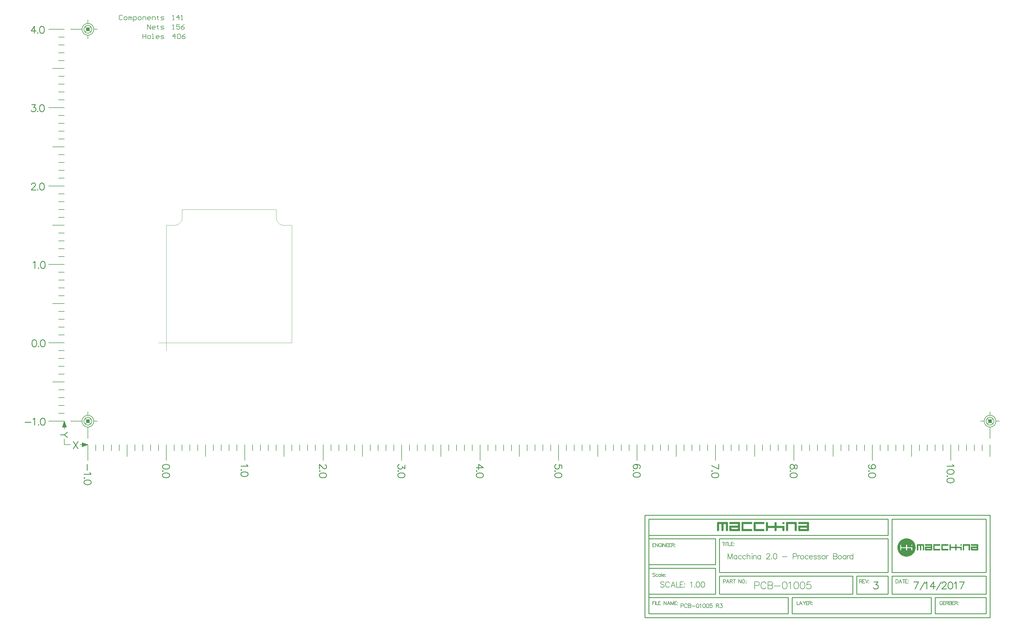
<source format=gm1>
G04 This is an RS-274x file exported by *
G04 gerbv version 2.6A *
G04 More information is available about gerbv at *
G04 http://gerbv.geda-project.org/ *
G04 --End of header info--*
%MOIN*%
%FSLAX34Y34*%
%IPPOS*%
G04 --Define apertures--*
%ADD10C,0.0070*%
%ADD11C,0.0080*%
%ADD12C,0.0100*%
%ADD13C,0.0050*%
%ADD14C,0.0090*%
%ADD15C,0.0010*%
G04 --Start main section--*
G36*
G01X0071527Y-022880D02*
G01X0071543Y-022896D01*
G01X0071551Y-022916D01*
G01X0071551Y-022927D01*
G01X0071551Y-023932D01*
G01X0071551Y-023944D01*
G01X0071543Y-023964D01*
G01X0071527Y-023980D01*
G01X0071506Y-023989D01*
G01X0071371Y-023989D01*
G01X0071351Y-023980D01*
G01X0071335Y-023964D01*
G01X0071326Y-023944D01*
G01X0071326Y-023932D01*
G01X0071326Y-023152D01*
G01X0071325Y-023142D01*
G01X0071317Y-023121D01*
G01X0071301Y-023106D01*
G01X0071281Y-023097D01*
G01X0071270Y-023096D01*
G01X0071045Y-023096D01*
G01X0071034Y-023097D01*
G01X0071014Y-023106D01*
G01X0070998Y-023121D01*
G01X0070990Y-023142D01*
G01X0070989Y-023152D01*
G01X0070989Y-023932D01*
G01X0070989Y-023944D01*
G01X0070980Y-023964D01*
G01X0070964Y-023980D01*
G01X0070944Y-023989D01*
G01X0070816Y-023989D01*
G01X0070796Y-023980D01*
G01X0070780Y-023964D01*
G01X0070771Y-023944D01*
G01X0070771Y-023932D01*
G01X0070771Y-023152D01*
G01X0070770Y-023142D01*
G01X0070762Y-023121D01*
G01X0070746Y-023106D01*
G01X0070726Y-023097D01*
G01X0070715Y-023096D01*
G01X0070490Y-023096D01*
G01X0070479Y-023097D01*
G01X0070459Y-023106D01*
G01X0070443Y-023121D01*
G01X0070435Y-023142D01*
G01X0070434Y-023152D01*
G01X0070434Y-023932D01*
G01X0070434Y-023944D01*
G01X0070425Y-023964D01*
G01X0070409Y-023980D01*
G01X0070389Y-023989D01*
G01X0070254Y-023989D01*
G01X0070233Y-023980D01*
G01X0070217Y-023964D01*
G01X0070209Y-023944D01*
G01X0070209Y-023932D01*
G01X0070209Y-022927D01*
G01X0070209Y-022916D01*
G01X0070217Y-022896D01*
G01X0070233Y-022880D01*
G01X0070254Y-022871D01*
G01X0071506Y-022871D01*
G01X0071527Y-022880D01*
G37*
G36*
G01X0071527Y-022880D02*
G37*
G36*
G01X0103449Y-025706D02*
G01X0103459Y-025732D01*
G01X0103457Y-025735D01*
G01X0103457Y-025735D01*
G01X0103461Y-026405D01*
G01X0103449Y-026434D01*
G01X0103423Y-026444D01*
G01X0103420Y-026442D01*
G01X0103420Y-026442D01*
G01X0102605Y-026446D01*
G01X0102576Y-026434D01*
G01X0102566Y-026408D01*
G01X0102568Y-026405D01*
G01X0102568Y-026405D01*
G01X0102564Y-026035D01*
G01X0102576Y-026006D01*
G01X0102602Y-025996D01*
G01X0102605Y-025998D01*
G01X0102605Y-025998D01*
G01X0102605Y-025998D01*
G01X0103270Y-026001D01*
G01X0103299Y-025989D01*
G01X0103311Y-025960D01*
G01X0103311Y-025960D01*
G01X0103308Y-025957D01*
G01X0103311Y-025885D01*
G01X0103299Y-025856D01*
G01X0103270Y-025844D01*
G01X0103270Y-025847D01*
G01X0102605Y-025851D01*
G01X0102576Y-025839D01*
G01X0102566Y-025813D01*
G01X0102568Y-025810D01*
G01X0102568Y-025810D01*
G01X0102564Y-025735D01*
G01X0102576Y-025706D01*
G01X0102602Y-025696D01*
G01X0102605Y-025698D01*
G01X0102605Y-025698D01*
G01X0103420Y-025694D01*
G01X0103449Y-025706D01*
G37*
G36*
G01X0103449Y-025706D02*
G37*
G36*
G01X0097594Y-025706D02*
G01X0097604Y-025732D01*
G01X0097603Y-025735D01*
G01X0097603Y-025735D01*
G01X0097606Y-026405D01*
G01X0097594Y-026434D01*
G01X0097568Y-026444D01*
G01X0097565Y-026442D01*
G01X0097565Y-026442D01*
G01X0096750Y-026446D01*
G01X0096721Y-026434D01*
G01X0096711Y-026408D01*
G01X0096713Y-026405D01*
G01X0096713Y-026405D01*
G01X0096709Y-026035D01*
G01X0096721Y-026006D01*
G01X0096747Y-025996D01*
G01X0096750Y-025998D01*
G01X0096750Y-025998D01*
G01X0096750Y-025998D01*
G01X0097415Y-026001D01*
G01X0097444Y-025989D01*
G01X0097456Y-025960D01*
G01X0097456Y-025960D01*
G01X0097453Y-025957D01*
G01X0097456Y-025885D01*
G01X0097444Y-025856D01*
G01X0097415Y-025844D01*
G01X0097415Y-025847D01*
G01X0096750Y-025851D01*
G01X0096721Y-025839D01*
G01X0096711Y-025813D01*
G01X0096713Y-025810D01*
G01X0096713Y-025810D01*
G01X0096709Y-025735D01*
G01X0096721Y-025706D01*
G01X0096747Y-025696D01*
G01X0096750Y-025698D01*
G01X0096750Y-025698D01*
G01X0097565Y-025694D01*
G01X0097594Y-025706D01*
G37*
G36*
G01X0097594Y-025706D02*
G37*
G36*
G01X0080309Y-022880D02*
G01X0080325Y-022896D01*
G01X0080334Y-022916D01*
G01X0080334Y-022927D01*
G01X0080334Y-023932D01*
G01X0080334Y-023944D01*
G01X0080325Y-023964D01*
G01X0080309Y-023980D01*
G01X0080289Y-023989D01*
G01X0080154Y-023989D01*
G01X0080133Y-023980D01*
G01X0080117Y-023964D01*
G01X0080109Y-023944D01*
G01X0080109Y-023932D01*
G01X0080109Y-023152D01*
G01X0080108Y-023142D01*
G01X0080099Y-023121D01*
G01X0080084Y-023106D01*
G01X0080063Y-023097D01*
G01X0080052Y-023096D01*
G01X0079272Y-023096D01*
G01X0079262Y-023097D01*
G01X0079241Y-023106D01*
G01X0079226Y-023121D01*
G01X0079217Y-023142D01*
G01X0079216Y-023152D01*
G01X0079216Y-023932D01*
G01X0079216Y-023944D01*
G01X0079208Y-023964D01*
G01X0079192Y-023980D01*
G01X0079171Y-023989D01*
G01X0079044Y-023989D01*
G01X0079023Y-023980D01*
G01X0079007Y-023964D01*
G01X0078999Y-023944D01*
G01X0078999Y-023932D01*
G01X0078999Y-022927D01*
G01X0078999Y-022916D01*
G01X0079007Y-022896D01*
G01X0079023Y-022880D01*
G01X0079044Y-022871D01*
G01X0080289Y-022871D01*
G01X0080309Y-022880D01*
G37*
G36*
G01X0080309Y-022880D02*
G37*
G36*
G01X0076184Y-022880D02*
G01X0076200Y-022896D01*
G01X0076209Y-022916D01*
G01X0076209Y-022927D01*
G01X0076209Y-023040D01*
G01X0076209Y-023051D01*
G01X0076200Y-023072D01*
G01X0076184Y-023088D01*
G01X0076164Y-023096D01*
G01X0075155Y-023096D01*
G01X0075144Y-023097D01*
G01X0075124Y-023106D01*
G01X0075108Y-023121D01*
G01X0075100Y-023142D01*
G01X0075099Y-023152D01*
G01X0075099Y-023707D01*
G01X0075100Y-023718D01*
G01X0075108Y-023739D01*
G01X0075124Y-023754D01*
G01X0075144Y-023763D01*
G01X0075155Y-023764D01*
G01X0076164Y-023764D01*
G01X0076184Y-023772D01*
G01X0076200Y-023788D01*
G01X0076209Y-023809D01*
G01X0076209Y-023820D01*
G01X0076209Y-023932D01*
G01X0076209Y-023944D01*
G01X0076200Y-023964D01*
G01X0076184Y-023980D01*
G01X0076164Y-023989D01*
G01X0074919Y-023989D01*
G01X0074898Y-023980D01*
G01X0074882Y-023964D01*
G01X0074874Y-023944D01*
G01X0074874Y-023932D01*
G01X0074874Y-022927D01*
G01X0074874Y-022916D01*
G01X0074882Y-022896D01*
G01X0074898Y-022880D01*
G01X0074919Y-022871D01*
G01X0076164Y-022871D01*
G01X0076184Y-022880D01*
G37*
G36*
G01X0076184Y-022880D02*
G37*
G36*
G01X0074632Y-022880D02*
G01X0074648Y-022896D01*
G01X0074656Y-022916D01*
G01X0074656Y-022927D01*
G01X0074656Y-023040D01*
G01X0074656Y-023051D01*
G01X0074648Y-023072D01*
G01X0074632Y-023088D01*
G01X0074611Y-023096D01*
G01X0073602Y-023096D01*
G01X0073592Y-023097D01*
G01X0073571Y-023106D01*
G01X0073556Y-023121D01*
G01X0073547Y-023142D01*
G01X0073546Y-023152D01*
G01X0073546Y-023707D01*
G01X0073547Y-023718D01*
G01X0073556Y-023739D01*
G01X0073571Y-023754D01*
G01X0073592Y-023763D01*
G01X0073602Y-023764D01*
G01X0074611Y-023764D01*
G01X0074632Y-023772D01*
G01X0074648Y-023788D01*
G01X0074656Y-023809D01*
G01X0074656Y-023820D01*
G01X0074656Y-023932D01*
G01X0074656Y-023944D01*
G01X0074648Y-023964D01*
G01X0074632Y-023980D01*
G01X0074611Y-023989D01*
G01X0073366Y-023989D01*
G01X0073346Y-023980D01*
G01X0073330Y-023964D01*
G01X0073321Y-023944D01*
G01X0073321Y-023932D01*
G01X0073321Y-022927D01*
G01X0073321Y-022916D01*
G01X0073330Y-022896D01*
G01X0073346Y-022880D01*
G01X0073366Y-022871D01*
G01X0074611Y-022871D01*
G01X0074632Y-022880D01*
G37*
G36*
G01X0074632Y-022880D02*
G37*
G36*
G01X0101356Y-025708D02*
G01X0101367Y-025719D01*
G01X0101372Y-025733D01*
G01X0101372Y-025740D01*
G01X0101372Y-025815D01*
G01X0101372Y-025822D01*
G01X0101367Y-025836D01*
G01X0101356Y-025847D01*
G01X0101342Y-025852D01*
G01X0101258Y-025852D01*
G01X0101244Y-025847D01*
G01X0101233Y-025836D01*
G01X0101228Y-025822D01*
G01X0101228Y-025815D01*
G01X0101228Y-025740D01*
G01X0101228Y-025733D01*
G01X0101233Y-025719D01*
G01X0101244Y-025708D01*
G01X0101258Y-025703D01*
G01X0101342Y-025703D01*
G01X0101356Y-025708D01*
G37*
G36*
G01X0101356Y-025708D02*
G37*
G36*
G01X0098621Y-025703D02*
G01X0098632Y-025714D01*
G01X0098638Y-025728D01*
G01X0098638Y-025735D01*
G01X0098638Y-025810D01*
G01X0098638Y-025817D01*
G01X0098632Y-025831D01*
G01X0098621Y-025842D01*
G01X0098607Y-025847D01*
G01X0097935Y-025847D01*
G01X0097928Y-025848D01*
G01X0097914Y-025854D01*
G01X0097904Y-025864D01*
G01X0097898Y-025878D01*
G01X0097898Y-025885D01*
G01X0097898Y-026255D01*
G01X0097898Y-026262D01*
G01X0097904Y-026276D01*
G01X0097914Y-026286D01*
G01X0097928Y-026292D01*
G01X0097935Y-026293D01*
G01X0098607Y-026293D01*
G01X0098621Y-026298D01*
G01X0098632Y-026309D01*
G01X0098638Y-026323D01*
G01X0098638Y-026330D01*
G01X0098638Y-026405D01*
G01X0098638Y-026412D01*
G01X0098632Y-026426D01*
G01X0098621Y-026437D01*
G01X0098607Y-026442D01*
G01X0097778Y-026442D01*
G01X0097764Y-026437D01*
G01X0097753Y-026426D01*
G01X0097747Y-026412D01*
G01X0097747Y-026405D01*
G01X0097747Y-025735D01*
G01X0097747Y-025728D01*
G01X0097753Y-025714D01*
G01X0097764Y-025703D01*
G01X0097778Y-025698D01*
G01X0098607Y-025698D01*
G01X0098621Y-025703D01*
G37*
G36*
G01X0098621Y-025703D02*
G37*
G36*
G01X0096551Y-025703D02*
G01X0096562Y-025714D01*
G01X0096567Y-025728D01*
G01X0096567Y-025735D01*
G01X0096567Y-026405D01*
G01X0096567Y-026412D01*
G01X0096562Y-026426D01*
G01X0096551Y-026437D01*
G01X0096537Y-026442D01*
G01X0096448Y-026442D01*
G01X0096434Y-026437D01*
G01X0096423Y-026426D01*
G01X0096418Y-026412D01*
G01X0096418Y-026405D01*
G01X0096418Y-025885D01*
G01X0096417Y-025878D01*
G01X0096411Y-025864D01*
G01X0096401Y-025854D01*
G01X0096387Y-025848D01*
G01X0096380Y-025847D01*
G01X0096230Y-025847D01*
G01X0096223Y-025848D01*
G01X0096209Y-025854D01*
G01X0096199Y-025864D01*
G01X0096193Y-025878D01*
G01X0096193Y-025885D01*
G01X0096193Y-026405D01*
G01X0096193Y-026412D01*
G01X0096187Y-026426D01*
G01X0096176Y-026437D01*
G01X0096162Y-026442D01*
G01X0096078Y-026442D01*
G01X0096064Y-026437D01*
G01X0096053Y-026426D01*
G01X0096047Y-026412D01*
G01X0096047Y-026405D01*
G01X0096047Y-025885D01*
G01X0096047Y-025878D01*
G01X0096041Y-025864D01*
G01X0096031Y-025854D01*
G01X0096017Y-025848D01*
G01X0096010Y-025847D01*
G01X0095860Y-025847D01*
G01X0095853Y-025848D01*
G01X0095839Y-025854D01*
G01X0095829Y-025864D01*
G01X0095823Y-025878D01*
G01X0095822Y-025885D01*
G01X0095822Y-026405D01*
G01X0095822Y-026412D01*
G01X0095817Y-026426D01*
G01X0095806Y-026437D01*
G01X0095792Y-026442D01*
G01X0095703Y-026442D01*
G01X0095689Y-026437D01*
G01X0095678Y-026426D01*
G01X0095673Y-026412D01*
G01X0095673Y-026405D01*
G01X0095673Y-025735D01*
G01X0095673Y-025728D01*
G01X0095678Y-025714D01*
G01X0095689Y-025703D01*
G01X0095703Y-025698D01*
G01X0096537Y-025698D01*
G01X0096551Y-025703D01*
G37*
G36*
G01X0096551Y-025703D02*
G37*
G36*
G01X0094525Y-024971D02*
G01X0094700Y-025013D01*
G01X0094866Y-025082D01*
G01X0095020Y-025176D01*
G01X0095157Y-025293D01*
G01X0095274Y-025430D01*
G01X0095368Y-025584D01*
G01X0095437Y-025750D01*
G01X0095479Y-025925D01*
G01X0095494Y-026105D01*
G01X0095479Y-026285D01*
G01X0095437Y-026460D01*
G01X0095368Y-026626D01*
G01X0095274Y-026780D01*
G01X0095157Y-026917D01*
G01X0095020Y-027034D01*
G01X0094866Y-027128D01*
G01X0094700Y-027197D01*
G01X0094525Y-027239D01*
G01X0094345Y-027254D01*
G01X0094165Y-027239D01*
G01X0093990Y-027197D01*
G01X0093824Y-027128D01*
G01X0093670Y-027034D01*
G01X0093533Y-026917D01*
G01X0093416Y-026780D01*
G01X0093322Y-026626D01*
G01X0093253Y-026460D01*
G01X0093211Y-026285D01*
G01X0093196Y-026105D01*
G01X0093211Y-025925D01*
G01X0093253Y-025750D01*
G01X0093322Y-025584D01*
G01X0093416Y-025430D01*
G01X0093533Y-025293D01*
G01X0093670Y-025176D01*
G01X0093824Y-025082D01*
G01X0093990Y-025013D01*
G01X0094165Y-024971D01*
G01X0094345Y-024956D01*
G01X0094525Y-024971D01*
G37*
G36*
G01X0094525Y-024971D02*
G37*
G36*
G01X0100691Y-025708D02*
G01X0100702Y-025719D01*
G01X0100708Y-025733D01*
G01X0100708Y-025740D01*
G01X0100708Y-025980D01*
G01X0100708Y-025987D01*
G01X0100714Y-026001D01*
G01X0100724Y-026011D01*
G01X0100738Y-026017D01*
G01X0100745Y-026017D01*
G01X0101342Y-026017D01*
G01X0101356Y-026023D01*
G01X0101367Y-026034D01*
G01X0101372Y-026048D01*
G01X0101372Y-026055D01*
G01X0101372Y-026405D01*
G01X0101372Y-026412D01*
G01X0101367Y-026426D01*
G01X0101356Y-026437D01*
G01X0101342Y-026442D01*
G01X0101258Y-026442D01*
G01X0101244Y-026437D01*
G01X0101233Y-026426D01*
G01X0101228Y-026412D01*
G01X0101228Y-026405D01*
G01X0101228Y-026205D01*
G01X0101227Y-026198D01*
G01X0101221Y-026184D01*
G01X0101211Y-026174D01*
G01X0101197Y-026168D01*
G01X0101190Y-026168D01*
G01X0100745Y-026168D01*
G01X0100738Y-026168D01*
G01X0100724Y-026174D01*
G01X0100714Y-026184D01*
G01X0100708Y-026198D01*
G01X0100708Y-026205D01*
G01X0100708Y-026405D01*
G01X0100708Y-026412D01*
G01X0100702Y-026426D01*
G01X0100691Y-026437D01*
G01X0100677Y-026442D01*
G01X0100588Y-026442D01*
G01X0100574Y-026437D01*
G01X0100563Y-026426D01*
G01X0100557Y-026412D01*
G01X0100557Y-026405D01*
G01X0100557Y-026205D01*
G01X0100557Y-026198D01*
G01X0100551Y-026184D01*
G01X0100541Y-026174D01*
G01X0100527Y-026168D01*
G01X0100520Y-026168D01*
G01X0100005Y-026168D01*
G01X0099998Y-026168D01*
G01X0099984Y-026174D01*
G01X0099974Y-026184D01*
G01X0099968Y-026198D01*
G01X0099967Y-026205D01*
G01X0099967Y-026405D01*
G01X0099967Y-026412D01*
G01X0099962Y-026426D01*
G01X0099951Y-026437D01*
G01X0099937Y-026442D01*
G01X0099848Y-026442D01*
G01X0099834Y-026437D01*
G01X0099823Y-026426D01*
G01X0099817Y-026412D01*
G01X0099817Y-026405D01*
G01X0099817Y-025740D01*
G01X0099817Y-025733D01*
G01X0099823Y-025719D01*
G01X0099834Y-025708D01*
G01X0099848Y-025703D01*
G01X0099937Y-025703D01*
G01X0099951Y-025708D01*
G01X0099962Y-025719D01*
G01X0099967Y-025733D01*
G01X0099967Y-025740D01*
G01X0099967Y-025980D01*
G01X0099968Y-025987D01*
G01X0099974Y-026001D01*
G01X0099984Y-026011D01*
G01X0099998Y-026017D01*
G01X0100005Y-026017D01*
G01X0100520Y-026017D01*
G01X0100527Y-026017D01*
G01X0100541Y-026011D01*
G01X0100551Y-026001D01*
G01X0100557Y-025987D01*
G01X0100557Y-025980D01*
G01X0100557Y-025740D01*
G01X0100557Y-025733D01*
G01X0100563Y-025719D01*
G01X0100574Y-025708D01*
G01X0100588Y-025703D01*
G01X0100677Y-025703D01*
G01X0100691Y-025708D01*
G37*
G36*
G01X0100691Y-025708D02*
G37*
G36*
G01X0102406Y-025703D02*
G01X0102417Y-025714D01*
G01X0102423Y-025728D01*
G01X0102423Y-025735D01*
G01X0102423Y-026405D01*
G01X0102423Y-026412D01*
G01X0102417Y-026426D01*
G01X0102406Y-026437D01*
G01X0102392Y-026442D01*
G01X0102303Y-026442D01*
G01X0102289Y-026437D01*
G01X0102278Y-026426D01*
G01X0102273Y-026412D01*
G01X0102273Y-026405D01*
G01X0102273Y-025885D01*
G01X0102272Y-025878D01*
G01X0102266Y-025864D01*
G01X0102256Y-025854D01*
G01X0102242Y-025848D01*
G01X0102235Y-025847D01*
G01X0101715Y-025847D01*
G01X0101708Y-025848D01*
G01X0101694Y-025854D01*
G01X0101684Y-025864D01*
G01X0101678Y-025878D01*
G01X0101678Y-025885D01*
G01X0101678Y-026405D01*
G01X0101678Y-026412D01*
G01X0101672Y-026426D01*
G01X0101661Y-026437D01*
G01X0101647Y-026442D01*
G01X0101563Y-026442D01*
G01X0101549Y-026437D01*
G01X0101538Y-026426D01*
G01X0101532Y-026412D01*
G01X0101532Y-026405D01*
G01X0101532Y-025735D01*
G01X0101532Y-025728D01*
G01X0101538Y-025714D01*
G01X0101549Y-025703D01*
G01X0101563Y-025698D01*
G01X0102392Y-025698D01*
G01X0102406Y-025703D01*
G37*
G36*
G01X0102406Y-025703D02*
G37*
G36*
G01X0099656Y-025703D02*
G01X0099667Y-025714D01*
G01X0099672Y-025728D01*
G01X0099672Y-025735D01*
G01X0099672Y-025810D01*
G01X0099672Y-025817D01*
G01X0099667Y-025831D01*
G01X0099656Y-025842D01*
G01X0099642Y-025847D01*
G01X0098970Y-025847D01*
G01X0098963Y-025848D01*
G01X0098949Y-025854D01*
G01X0098939Y-025864D01*
G01X0098933Y-025878D01*
G01X0098933Y-025885D01*
G01X0098933Y-026255D01*
G01X0098933Y-026262D01*
G01X0098939Y-026276D01*
G01X0098949Y-026286D01*
G01X0098963Y-026292D01*
G01X0098970Y-026293D01*
G01X0099642Y-026293D01*
G01X0099656Y-026298D01*
G01X0099667Y-026309D01*
G01X0099672Y-026323D01*
G01X0099672Y-026330D01*
G01X0099672Y-026405D01*
G01X0099672Y-026412D01*
G01X0099667Y-026426D01*
G01X0099656Y-026437D01*
G01X0099642Y-026442D01*
G01X0098813Y-026442D01*
G01X0098799Y-026437D01*
G01X0098788Y-026426D01*
G01X0098783Y-026412D01*
G01X0098783Y-026405D01*
G01X0098783Y-025735D01*
G01X0098783Y-025728D01*
G01X0098788Y-025714D01*
G01X0098799Y-025703D01*
G01X0098813Y-025698D01*
G01X0099642Y-025698D01*
G01X0099656Y-025703D01*
G37*
G36*
G01X0099656Y-025703D02*
G37*
G36*
G01X0077737Y-022887D02*
G01X0077753Y-022903D01*
G01X0077761Y-022924D01*
G01X0077761Y-022935D01*
G01X0077761Y-023295D01*
G01X0077762Y-023306D01*
G01X0077771Y-023326D01*
G01X0077786Y-023342D01*
G01X0077807Y-023350D01*
G01X0077818Y-023351D01*
G01X0078714Y-023351D01*
G01X0078734Y-023360D01*
G01X0078750Y-023376D01*
G01X0078759Y-023396D01*
G01X0078759Y-023407D01*
G01X0078759Y-023932D01*
G01X0078759Y-023944D01*
G01X0078750Y-023964D01*
G01X0078734Y-023980D01*
G01X0078714Y-023989D01*
G01X0078586Y-023989D01*
G01X0078566Y-023980D01*
G01X0078550Y-023964D01*
G01X0078541Y-023944D01*
G01X0078541Y-023932D01*
G01X0078541Y-023633D01*
G01X0078540Y-023622D01*
G01X0078532Y-023601D01*
G01X0078516Y-023586D01*
G01X0078496Y-023577D01*
G01X0078485Y-023576D01*
G01X0077818Y-023576D01*
G01X0077807Y-023577D01*
G01X0077786Y-023586D01*
G01X0077771Y-023601D01*
G01X0077762Y-023622D01*
G01X0077761Y-023633D01*
G01X0077761Y-023932D01*
G01X0077761Y-023944D01*
G01X0077753Y-023964D01*
G01X0077737Y-023980D01*
G01X0077716Y-023989D01*
G01X0077581Y-023989D01*
G01X0077561Y-023980D01*
G01X0077545Y-023964D01*
G01X0077536Y-023944D01*
G01X0077536Y-023932D01*
G01X0077536Y-023633D01*
G01X0077535Y-023622D01*
G01X0077527Y-023601D01*
G01X0077511Y-023586D01*
G01X0077491Y-023577D01*
G01X0077480Y-023576D01*
G01X0076708Y-023576D01*
G01X0076697Y-023577D01*
G01X0076676Y-023586D01*
G01X0076661Y-023601D01*
G01X0076652Y-023622D01*
G01X0076651Y-023633D01*
G01X0076651Y-023932D01*
G01X0076651Y-023944D01*
G01X0076643Y-023964D01*
G01X0076627Y-023980D01*
G01X0076606Y-023989D01*
G01X0076471Y-023989D01*
G01X0076451Y-023980D01*
G01X0076435Y-023964D01*
G01X0076426Y-023944D01*
G01X0076426Y-023932D01*
G01X0076426Y-022935D01*
G01X0076426Y-022924D01*
G01X0076435Y-022903D01*
G01X0076451Y-022887D01*
G01X0076471Y-022879D01*
G01X0076606Y-022879D01*
G01X0076627Y-022887D01*
G01X0076643Y-022903D01*
G01X0076651Y-022924D01*
G01X0076651Y-022935D01*
G01X0076651Y-023295D01*
G01X0076652Y-023306D01*
G01X0076661Y-023326D01*
G01X0076676Y-023342D01*
G01X0076697Y-023350D01*
G01X0076708Y-023351D01*
G01X0077480Y-023351D01*
G01X0077491Y-023350D01*
G01X0077511Y-023342D01*
G01X0077527Y-023326D01*
G01X0077535Y-023306D01*
G01X0077536Y-023295D01*
G01X0077536Y-022935D01*
G01X0077536Y-022924D01*
G01X0077545Y-022903D01*
G01X0077561Y-022887D01*
G01X0077581Y-022879D01*
G01X0077716Y-022879D01*
G01X0077737Y-022887D01*
G37*
G36*
G01X0077737Y-022887D02*
G37*
G36*
G01X-001544Y-003703D02*
G37*
G36*
G01X-002579Y-003703D02*
G37*
G36*
G01X0001206Y-003703D02*
G37*
G36*
G01X-000509Y-003708D02*
G37*
G36*
G01X0000156Y-003708D02*
G37*
G36*
G01X-004649Y-003703D02*
G37*
G36*
G01X-003606Y-003706D02*
G37*
G36*
G01X0002249Y-003706D02*
G37*
G36*
G01X0081830Y-022871D02*
G01X0081830Y-022871D01*
G01X0081834Y-022868D01*
G01X0081873Y-022884D01*
G01X0081891Y-022927D01*
G01X0081886Y-023932D01*
G01X0081886Y-023932D01*
G01X0081889Y-023937D01*
G01X0081873Y-023976D01*
G01X0081830Y-023993D01*
G01X0080608Y-023989D01*
G01X0080608Y-023989D01*
G01X0080603Y-023992D01*
G01X0080564Y-023976D01*
G01X0080547Y-023932D01*
G01X0080551Y-023377D01*
G01X0080551Y-023377D01*
G01X0080548Y-023373D01*
G01X0080564Y-023334D01*
G01X0080608Y-023317D01*
G01X0081605Y-023321D01*
G01X0081605Y-023326D01*
G01X0081648Y-023308D01*
G01X0081666Y-023265D01*
G01X0081661Y-023157D01*
G01X0081666Y-023152D01*
G01X0081666Y-023152D01*
G01X0081648Y-023109D01*
G01X0081605Y-023092D01*
G01X0080608Y-023096D01*
G01X0080608Y-023096D01*
G01X0080608Y-023096D01*
G01X0080603Y-023099D01*
G01X0080564Y-023083D01*
G01X0080547Y-023040D01*
G01X0080551Y-022927D01*
G01X0080551Y-022927D01*
G01X0080548Y-022923D01*
G01X0080564Y-022884D01*
G01X0080608Y-022867D01*
G01X0081830Y-022871D01*
G37*
G36*
G01X0081830Y-022871D02*
G37*
G36*
G01X0073091Y-022884D02*
G01X0073107Y-022923D01*
G01X0073104Y-022927D01*
G01X0073104Y-022927D01*
G01X0073108Y-023932D01*
G01X0073091Y-023976D01*
G01X0073052Y-023992D01*
G01X0073047Y-023989D01*
G01X0073047Y-023989D01*
G01X0071825Y-023993D01*
G01X0071782Y-023976D01*
G01X0071766Y-023937D01*
G01X0071769Y-023932D01*
G01X0071769Y-023932D01*
G01X0071764Y-023377D01*
G01X0071782Y-023334D01*
G01X0071821Y-023318D01*
G01X0071825Y-023321D01*
G01X0071825Y-023321D01*
G01X0071825Y-023321D01*
G01X0072822Y-023326D01*
G01X0072866Y-023308D01*
G01X0072883Y-023265D01*
G01X0072883Y-023265D01*
G01X0072879Y-023260D01*
G01X0072883Y-023152D01*
G01X0072866Y-023109D01*
G01X0072822Y-023092D01*
G01X0072822Y-023096D01*
G01X0071825Y-023101D01*
G01X0071782Y-023083D01*
G01X0071766Y-023044D01*
G01X0071769Y-023040D01*
G01X0071769Y-023040D01*
G01X0071764Y-022927D01*
G01X0071782Y-022884D01*
G01X0071821Y-022868D01*
G01X0071825Y-022871D01*
G01X0071825Y-022871D01*
G01X0073047Y-022867D01*
G01X0073091Y-022884D01*
G37*
G36*
G01X0073091Y-022884D02*
G37*
G36*
G01X0078734Y-022887D02*
G01X0078750Y-022903D01*
G01X0078759Y-022924D01*
G01X0078759Y-022935D01*
G01X0078759Y-023047D01*
G01X0078759Y-023059D01*
G01X0078750Y-023079D01*
G01X0078734Y-023095D01*
G01X0078714Y-023104D01*
G01X0078586Y-023104D01*
G01X0078566Y-023095D01*
G01X0078550Y-023079D01*
G01X0078541Y-023059D01*
G01X0078541Y-023047D01*
G01X0078541Y-022935D01*
G01X0078541Y-022924D01*
G01X0078550Y-022903D01*
G01X0078566Y-022887D01*
G01X0078586Y-022879D01*
G01X0078714Y-022879D01*
G01X0078734Y-022887D01*
G37*
G36*
G01X0078734Y-022887D02*
G37*
%LPC*%
G36*
G01X0102750Y-026144D02*
G01X0102750Y-026144D01*
G01X0102721Y-026156D01*
G01X0102709Y-026185D01*
G01X0102712Y-026252D01*
G01X0102709Y-026255D01*
G01X0102709Y-026255D01*
G01X0102721Y-026284D01*
G01X0102750Y-026296D01*
G01X0103267Y-026293D01*
G01X0103270Y-026296D01*
G01X0103270Y-026296D01*
G01X0103299Y-026284D01*
G01X0103311Y-026255D01*
G01X0103308Y-026188D01*
G01X0103311Y-026185D01*
G01X0103311Y-026185D01*
G01X0103299Y-026156D01*
G01X0103270Y-026144D01*
G01X0102753Y-026147D01*
G01X0102750Y-026144D01*
G37*
G36*
G01X0102750Y-026144D02*
G37*
G36*
G01X0096895Y-026144D02*
G01X0096895Y-026144D01*
G01X0096866Y-026156D01*
G01X0096854Y-026185D01*
G01X0096857Y-026252D01*
G01X0096854Y-026255D01*
G01X0096854Y-026255D01*
G01X0096866Y-026284D01*
G01X0096895Y-026296D01*
G01X0097412Y-026293D01*
G01X0097415Y-026296D01*
G01X0097415Y-026296D01*
G01X0097444Y-026284D01*
G01X0097456Y-026255D01*
G01X0097453Y-026188D01*
G01X0097456Y-026185D01*
G01X0097456Y-026185D01*
G01X0097444Y-026156D01*
G01X0097415Y-026144D01*
G01X0096898Y-026147D01*
G01X0096895Y-026144D01*
G37*
G36*
G01X0096895Y-026144D02*
G37*
G36*
G01X0094975Y-025734D02*
G01X0094975Y-025734D01*
G01X0094946Y-025746D01*
G01X0094934Y-025775D01*
G01X0094937Y-025847D01*
G01X0094934Y-025850D01*
G01X0094934Y-025850D01*
G01X0094946Y-025879D01*
G01X0094975Y-025891D01*
G01X0095042Y-025888D01*
G01X0095045Y-025891D01*
G01X0095045Y-025891D01*
G01X0095074Y-025879D01*
G01X0095086Y-025850D01*
G01X0095083Y-025778D01*
G01X0095086Y-025775D01*
G01X0095086Y-025775D01*
G01X0095074Y-025746D01*
G01X0095045Y-025734D01*
G01X0094978Y-025737D01*
G01X0094975Y-025734D01*
G37*
G36*
G01X0094975Y-025734D02*
G37*
G36*
G01X0094305Y-025734D02*
G01X0094305Y-025734D01*
G01X0094276Y-025746D01*
G01X0094264Y-025775D01*
G01X0094268Y-026015D01*
G01X0094268Y-026015D01*
G01X0094268Y-026015D01*
G01X0094269Y-026018D01*
G01X0094259Y-026044D01*
G01X0094230Y-026056D01*
G01X0093715Y-026052D01*
G01X0093715Y-026052D01*
G01X0093712Y-026054D01*
G01X0093686Y-026044D01*
G01X0093674Y-026015D01*
G01X0093678Y-025775D01*
G01X0093681Y-025775D01*
G01X0093669Y-025746D01*
G01X0093640Y-025734D01*
G01X0093568Y-025737D01*
G01X0093565Y-025734D01*
G01X0093565Y-025734D01*
G01X0093536Y-025746D01*
G01X0093524Y-025775D01*
G01X0093527Y-026437D01*
G01X0093524Y-026440D01*
G01X0093524Y-026440D01*
G01X0093536Y-026469D01*
G01X0093565Y-026481D01*
G01X0093637Y-026478D01*
G01X0093640Y-026481D01*
G01X0093640Y-026481D01*
G01X0093669Y-026469D01*
G01X0093681Y-026440D01*
G01X0093678Y-026240D01*
G01X0093678Y-026240D01*
G01X0093678Y-026240D01*
G01X0093676Y-026237D01*
G01X0093686Y-026211D01*
G01X0093715Y-026199D01*
G01X0094230Y-026202D01*
G01X0094230Y-026202D01*
G01X0094233Y-026201D01*
G01X0094259Y-026211D01*
G01X0094271Y-026240D01*
G01X0094268Y-026440D01*
G01X0094264Y-026440D01*
G01X0094276Y-026469D01*
G01X0094305Y-026481D01*
G01X0094377Y-026478D01*
G01X0094380Y-026481D01*
G01X0094380Y-026481D01*
G01X0094409Y-026469D01*
G01X0094421Y-026440D01*
G01X0094417Y-026240D01*
G01X0094417Y-026240D01*
G01X0094417Y-026240D01*
G01X0094416Y-026237D01*
G01X0094426Y-026211D01*
G01X0094455Y-026199D01*
G01X0094900Y-026202D01*
G01X0094900Y-026202D01*
G01X0094903Y-026201D01*
G01X0094929Y-026211D01*
G01X0094941Y-026240D01*
G01X0094937Y-026440D01*
G01X0094934Y-026440D01*
G01X0094946Y-026469D01*
G01X0094975Y-026481D01*
G01X0095042Y-026478D01*
G01X0095045Y-026481D01*
G01X0095045Y-026481D01*
G01X0095074Y-026469D01*
G01X0095086Y-026440D01*
G01X0095083Y-026093D01*
G01X0095086Y-026090D01*
G01X0095086Y-026090D01*
G01X0095074Y-026061D01*
G01X0095045Y-026049D01*
G01X0094455Y-026052D01*
G01X0094455Y-026052D01*
G01X0094455Y-026052D01*
G01X0094452Y-026054D01*
G01X0094426Y-026044D01*
G01X0094414Y-026015D01*
G01X0094417Y-025775D01*
G01X0094421Y-025775D01*
G01X0094409Y-025746D01*
G01X0094380Y-025734D01*
G01X0094308Y-025737D01*
G01X0094305Y-025734D01*
G37*
G36*
G01X0094305Y-025734D02*
G37*
G36*
G01X-004305Y-004144D02*
G37*
G36*
G01X0001550Y-004144D02*
G37*
G36*
G01X0081605Y-023542D02*
G01X0081600Y-023546D01*
G01X0080825Y-023542D01*
G01X0080782Y-023559D01*
G01X0080764Y-023602D01*
G01X0080764Y-023602D01*
G01X0080769Y-023607D01*
G01X0080764Y-023707D01*
G01X0080782Y-023751D01*
G01X0080825Y-023768D01*
G01X0080825Y-023768D01*
G01X0080830Y-023764D01*
G01X0081605Y-023768D01*
G01X0081648Y-023751D01*
G01X0081666Y-023707D01*
G01X0081666Y-023707D01*
G01X0081661Y-023703D01*
G01X0081666Y-023602D01*
G01X0081648Y-023559D01*
G01X0081605Y-023542D01*
G01X0081605Y-023542D01*
G37*
G36*
G01X0081605Y-023542D02*
G37*
G36*
G01X0072042Y-023542D02*
G01X0072042Y-023542D01*
G01X0071999Y-023559D01*
G01X0071982Y-023602D01*
G01X0071986Y-023703D01*
G01X0071982Y-023707D01*
G01X0071982Y-023707D01*
G01X0071999Y-023751D01*
G01X0072042Y-023768D01*
G01X0072818Y-023764D01*
G01X0072822Y-023768D01*
G01X0072822Y-023768D01*
G01X0072866Y-023751D01*
G01X0072883Y-023707D01*
G01X0072879Y-023607D01*
G01X0072883Y-023602D01*
G01X0072883Y-023602D01*
G01X0072866Y-023559D01*
G01X0072822Y-023542D01*
G01X0072047Y-023546D01*
G01X0072042Y-023542D01*
G37*
G36*
G01X0072042Y-023542D02*
G37*
%LPD*%
G54D10*
G01X0071600Y-026900D02*
G01X0071600Y-027600D01*
G01X0071600Y-026900D02*
G01X0071867Y-027600D01*
G01X0072133Y-026900D02*
G01X0071867Y-027600D01*
G01X0072133Y-026900D02*
G01X0072133Y-027600D01*
G01X0072733Y-027133D02*
G01X0072733Y-027600D01*
G01X0072733Y-027233D02*
G01X0072666Y-027167D01*
G01X0072666Y-027167D02*
G01X0072600Y-027133D01*
G01X0072600Y-027133D02*
G01X0072500Y-027133D01*
G01X0072500Y-027133D02*
G01X0072433Y-027167D01*
G01X0072433Y-027167D02*
G01X0072366Y-027233D01*
G01X0072366Y-027233D02*
G01X0072333Y-027333D01*
G01X0072333Y-027333D02*
G01X0072333Y-027400D01*
G01X0072333Y-027400D02*
G01X0072366Y-027500D01*
G01X0072366Y-027500D02*
G01X0072433Y-027567D01*
G01X0072433Y-027567D02*
G01X0072500Y-027600D01*
G01X0072500Y-027600D02*
G01X0072600Y-027600D01*
G01X0072600Y-027600D02*
G01X0072666Y-027567D01*
G01X0072666Y-027567D02*
G01X0072733Y-027500D01*
G01X0073320Y-027233D02*
G01X0073253Y-027167D01*
G01X0073253Y-027167D02*
G01X0073186Y-027133D01*
G01X0073186Y-027133D02*
G01X0073086Y-027133D01*
G01X0073086Y-027133D02*
G01X0073020Y-027167D01*
G01X0073020Y-027167D02*
G01X0072953Y-027233D01*
G01X0072953Y-027233D02*
G01X0072920Y-027333D01*
G01X0072920Y-027333D02*
G01X0072920Y-027400D01*
G01X0072920Y-027400D02*
G01X0072953Y-027500D01*
G01X0072953Y-027500D02*
G01X0073020Y-027567D01*
G01X0073020Y-027567D02*
G01X0073086Y-027600D01*
G01X0073086Y-027600D02*
G01X0073186Y-027600D01*
G01X0073186Y-027600D02*
G01X0073253Y-027567D01*
G01X0073253Y-027567D02*
G01X0073320Y-027500D01*
G01X0073870Y-027233D02*
G01X0073803Y-027167D01*
G01X0073803Y-027167D02*
G01X0073736Y-027133D01*
G01X0073736Y-027133D02*
G01X0073636Y-027133D01*
G01X0073636Y-027133D02*
G01X0073570Y-027167D01*
G01X0073570Y-027167D02*
G01X0073503Y-027233D01*
G01X0073503Y-027233D02*
G01X0073470Y-027333D01*
G01X0073470Y-027333D02*
G01X0073470Y-027400D01*
G01X0073470Y-027400D02*
G01X0073503Y-027500D01*
G01X0073503Y-027500D02*
G01X0073570Y-027567D01*
G01X0073570Y-027567D02*
G01X0073636Y-027600D01*
G01X0073636Y-027600D02*
G01X0073736Y-027600D01*
G01X0073736Y-027600D02*
G01X0073803Y-027567D01*
G01X0073803Y-027567D02*
G01X0073870Y-027500D01*
G01X0074019Y-026900D02*
G01X0074019Y-027600D01*
G01X0074019Y-027267D02*
G01X0074119Y-027167D01*
G01X0074119Y-027167D02*
G01X0074186Y-027133D01*
G01X0074186Y-027133D02*
G01X0074286Y-027133D01*
G01X0074286Y-027133D02*
G01X0074353Y-027167D01*
G01X0074353Y-027167D02*
G01X0074386Y-027267D01*
G01X0074386Y-027267D02*
G01X0074386Y-027600D01*
G01X0074636Y-026900D02*
G01X0074669Y-026933D01*
G01X0074669Y-026933D02*
G01X0074703Y-026900D01*
G01X0074703Y-026900D02*
G01X0074669Y-026867D01*
G01X0074669Y-026867D02*
G01X0074636Y-026900D01*
G01X0074669Y-027133D02*
G01X0074669Y-027600D01*
G01X0074826Y-027133D02*
G01X0074826Y-027600D01*
G01X0074826Y-027267D02*
G01X0074926Y-027167D01*
G01X0074926Y-027167D02*
G01X0074993Y-027133D01*
G01X0074993Y-027133D02*
G01X0075093Y-027133D01*
G01X0075093Y-027133D02*
G01X0075159Y-027167D01*
G01X0075159Y-027167D02*
G01X0075193Y-027267D01*
G01X0075193Y-027267D02*
G01X0075193Y-027600D01*
G01X0075776Y-027133D02*
G01X0075776Y-027600D01*
G01X0075776Y-027233D02*
G01X0075709Y-027167D01*
G01X0075709Y-027167D02*
G01X0075642Y-027133D01*
G01X0075642Y-027133D02*
G01X0075542Y-027133D01*
G01X0075542Y-027133D02*
G01X0075476Y-027167D01*
G01X0075476Y-027167D02*
G01X0075409Y-027233D01*
G01X0075409Y-027233D02*
G01X0075376Y-027333D01*
G01X0075376Y-027333D02*
G01X0075376Y-027400D01*
G01X0075376Y-027400D02*
G01X0075409Y-027500D01*
G01X0075409Y-027500D02*
G01X0075476Y-027567D01*
G01X0075476Y-027567D02*
G01X0075542Y-027600D01*
G01X0075542Y-027600D02*
G01X0075642Y-027600D01*
G01X0075642Y-027600D02*
G01X0075709Y-027567D01*
G01X0075709Y-027567D02*
G01X0075776Y-027500D01*
G01X0076546Y-027067D02*
G01X0076546Y-027033D01*
G01X0076546Y-027033D02*
G01X0076579Y-026967D01*
G01X0076579Y-026967D02*
G01X0076612Y-026933D01*
G01X0076612Y-026933D02*
G01X0076679Y-026900D01*
G01X0076679Y-026900D02*
G01X0076812Y-026900D01*
G01X0076812Y-026900D02*
G01X0076879Y-026933D01*
G01X0076879Y-026933D02*
G01X0076912Y-026967D01*
G01X0076912Y-026967D02*
G01X0076946Y-027033D01*
G01X0076946Y-027033D02*
G01X0076946Y-027100D01*
G01X0076946Y-027100D02*
G01X0076912Y-027167D01*
G01X0076912Y-027167D02*
G01X0076846Y-027267D01*
G01X0076846Y-027267D02*
G01X0076512Y-027600D01*
G01X0076512Y-027600D02*
G01X0076979Y-027600D01*
G01X0077169Y-027533D02*
G01X0077135Y-027567D01*
G01X0077135Y-027567D02*
G01X0077169Y-027600D01*
G01X0077169Y-027600D02*
G01X0077202Y-027567D01*
G01X0077202Y-027567D02*
G01X0077169Y-027533D01*
G01X0077555Y-026900D02*
G01X0077455Y-026933D01*
G01X0077455Y-026933D02*
G01X0077389Y-027033D01*
G01X0077389Y-027033D02*
G01X0077355Y-027200D01*
G01X0077355Y-027200D02*
G01X0077355Y-027300D01*
G01X0077355Y-027300D02*
G01X0077389Y-027467D01*
G01X0077389Y-027467D02*
G01X0077455Y-027567D01*
G01X0077455Y-027567D02*
G01X0077555Y-027600D01*
G01X0077555Y-027600D02*
G01X0077622Y-027600D01*
G01X0077622Y-027600D02*
G01X0077722Y-027567D01*
G01X0077722Y-027567D02*
G01X0077789Y-027467D01*
G01X0077789Y-027467D02*
G01X0077822Y-027300D01*
G01X0077822Y-027300D02*
G01X0077822Y-027200D01*
G01X0077822Y-027200D02*
G01X0077789Y-027033D01*
G01X0077789Y-027033D02*
G01X0077722Y-026933D01*
G01X0077722Y-026933D02*
G01X0077622Y-026900D01*
G01X0077622Y-026900D02*
G01X0077555Y-026900D01*
G01X0078529Y-027300D02*
G01X0079128Y-027300D01*
G01X0079885Y-027267D02*
G01X0080185Y-027267D01*
G01X0080185Y-027267D02*
G01X0080285Y-027233D01*
G01X0080285Y-027233D02*
G01X0080318Y-027200D01*
G01X0080318Y-027200D02*
G01X0080351Y-027133D01*
G01X0080351Y-027133D02*
G01X0080351Y-027033D01*
G01X0080351Y-027033D02*
G01X0080318Y-026967D01*
G01X0080318Y-026967D02*
G01X0080285Y-026933D01*
G01X0080285Y-026933D02*
G01X0080185Y-026900D01*
G01X0080185Y-026900D02*
G01X0079885Y-026900D01*
G01X0079885Y-026900D02*
G01X0079885Y-027600D01*
G01X0080508Y-027133D02*
G01X0080508Y-027600D01*
G01X0080508Y-027333D02*
G01X0080541Y-027233D01*
G01X0080541Y-027233D02*
G01X0080608Y-027167D01*
G01X0080608Y-027167D02*
G01X0080675Y-027133D01*
G01X0080675Y-027133D02*
G01X0080775Y-027133D01*
G01X0081005Y-027133D02*
G01X0080938Y-027167D01*
G01X0080938Y-027167D02*
G01X0080871Y-027233D01*
G01X0080871Y-027233D02*
G01X0080838Y-027333D01*
G01X0080838Y-027333D02*
G01X0080838Y-027400D01*
G01X0080838Y-027400D02*
G01X0080871Y-027500D01*
G01X0080871Y-027500D02*
G01X0080938Y-027567D01*
G01X0080938Y-027567D02*
G01X0081005Y-027600D01*
G01X0081005Y-027600D02*
G01X0081105Y-027600D01*
G01X0081105Y-027600D02*
G01X0081171Y-027567D01*
G01X0081171Y-027567D02*
G01X0081238Y-027500D01*
G01X0081238Y-027500D02*
G01X0081271Y-027400D01*
G01X0081271Y-027400D02*
G01X0081271Y-027333D01*
G01X0081271Y-027333D02*
G01X0081238Y-027233D01*
G01X0081238Y-027233D02*
G01X0081171Y-027167D01*
G01X0081171Y-027167D02*
G01X0081105Y-027133D01*
G01X0081105Y-027133D02*
G01X0081005Y-027133D01*
G01X0081824Y-027233D02*
G01X0081758Y-027167D01*
G01X0081758Y-027167D02*
G01X0081691Y-027133D01*
G01X0081691Y-027133D02*
G01X0081591Y-027133D01*
G01X0081591Y-027133D02*
G01X0081525Y-027167D01*
G01X0081525Y-027167D02*
G01X0081458Y-027233D01*
G01X0081458Y-027233D02*
G01X0081425Y-027333D01*
G01X0081425Y-027333D02*
G01X0081425Y-027400D01*
G01X0081425Y-027400D02*
G01X0081458Y-027500D01*
G01X0081458Y-027500D02*
G01X0081525Y-027567D01*
G01X0081525Y-027567D02*
G01X0081591Y-027600D01*
G01X0081591Y-027600D02*
G01X0081691Y-027600D01*
G01X0081691Y-027600D02*
G01X0081758Y-027567D01*
G01X0081758Y-027567D02*
G01X0081824Y-027500D01*
G01X0081974Y-027333D02*
G01X0082374Y-027333D01*
G01X0082374Y-027333D02*
G01X0082374Y-027267D01*
G01X0082374Y-027267D02*
G01X0082341Y-027200D01*
G01X0082341Y-027200D02*
G01X0082308Y-027167D01*
G01X0082308Y-027167D02*
G01X0082241Y-027133D01*
G01X0082241Y-027133D02*
G01X0082141Y-027133D01*
G01X0082141Y-027133D02*
G01X0082074Y-027167D01*
G01X0082074Y-027167D02*
G01X0082008Y-027233D01*
G01X0082008Y-027233D02*
G01X0081974Y-027333D01*
G01X0081974Y-027333D02*
G01X0081974Y-027400D01*
G01X0081974Y-027400D02*
G01X0082008Y-027500D01*
G01X0082008Y-027500D02*
G01X0082074Y-027567D01*
G01X0082074Y-027567D02*
G01X0082141Y-027600D01*
G01X0082141Y-027600D02*
G01X0082241Y-027600D01*
G01X0082241Y-027600D02*
G01X0082308Y-027567D01*
G01X0082308Y-027567D02*
G01X0082374Y-027500D01*
G01X0082891Y-027233D02*
G01X0082858Y-027167D01*
G01X0082858Y-027167D02*
G01X0082758Y-027133D01*
G01X0082758Y-027133D02*
G01X0082658Y-027133D01*
G01X0082658Y-027133D02*
G01X0082558Y-027167D01*
G01X0082558Y-027167D02*
G01X0082524Y-027233D01*
G01X0082524Y-027233D02*
G01X0082558Y-027300D01*
G01X0082558Y-027300D02*
G01X0082624Y-027333D01*
G01X0082624Y-027333D02*
G01X0082791Y-027367D01*
G01X0082791Y-027367D02*
G01X0082858Y-027400D01*
G01X0082858Y-027400D02*
G01X0082891Y-027467D01*
G01X0082891Y-027467D02*
G01X0082891Y-027500D01*
G01X0082891Y-027500D02*
G01X0082858Y-027567D01*
G01X0082858Y-027567D02*
G01X0082758Y-027600D01*
G01X0082758Y-027600D02*
G01X0082658Y-027600D01*
G01X0082658Y-027600D02*
G01X0082558Y-027567D01*
G01X0082558Y-027567D02*
G01X0082524Y-027500D01*
G01X0083404Y-027233D02*
G01X0083371Y-027167D01*
G01X0083371Y-027167D02*
G01X0083271Y-027133D01*
G01X0083271Y-027133D02*
G01X0083171Y-027133D01*
G01X0083171Y-027133D02*
G01X0083071Y-027167D01*
G01X0083071Y-027167D02*
G01X0083038Y-027233D01*
G01X0083038Y-027233D02*
G01X0083071Y-027300D01*
G01X0083071Y-027300D02*
G01X0083138Y-027333D01*
G01X0083138Y-027333D02*
G01X0083304Y-027367D01*
G01X0083304Y-027367D02*
G01X0083371Y-027400D01*
G01X0083371Y-027400D02*
G01X0083404Y-027467D01*
G01X0083404Y-027467D02*
G01X0083404Y-027500D01*
G01X0083404Y-027500D02*
G01X0083371Y-027567D01*
G01X0083371Y-027567D02*
G01X0083271Y-027600D01*
G01X0083271Y-027600D02*
G01X0083171Y-027600D01*
G01X0083171Y-027600D02*
G01X0083071Y-027567D01*
G01X0083071Y-027567D02*
G01X0083038Y-027500D01*
G01X0083717Y-027133D02*
G01X0083651Y-027167D01*
G01X0083651Y-027167D02*
G01X0083584Y-027233D01*
G01X0083584Y-027233D02*
G01X0083551Y-027333D01*
G01X0083551Y-027333D02*
G01X0083551Y-027400D01*
G01X0083551Y-027400D02*
G01X0083584Y-027500D01*
G01X0083584Y-027500D02*
G01X0083651Y-027567D01*
G01X0083651Y-027567D02*
G01X0083717Y-027600D01*
G01X0083717Y-027600D02*
G01X0083817Y-027600D01*
G01X0083817Y-027600D02*
G01X0083884Y-027567D01*
G01X0083884Y-027567D02*
G01X0083951Y-027500D01*
G01X0083951Y-027500D02*
G01X0083984Y-027400D01*
G01X0083984Y-027400D02*
G01X0083984Y-027333D01*
G01X0083984Y-027333D02*
G01X0083951Y-027233D01*
G01X0083951Y-027233D02*
G01X0083884Y-027167D01*
G01X0083884Y-027167D02*
G01X0083817Y-027133D01*
G01X0083817Y-027133D02*
G01X0083717Y-027133D01*
G01X0084137Y-027133D02*
G01X0084137Y-027600D01*
G01X0084137Y-027333D02*
G01X0084171Y-027233D01*
G01X0084171Y-027233D02*
G01X0084237Y-027167D01*
G01X0084237Y-027167D02*
G01X0084304Y-027133D01*
G01X0084304Y-027133D02*
G01X0084404Y-027133D01*
G01X0085017Y-026900D02*
G01X0085017Y-027600D01*
G01X0085017Y-026900D02*
G01X0085317Y-026900D01*
G01X0085317Y-026900D02*
G01X0085417Y-026933D01*
G01X0085417Y-026933D02*
G01X0085450Y-026967D01*
G01X0085450Y-026967D02*
G01X0085484Y-027033D01*
G01X0085484Y-027033D02*
G01X0085484Y-027100D01*
G01X0085484Y-027100D02*
G01X0085450Y-027167D01*
G01X0085450Y-027167D02*
G01X0085417Y-027200D01*
G01X0085417Y-027200D02*
G01X0085317Y-027233D01*
G01X0085017Y-027233D02*
G01X0085317Y-027233D01*
G01X0085317Y-027233D02*
G01X0085417Y-027267D01*
G01X0085417Y-027267D02*
G01X0085450Y-027300D01*
G01X0085450Y-027300D02*
G01X0085484Y-027367D01*
G01X0085484Y-027367D02*
G01X0085484Y-027467D01*
G01X0085484Y-027467D02*
G01X0085450Y-027533D01*
G01X0085450Y-027533D02*
G01X0085417Y-027567D01*
G01X0085417Y-027567D02*
G01X0085317Y-027600D01*
G01X0085317Y-027600D02*
G01X0085017Y-027600D01*
G01X0085807Y-027133D02*
G01X0085740Y-027167D01*
G01X0085740Y-027167D02*
G01X0085674Y-027233D01*
G01X0085674Y-027233D02*
G01X0085640Y-027333D01*
G01X0085640Y-027333D02*
G01X0085640Y-027400D01*
G01X0085640Y-027400D02*
G01X0085674Y-027500D01*
G01X0085674Y-027500D02*
G01X0085740Y-027567D01*
G01X0085740Y-027567D02*
G01X0085807Y-027600D01*
G01X0085807Y-027600D02*
G01X0085907Y-027600D01*
G01X0085907Y-027600D02*
G01X0085974Y-027567D01*
G01X0085974Y-027567D02*
G01X0086040Y-027500D01*
G01X0086040Y-027500D02*
G01X0086074Y-027400D01*
G01X0086074Y-027400D02*
G01X0086074Y-027333D01*
G01X0086074Y-027333D02*
G01X0086040Y-027233D01*
G01X0086040Y-027233D02*
G01X0085974Y-027167D01*
G01X0085974Y-027167D02*
G01X0085907Y-027133D01*
G01X0085907Y-027133D02*
G01X0085807Y-027133D01*
G01X0086627Y-027133D02*
G01X0086627Y-027600D01*
G01X0086627Y-027233D02*
G01X0086560Y-027167D01*
G01X0086560Y-027167D02*
G01X0086493Y-027133D01*
G01X0086493Y-027133D02*
G01X0086393Y-027133D01*
G01X0086393Y-027133D02*
G01X0086327Y-027167D01*
G01X0086327Y-027167D02*
G01X0086260Y-027233D01*
G01X0086260Y-027233D02*
G01X0086227Y-027333D01*
G01X0086227Y-027333D02*
G01X0086227Y-027400D01*
G01X0086227Y-027400D02*
G01X0086260Y-027500D01*
G01X0086260Y-027500D02*
G01X0086327Y-027567D01*
G01X0086327Y-027567D02*
G01X0086393Y-027600D01*
G01X0086393Y-027600D02*
G01X0086493Y-027600D01*
G01X0086493Y-027600D02*
G01X0086560Y-027567D01*
G01X0086560Y-027567D02*
G01X0086627Y-027500D01*
G01X0086813Y-027133D02*
G01X0086813Y-027600D01*
G01X0086813Y-027333D02*
G01X0086847Y-027233D01*
G01X0086847Y-027233D02*
G01X0086913Y-027167D01*
G01X0086913Y-027167D02*
G01X0086980Y-027133D01*
G01X0086980Y-027133D02*
G01X0087080Y-027133D01*
G01X0087543Y-026900D02*
G01X0087543Y-027600D01*
G01X0087543Y-027233D02*
G01X0087477Y-027167D01*
G01X0087477Y-027167D02*
G01X0087410Y-027133D01*
G01X0087410Y-027133D02*
G01X0087310Y-027133D01*
G01X0087310Y-027133D02*
G01X0087243Y-027167D01*
G01X0087243Y-027167D02*
G01X0087177Y-027233D01*
G01X0087177Y-027233D02*
G01X0087143Y-027333D01*
G01X0087143Y-027333D02*
G01X0087143Y-027400D01*
G01X0087143Y-027400D02*
G01X0087177Y-027500D01*
G01X0087177Y-027500D02*
G01X0087243Y-027567D01*
G01X0087243Y-027567D02*
G01X0087310Y-027600D01*
G01X0087310Y-027600D02*
G01X0087410Y-027600D01*
G01X0087410Y-027600D02*
G01X0087477Y-027567D01*
G01X0087477Y-027567D02*
G01X0087543Y-027500D01*
G01X0075000Y-030972D02*
G01X0075386Y-030972D01*
G01X0075386Y-030972D02*
G01X0075514Y-030929D01*
G01X0075514Y-030929D02*
G01X0075557Y-030886D01*
G01X0075557Y-030886D02*
G01X0075600Y-030800D01*
G01X0075600Y-030800D02*
G01X0075600Y-030672D01*
G01X0075600Y-030672D02*
G01X0075557Y-030586D01*
G01X0075557Y-030586D02*
G01X0075514Y-030543D01*
G01X0075514Y-030543D02*
G01X0075386Y-030500D01*
G01X0075386Y-030500D02*
G01X0075000Y-030500D01*
G01X0075000Y-030500D02*
G01X0075000Y-031400D01*
G01X0076444Y-030714D02*
G01X0076401Y-030629D01*
G01X0076401Y-030629D02*
G01X0076315Y-030543D01*
G01X0076315Y-030543D02*
G01X0076230Y-030500D01*
G01X0076230Y-030500D02*
G01X0076058Y-030500D01*
G01X0076058Y-030500D02*
G01X0075973Y-030543D01*
G01X0075973Y-030543D02*
G01X0075887Y-030629D01*
G01X0075887Y-030629D02*
G01X0075844Y-030714D01*
G01X0075844Y-030714D02*
G01X0075801Y-030843D01*
G01X0075801Y-030843D02*
G01X0075801Y-031057D01*
G01X0075801Y-031057D02*
G01X0075844Y-031186D01*
G01X0075844Y-031186D02*
G01X0075887Y-031271D01*
G01X0075887Y-031271D02*
G01X0075973Y-031357D01*
G01X0075973Y-031357D02*
G01X0076058Y-031400D01*
G01X0076058Y-031400D02*
G01X0076230Y-031400D01*
G01X0076230Y-031400D02*
G01X0076315Y-031357D01*
G01X0076315Y-031357D02*
G01X0076401Y-031271D01*
G01X0076401Y-031271D02*
G01X0076444Y-031186D01*
G01X0076697Y-030500D02*
G01X0076697Y-031400D01*
G01X0076697Y-030500D02*
G01X0077082Y-030500D01*
G01X0077082Y-030500D02*
G01X0077211Y-030543D01*
G01X0077211Y-030543D02*
G01X0077254Y-030586D01*
G01X0077254Y-030586D02*
G01X0077297Y-030672D01*
G01X0077297Y-030672D02*
G01X0077297Y-030757D01*
G01X0077297Y-030757D02*
G01X0077254Y-030843D01*
G01X0077254Y-030843D02*
G01X0077211Y-030886D01*
G01X0077211Y-030886D02*
G01X0077082Y-030929D01*
G01X0076697Y-030929D02*
G01X0077082Y-030929D01*
G01X0077082Y-030929D02*
G01X0077211Y-030972D01*
G01X0077211Y-030972D02*
G01X0077254Y-031014D01*
G01X0077254Y-031014D02*
G01X0077297Y-031100D01*
G01X0077297Y-031100D02*
G01X0077297Y-031229D01*
G01X0077297Y-031229D02*
G01X0077254Y-031314D01*
G01X0077254Y-031314D02*
G01X0077211Y-031357D01*
G01X0077211Y-031357D02*
G01X0077082Y-031400D01*
G01X0077082Y-031400D02*
G01X0076697Y-031400D01*
G01X0077498Y-031014D02*
G01X0078269Y-031014D01*
G01X0078792Y-030500D02*
G01X0078664Y-030543D01*
G01X0078664Y-030543D02*
G01X0078578Y-030672D01*
G01X0078578Y-030672D02*
G01X0078535Y-030886D01*
G01X0078535Y-030886D02*
G01X0078535Y-031014D01*
G01X0078535Y-031014D02*
G01X0078578Y-031229D01*
G01X0078578Y-031229D02*
G01X0078664Y-031357D01*
G01X0078664Y-031357D02*
G01X0078792Y-031400D01*
G01X0078792Y-031400D02*
G01X0078878Y-031400D01*
G01X0078878Y-031400D02*
G01X0079006Y-031357D01*
G01X0079006Y-031357D02*
G01X0079092Y-031229D01*
G01X0079092Y-031229D02*
G01X0079135Y-031014D01*
G01X0079135Y-031014D02*
G01X0079135Y-030886D01*
G01X0079135Y-030886D02*
G01X0079092Y-030672D01*
G01X0079092Y-030672D02*
G01X0079006Y-030543D01*
G01X0079006Y-030543D02*
G01X0078878Y-030500D01*
G01X0078878Y-030500D02*
G01X0078792Y-030500D01*
G01X0079336Y-030672D02*
G01X0079422Y-030629D01*
G01X0079422Y-030629D02*
G01X0079550Y-030500D01*
G01X0079550Y-030500D02*
G01X0079550Y-031400D01*
G01X0080253Y-030500D02*
G01X0080125Y-030543D01*
G01X0080125Y-030543D02*
G01X0080039Y-030672D01*
G01X0080039Y-030672D02*
G01X0079996Y-030886D01*
G01X0079996Y-030886D02*
G01X0079996Y-031014D01*
G01X0079996Y-031014D02*
G01X0080039Y-031229D01*
G01X0080039Y-031229D02*
G01X0080125Y-031357D01*
G01X0080125Y-031357D02*
G01X0080253Y-031400D01*
G01X0080253Y-031400D02*
G01X0080339Y-031400D01*
G01X0080339Y-031400D02*
G01X0080467Y-031357D01*
G01X0080467Y-031357D02*
G01X0080553Y-031229D01*
G01X0080553Y-031229D02*
G01X0080596Y-031014D01*
G01X0080596Y-031014D02*
G01X0080596Y-030886D01*
G01X0080596Y-030886D02*
G01X0080553Y-030672D01*
G01X0080553Y-030672D02*
G01X0080467Y-030543D01*
G01X0080467Y-030543D02*
G01X0080339Y-030500D01*
G01X0080339Y-030500D02*
G01X0080253Y-030500D01*
G01X0081054Y-030500D02*
G01X0080926Y-030543D01*
G01X0080926Y-030543D02*
G01X0080840Y-030672D01*
G01X0080840Y-030672D02*
G01X0080797Y-030886D01*
G01X0080797Y-030886D02*
G01X0080797Y-031014D01*
G01X0080797Y-031014D02*
G01X0080840Y-031229D01*
G01X0080840Y-031229D02*
G01X0080926Y-031357D01*
G01X0080926Y-031357D02*
G01X0081054Y-031400D01*
G01X0081054Y-031400D02*
G01X0081140Y-031400D01*
G01X0081140Y-031400D02*
G01X0081269Y-031357D01*
G01X0081269Y-031357D02*
G01X0081354Y-031229D01*
G01X0081354Y-031229D02*
G01X0081397Y-031014D01*
G01X0081397Y-031014D02*
G01X0081397Y-030886D01*
G01X0081397Y-030886D02*
G01X0081354Y-030672D01*
G01X0081354Y-030672D02*
G01X0081269Y-030543D01*
G01X0081269Y-030543D02*
G01X0081140Y-030500D01*
G01X0081140Y-030500D02*
G01X0081054Y-030500D01*
G01X0082113Y-030500D02*
G01X0081684Y-030500D01*
G01X0081684Y-030500D02*
G01X0081641Y-030886D01*
G01X0081641Y-030886D02*
G01X0081684Y-030843D01*
G01X0081684Y-030843D02*
G01X0081813Y-030800D01*
G01X0081813Y-030800D02*
G01X0081941Y-030800D01*
G01X0081941Y-030800D02*
G01X0082070Y-030843D01*
G01X0082070Y-030843D02*
G01X0082156Y-030929D01*
G01X0082156Y-030929D02*
G01X0082198Y-031057D01*
G01X0082198Y-031057D02*
G01X0082198Y-031143D01*
G01X0082198Y-031143D02*
G01X0082156Y-031271D01*
G01X0082156Y-031271D02*
G01X0082070Y-031357D01*
G01X0082070Y-031357D02*
G01X0081941Y-031400D01*
G01X0081941Y-031400D02*
G01X0081813Y-031400D01*
G01X0081813Y-031400D02*
G01X0081684Y-031357D01*
G01X0081684Y-031357D02*
G01X0081641Y-031314D01*
G01X0081641Y-031314D02*
G01X0081599Y-031229D01*
G01X0063467Y-030600D02*
G01X0063400Y-030533D01*
G01X0063400Y-030533D02*
G01X0063300Y-030500D01*
G01X0063300Y-030500D02*
G01X0063167Y-030500D01*
G01X0063167Y-030500D02*
G01X0063067Y-030533D01*
G01X0063067Y-030533D02*
G01X0063000Y-030600D01*
G01X0063000Y-030600D02*
G01X0063000Y-030667D01*
G01X0063000Y-030667D02*
G01X0063033Y-030733D01*
G01X0063033Y-030733D02*
G01X0063067Y-030767D01*
G01X0063067Y-030767D02*
G01X0063133Y-030800D01*
G01X0063133Y-030800D02*
G01X0063333Y-030867D01*
G01X0063333Y-030867D02*
G01X0063400Y-030900D01*
G01X0063400Y-030900D02*
G01X0063433Y-030933D01*
G01X0063433Y-030933D02*
G01X0063467Y-031000D01*
G01X0063467Y-031000D02*
G01X0063467Y-031100D01*
G01X0063467Y-031100D02*
G01X0063400Y-031167D01*
G01X0063400Y-031167D02*
G01X0063300Y-031200D01*
G01X0063300Y-031200D02*
G01X0063167Y-031200D01*
G01X0063167Y-031200D02*
G01X0063067Y-031167D01*
G01X0063067Y-031167D02*
G01X0063000Y-031100D01*
G01X0064123Y-030667D02*
G01X0064090Y-030600D01*
G01X0064090Y-030600D02*
G01X0064023Y-030533D01*
G01X0064023Y-030533D02*
G01X0063956Y-030500D01*
G01X0063956Y-030500D02*
G01X0063823Y-030500D01*
G01X0063823Y-030500D02*
G01X0063756Y-030533D01*
G01X0063756Y-030533D02*
G01X0063690Y-030600D01*
G01X0063690Y-030600D02*
G01X0063657Y-030667D01*
G01X0063657Y-030667D02*
G01X0063623Y-030767D01*
G01X0063623Y-030767D02*
G01X0063623Y-030933D01*
G01X0063623Y-030933D02*
G01X0063657Y-031033D01*
G01X0063657Y-031033D02*
G01X0063690Y-031100D01*
G01X0063690Y-031100D02*
G01X0063756Y-031167D01*
G01X0063756Y-031167D02*
G01X0063823Y-031200D01*
G01X0063823Y-031200D02*
G01X0063956Y-031200D01*
G01X0063956Y-031200D02*
G01X0064023Y-031167D01*
G01X0064023Y-031167D02*
G01X0064090Y-031100D01*
G01X0064090Y-031100D02*
G01X0064123Y-031033D01*
G01X0064853Y-031200D02*
G01X0064586Y-030500D01*
G01X0064586Y-030500D02*
G01X0064320Y-031200D01*
G01X0064420Y-030967D02*
G01X0064753Y-030967D01*
G01X0065016Y-030500D02*
G01X0065016Y-031200D01*
G01X0065016Y-031200D02*
G01X0065416Y-031200D01*
G01X0065926Y-030500D02*
G01X0065493Y-030500D01*
G01X0065493Y-030500D02*
G01X0065493Y-031200D01*
G01X0065493Y-031200D02*
G01X0065926Y-031200D01*
G01X0065493Y-030833D02*
G01X0065759Y-030833D01*
G01X0066076Y-030733D02*
G01X0066043Y-030767D01*
G01X0066043Y-030767D02*
G01X0066076Y-030800D01*
G01X0066076Y-030800D02*
G01X0066109Y-030767D01*
G01X0066109Y-030767D02*
G01X0066076Y-030733D01*
G01X0066076Y-031133D02*
G01X0066043Y-031167D01*
G01X0066043Y-031167D02*
G01X0066076Y-031200D01*
G01X0066076Y-031200D02*
G01X0066109Y-031167D01*
G01X0066109Y-031167D02*
G01X0066076Y-031133D01*
G01X0066813Y-030633D02*
G01X0066879Y-030600D01*
G01X0066879Y-030600D02*
G01X0066979Y-030500D01*
G01X0066979Y-030500D02*
G01X0066979Y-031200D01*
G01X0067359Y-031133D02*
G01X0067326Y-031167D01*
G01X0067326Y-031167D02*
G01X0067359Y-031200D01*
G01X0067359Y-031200D02*
G01X0067392Y-031167D01*
G01X0067392Y-031167D02*
G01X0067359Y-031133D01*
G01X0067746Y-030500D02*
G01X0067646Y-030533D01*
G01X0067646Y-030533D02*
G01X0067579Y-030633D01*
G01X0067579Y-030633D02*
G01X0067546Y-030800D01*
G01X0067546Y-030800D02*
G01X0067546Y-030900D01*
G01X0067546Y-030900D02*
G01X0067579Y-031067D01*
G01X0067579Y-031067D02*
G01X0067646Y-031167D01*
G01X0067646Y-031167D02*
G01X0067746Y-031200D01*
G01X0067746Y-031200D02*
G01X0067812Y-031200D01*
G01X0067812Y-031200D02*
G01X0067912Y-031167D01*
G01X0067912Y-031167D02*
G01X0067979Y-031067D01*
G01X0067979Y-031067D02*
G01X0068012Y-030900D01*
G01X0068012Y-030900D02*
G01X0068012Y-030800D01*
G01X0068012Y-030800D02*
G01X0067979Y-030633D01*
G01X0067979Y-030633D02*
G01X0067912Y-030533D01*
G01X0067912Y-030533D02*
G01X0067812Y-030500D01*
G01X0067812Y-030500D02*
G01X0067746Y-030500D01*
G01X0068369Y-030500D02*
G01X0068269Y-030533D01*
G01X0068269Y-030533D02*
G01X0068202Y-030633D01*
G01X0068202Y-030633D02*
G01X0068169Y-030800D01*
G01X0068169Y-030800D02*
G01X0068169Y-030900D01*
G01X0068169Y-030900D02*
G01X0068202Y-031067D01*
G01X0068202Y-031067D02*
G01X0068269Y-031167D01*
G01X0068269Y-031167D02*
G01X0068369Y-031200D01*
G01X0068369Y-031200D02*
G01X0068436Y-031200D01*
G01X0068436Y-031200D02*
G01X0068535Y-031167D01*
G01X0068535Y-031167D02*
G01X0068602Y-031067D01*
G01X0068602Y-031067D02*
G01X0068635Y-030900D01*
G01X0068635Y-030900D02*
G01X0068635Y-030800D01*
G01X0068635Y-030800D02*
G01X0068602Y-030633D01*
G01X0068602Y-030633D02*
G01X0068535Y-030533D01*
G01X0068535Y-030533D02*
G01X0068436Y-030500D01*
G01X0068436Y-030500D02*
G01X0068369Y-030500D01*
G01X0065600Y-033562D02*
G01X0065814Y-033562D01*
G01X0065814Y-033562D02*
G01X0065886Y-033538D01*
G01X0065886Y-033538D02*
G01X0065909Y-033514D01*
G01X0065909Y-033514D02*
G01X0065933Y-033467D01*
G01X0065933Y-033467D02*
G01X0065933Y-033395D01*
G01X0065933Y-033395D02*
G01X0065909Y-033348D01*
G01X0065909Y-033348D02*
G01X0065886Y-033324D01*
G01X0065886Y-033324D02*
G01X0065814Y-033300D01*
G01X0065814Y-033300D02*
G01X0065600Y-033300D01*
G01X0065600Y-033300D02*
G01X0065600Y-033800D01*
G01X0066402Y-033419D02*
G01X0066378Y-033372D01*
G01X0066378Y-033372D02*
G01X0066331Y-033324D01*
G01X0066331Y-033324D02*
G01X0066283Y-033300D01*
G01X0066283Y-033300D02*
G01X0066188Y-033300D01*
G01X0066188Y-033300D02*
G01X0066140Y-033324D01*
G01X0066140Y-033324D02*
G01X0066093Y-033372D01*
G01X0066093Y-033372D02*
G01X0066069Y-033419D01*
G01X0066069Y-033419D02*
G01X0066045Y-033491D01*
G01X0066045Y-033491D02*
G01X0066045Y-033610D01*
G01X0066045Y-033610D02*
G01X0066069Y-033681D01*
G01X0066069Y-033681D02*
G01X0066093Y-033729D01*
G01X0066093Y-033729D02*
G01X0066140Y-033776D01*
G01X0066140Y-033776D02*
G01X0066188Y-033800D01*
G01X0066188Y-033800D02*
G01X0066283Y-033800D01*
G01X0066283Y-033800D02*
G01X0066331Y-033776D01*
G01X0066331Y-033776D02*
G01X0066378Y-033729D01*
G01X0066378Y-033729D02*
G01X0066402Y-033681D01*
G01X0066543Y-033300D02*
G01X0066543Y-033800D01*
G01X0066543Y-033300D02*
G01X0066757Y-033300D01*
G01X0066757Y-033300D02*
G01X0066828Y-033324D01*
G01X0066828Y-033324D02*
G01X0066852Y-033348D01*
G01X0066852Y-033348D02*
G01X0066876Y-033395D01*
G01X0066876Y-033395D02*
G01X0066876Y-033443D01*
G01X0066876Y-033443D02*
G01X0066852Y-033491D01*
G01X0066852Y-033491D02*
G01X0066828Y-033514D01*
G01X0066828Y-033514D02*
G01X0066757Y-033538D01*
G01X0066543Y-033538D02*
G01X0066757Y-033538D01*
G01X0066757Y-033538D02*
G01X0066828Y-033562D01*
G01X0066828Y-033562D02*
G01X0066852Y-033586D01*
G01X0066852Y-033586D02*
G01X0066876Y-033633D01*
G01X0066876Y-033633D02*
G01X0066876Y-033705D01*
G01X0066876Y-033705D02*
G01X0066852Y-033752D01*
G01X0066852Y-033752D02*
G01X0066828Y-033776D01*
G01X0066828Y-033776D02*
G01X0066757Y-033800D01*
G01X0066757Y-033800D02*
G01X0066543Y-033800D01*
G01X0066988Y-033586D02*
G01X0067416Y-033586D01*
G01X0067707Y-033300D02*
G01X0067635Y-033324D01*
G01X0067635Y-033324D02*
G01X0067588Y-033395D01*
G01X0067588Y-033395D02*
G01X0067564Y-033514D01*
G01X0067564Y-033514D02*
G01X0067564Y-033586D01*
G01X0067564Y-033586D02*
G01X0067588Y-033705D01*
G01X0067588Y-033705D02*
G01X0067635Y-033776D01*
G01X0067635Y-033776D02*
G01X0067707Y-033800D01*
G01X0067707Y-033800D02*
G01X0067754Y-033800D01*
G01X0067754Y-033800D02*
G01X0067826Y-033776D01*
G01X0067826Y-033776D02*
G01X0067873Y-033705D01*
G01X0067873Y-033705D02*
G01X0067897Y-033586D01*
G01X0067897Y-033586D02*
G01X0067897Y-033514D01*
G01X0067897Y-033514D02*
G01X0067873Y-033395D01*
G01X0067873Y-033395D02*
G01X0067826Y-033324D01*
G01X0067826Y-033324D02*
G01X0067754Y-033300D01*
G01X0067754Y-033300D02*
G01X0067707Y-033300D01*
G01X0068009Y-033395D02*
G01X0068057Y-033372D01*
G01X0068057Y-033372D02*
G01X0068128Y-033300D01*
G01X0068128Y-033300D02*
G01X0068128Y-033800D01*
G01X0068518Y-033300D02*
G01X0068447Y-033324D01*
G01X0068447Y-033324D02*
G01X0068399Y-033395D01*
G01X0068399Y-033395D02*
G01X0068376Y-033514D01*
G01X0068376Y-033514D02*
G01X0068376Y-033586D01*
G01X0068376Y-033586D02*
G01X0068399Y-033705D01*
G01X0068399Y-033705D02*
G01X0068447Y-033776D01*
G01X0068447Y-033776D02*
G01X0068518Y-033800D01*
G01X0068518Y-033800D02*
G01X0068566Y-033800D01*
G01X0068566Y-033800D02*
G01X0068637Y-033776D01*
G01X0068637Y-033776D02*
G01X0068685Y-033705D01*
G01X0068685Y-033705D02*
G01X0068709Y-033586D01*
G01X0068709Y-033586D02*
G01X0068709Y-033514D01*
G01X0068709Y-033514D02*
G01X0068685Y-033395D01*
G01X0068685Y-033395D02*
G01X0068637Y-033324D01*
G01X0068637Y-033324D02*
G01X0068566Y-033300D01*
G01X0068566Y-033300D02*
G01X0068518Y-033300D01*
G01X0068964Y-033300D02*
G01X0068892Y-033324D01*
G01X0068892Y-033324D02*
G01X0068845Y-033395D01*
G01X0068845Y-033395D02*
G01X0068821Y-033514D01*
G01X0068821Y-033514D02*
G01X0068821Y-033586D01*
G01X0068821Y-033586D02*
G01X0068845Y-033705D01*
G01X0068845Y-033705D02*
G01X0068892Y-033776D01*
G01X0068892Y-033776D02*
G01X0068964Y-033800D01*
G01X0068964Y-033800D02*
G01X0069011Y-033800D01*
G01X0069011Y-033800D02*
G01X0069083Y-033776D01*
G01X0069083Y-033776D02*
G01X0069130Y-033705D01*
G01X0069130Y-033705D02*
G01X0069154Y-033586D01*
G01X0069154Y-033586D02*
G01X0069154Y-033514D01*
G01X0069154Y-033514D02*
G01X0069130Y-033395D01*
G01X0069130Y-033395D02*
G01X0069083Y-033324D01*
G01X0069083Y-033324D02*
G01X0069011Y-033300D01*
G01X0069011Y-033300D02*
G01X0068964Y-033300D01*
G01X0069552Y-033300D02*
G01X0069313Y-033300D01*
G01X0069313Y-033300D02*
G01X0069290Y-033514D01*
G01X0069290Y-033514D02*
G01X0069313Y-033491D01*
G01X0069313Y-033491D02*
G01X0069385Y-033467D01*
G01X0069385Y-033467D02*
G01X0069456Y-033467D01*
G01X0069456Y-033467D02*
G01X0069528Y-033491D01*
G01X0069528Y-033491D02*
G01X0069575Y-033538D01*
G01X0069575Y-033538D02*
G01X0069599Y-033610D01*
G01X0069599Y-033610D02*
G01X0069599Y-033657D01*
G01X0069599Y-033657D02*
G01X0069575Y-033729D01*
G01X0069575Y-033729D02*
G01X0069528Y-033776D01*
G01X0069528Y-033776D02*
G01X0069456Y-033800D01*
G01X0069456Y-033800D02*
G01X0069385Y-033800D01*
G01X0069385Y-033800D02*
G01X0069313Y-033776D01*
G01X0069313Y-033776D02*
G01X0069290Y-033752D01*
G01X0069290Y-033752D02*
G01X0069266Y-033705D01*
G01X0070104Y-033300D02*
G01X0070104Y-033800D01*
G01X0070104Y-033300D02*
G01X0070318Y-033300D01*
G01X0070318Y-033300D02*
G01X0070389Y-033324D01*
G01X0070389Y-033324D02*
G01X0070413Y-033348D01*
G01X0070413Y-033348D02*
G01X0070437Y-033395D01*
G01X0070437Y-033395D02*
G01X0070437Y-033443D01*
G01X0070437Y-033443D02*
G01X0070413Y-033491D01*
G01X0070413Y-033491D02*
G01X0070389Y-033514D01*
G01X0070389Y-033514D02*
G01X0070318Y-033538D01*
G01X0070318Y-033538D02*
G01X0070104Y-033538D01*
G01X0070270Y-033538D02*
G01X0070437Y-033800D01*
G01X0070597Y-033300D02*
G01X0070858Y-033300D01*
G01X0070858Y-033300D02*
G01X0070716Y-033491D01*
G01X0070716Y-033491D02*
G01X0070787Y-033491D01*
G01X0070787Y-033491D02*
G01X0070835Y-033514D01*
G01X0070835Y-033514D02*
G01X0070858Y-033538D01*
G01X0070858Y-033538D02*
G01X0070882Y-033610D01*
G01X0070882Y-033610D02*
G01X0070882Y-033657D01*
G01X0070882Y-033657D02*
G01X0070858Y-033729D01*
G01X0070858Y-033729D02*
G01X0070811Y-033776D01*
G01X0070811Y-033776D02*
G01X0070739Y-033800D01*
G01X0070739Y-033800D02*
G01X0070668Y-033800D01*
G01X0070668Y-033800D02*
G01X0070597Y-033776D01*
G01X0070597Y-033776D02*
G01X0070573Y-033752D01*
G01X0070573Y-033752D02*
G01X0070549Y-033705D01*
G54D11*
G01X-009500Y-010000D02*
G01X-009510Y-009899D01*
G01X-009510Y-009899D02*
G01X-009540Y-009803D01*
G01X-009540Y-009803D02*
G01X-009590Y-009714D01*
G01X-009590Y-009714D02*
G01X-009655Y-009638D01*
G01X-009655Y-009638D02*
G01X-009735Y-009576D01*
G01X-009735Y-009576D02*
G01X-009826Y-009531D01*
G01X-009826Y-009531D02*
G01X-009924Y-009506D01*
G01X-009924Y-009506D02*
G01X-010025Y-009501D01*
G01X-010025Y-009501D02*
G01X-010125Y-009516D01*
G01X-010125Y-009516D02*
G01X-010220Y-009551D01*
G01X-010220Y-009551D02*
G01X-010306Y-009605D01*
G01X-010306Y-009605D02*
G01X-010379Y-009674D01*
G01X-010379Y-009674D02*
G01X-010437Y-009757D01*
G01X-010437Y-009757D02*
G01X-010477Y-009850D01*
G01X-010477Y-009850D02*
G01X-010497Y-009950D01*
G01X-010497Y-009950D02*
G01X-010497Y-010051D01*
G01X-010497Y-010051D02*
G01X-010477Y-010150D01*
G01X-010477Y-010150D02*
G01X-010437Y-010243D01*
G01X-010437Y-010243D02*
G01X-010379Y-010326D01*
G01X-010379Y-010326D02*
G01X-010306Y-010395D01*
G01X-010306Y-010395D02*
G01X-010220Y-010449D01*
G01X-010220Y-010449D02*
G01X-010125Y-010484D01*
G01X-010125Y-010484D02*
G01X-010025Y-010499D01*
G01X-010025Y-010499D02*
G01X-009924Y-010494D01*
G01X-009924Y-010494D02*
G01X-009826Y-010469D01*
G01X-009826Y-010469D02*
G01X-009735Y-010424D01*
G01X-009735Y-010424D02*
G01X-009655Y-010362D01*
G01X-009655Y-010362D02*
G01X-009590Y-010286D01*
G01X-009590Y-010286D02*
G01X-009540Y-010197D01*
G01X-009540Y-010197D02*
G01X-009510Y-010101D01*
G01X-009510Y-010101D02*
G01X-009500Y-010000D01*
G01X-009250Y-010000D02*
G01X-009257Y-009900D01*
G01X-009257Y-009900D02*
G01X-009277Y-009802D01*
G01X-009277Y-009802D02*
G01X-009309Y-009707D01*
G01X-009309Y-009707D02*
G01X-009355Y-009618D01*
G01X-009355Y-009618D02*
G01X-009411Y-009535D01*
G01X-009411Y-009535D02*
G01X-009479Y-009461D01*
G01X-009479Y-009461D02*
G01X-009555Y-009396D01*
G01X-009555Y-009396D02*
G01X-009639Y-009342D01*
G01X-009639Y-009342D02*
G01X-009730Y-009300D01*
G01X-009730Y-009300D02*
G01X-009826Y-009271D01*
G01X-009826Y-009271D02*
G01X-009925Y-009254D01*
G01X-009925Y-009254D02*
G01X-010025Y-009251D01*
G01X-010025Y-009251D02*
G01X-010125Y-009261D01*
G01X-010125Y-009261D02*
G01X-010222Y-009284D01*
G01X-010222Y-009284D02*
G01X-010316Y-009320D01*
G01X-010316Y-009320D02*
G01X-010403Y-009368D01*
G01X-010403Y-009368D02*
G01X-010484Y-009427D01*
G01X-010484Y-009427D02*
G01X-010556Y-009497D01*
G01X-010556Y-009497D02*
G01X-010618Y-009576D01*
G01X-010618Y-009576D02*
G01X-010669Y-009662D01*
G01X-010669Y-009662D02*
G01X-010708Y-009754D01*
G01X-010708Y-009754D02*
G01X-010735Y-009851D01*
G01X-010735Y-009851D02*
G01X-010748Y-009950D01*
G01X-010748Y-009950D02*
G01X-010748Y-010050D01*
G01X-010748Y-010050D02*
G01X-010735Y-010149D01*
G01X-010735Y-010149D02*
G01X-010708Y-010246D01*
G01X-010708Y-010246D02*
G01X-010669Y-010338D01*
G01X-010669Y-010338D02*
G01X-010618Y-010425D01*
G01X-010618Y-010425D02*
G01X-010556Y-010503D01*
G01X-010556Y-010503D02*
G01X-010484Y-010573D01*
G01X-010484Y-010573D02*
G01X-010403Y-010632D01*
G01X-010403Y-010632D02*
G01X-010316Y-010680D01*
G01X-010316Y-010680D02*
G01X-010222Y-010716D01*
G01X-010222Y-010716D02*
G01X-010125Y-010740D01*
G01X-010125Y-010740D02*
G01X-010025Y-010750D01*
G01X-010025Y-010750D02*
G01X-009925Y-010746D01*
G01X-009925Y-010746D02*
G01X-009826Y-010730D01*
G01X-009826Y-010730D02*
G01X-009730Y-010700D01*
G01X-009730Y-010700D02*
G01X-009639Y-010658D01*
G01X-009639Y-010658D02*
G01X-009555Y-010604D01*
G01X-009555Y-010604D02*
G01X-009479Y-010539D01*
G01X-009479Y-010539D02*
G01X-009411Y-010465D01*
G01X-009411Y-010465D02*
G01X-009355Y-010382D01*
G01X-009355Y-010382D02*
G01X-009309Y-010293D01*
G01X-009309Y-010293D02*
G01X-009277Y-010198D01*
G01X-009277Y-010198D02*
G01X-009257Y-010100D01*
G01X-009257Y-010100D02*
G01X-009250Y-010000D01*
G01X-009975Y-010000D02*
G01X-010025Y-010000D01*
G01X-010025Y-010000D02*
G01X-009975Y-010000D01*
G01X-009950Y-010000D02*
G01X-010025Y-009957D01*
G01X-010025Y-009957D02*
G01X-010025Y-010043D01*
G01X-010025Y-010043D02*
G01X-009950Y-010000D01*
G01X-009800Y-010000D02*
G01X-009823Y-009907D01*
G01X-009823Y-009907D02*
G01X-009886Y-009836D01*
G01X-009886Y-009836D02*
G01X-009976Y-009802D01*
G01X-009976Y-009802D02*
G01X-010071Y-009813D01*
G01X-010071Y-009813D02*
G01X-010150Y-009867D01*
G01X-010150Y-009867D02*
G01X-010194Y-009952D01*
G01X-010194Y-009952D02*
G01X-010194Y-010048D01*
G01X-010194Y-010048D02*
G01X-010150Y-010133D01*
G01X-010150Y-010133D02*
G01X-010071Y-010187D01*
G01X-010071Y-010187D02*
G01X-009976Y-010199D01*
G01X-009976Y-010199D02*
G01X-009886Y-010165D01*
G01X-009886Y-010165D02*
G01X-009823Y-010093D01*
G01X-009823Y-010093D02*
G01X-009800Y-010000D01*
G01X-009900Y-010000D02*
G01X-009950Y-009913D01*
G01X-009950Y-009913D02*
G01X-010050Y-009913D01*
G01X-010050Y-009913D02*
G01X-010100Y-010000D01*
G01X-010100Y-010000D02*
G01X-010050Y-010087D01*
G01X-010050Y-010087D02*
G01X-009950Y-010087D01*
G01X-009950Y-010087D02*
G01X-009900Y-010000D01*
G01X-009850Y-010000D02*
G01X-009885Y-009904D01*
G01X-009885Y-009904D02*
G01X-009974Y-009852D01*
G01X-009974Y-009852D02*
G01X-010075Y-009870D01*
G01X-010075Y-009870D02*
G01X-010141Y-009949D01*
G01X-010141Y-009949D02*
G01X-010141Y-010051D01*
G01X-010141Y-010051D02*
G01X-010075Y-010130D01*
G01X-010075Y-010130D02*
G01X-009974Y-010148D01*
G01X-009974Y-010148D02*
G01X-009885Y-010097D01*
G01X-009885Y-010097D02*
G01X-009850Y-010000D01*
G01X0105500Y-010000D02*
G01X0105490Y-009899D01*
G01X0105490Y-009899D02*
G01X0105460Y-009803D01*
G01X0105460Y-009803D02*
G01X0105410Y-009714D01*
G01X0105410Y-009714D02*
G01X0105345Y-009638D01*
G01X0105345Y-009638D02*
G01X0105265Y-009576D01*
G01X0105265Y-009576D02*
G01X0105174Y-009531D01*
G01X0105174Y-009531D02*
G01X0105076Y-009506D01*
G01X0105076Y-009506D02*
G01X0104975Y-009501D01*
G01X0104975Y-009501D02*
G01X0104875Y-009516D01*
G01X0104875Y-009516D02*
G01X0104780Y-009551D01*
G01X0104780Y-009551D02*
G01X0104694Y-009605D01*
G01X0104694Y-009605D02*
G01X0104621Y-009674D01*
G01X0104621Y-009674D02*
G01X0104563Y-009757D01*
G01X0104563Y-009757D02*
G01X0104523Y-009850D01*
G01X0104523Y-009850D02*
G01X0104503Y-009950D01*
G01X0104503Y-009950D02*
G01X0104503Y-010051D01*
G01X0104503Y-010051D02*
G01X0104523Y-010150D01*
G01X0104523Y-010150D02*
G01X0104563Y-010243D01*
G01X0104563Y-010243D02*
G01X0104621Y-010326D01*
G01X0104621Y-010326D02*
G01X0104694Y-010395D01*
G01X0104694Y-010395D02*
G01X0104780Y-010449D01*
G01X0104780Y-010449D02*
G01X0104875Y-010484D01*
G01X0104875Y-010484D02*
G01X0104975Y-010499D01*
G01X0104975Y-010499D02*
G01X0105076Y-010494D01*
G01X0105076Y-010494D02*
G01X0105174Y-010469D01*
G01X0105174Y-010469D02*
G01X0105265Y-010424D01*
G01X0105265Y-010424D02*
G01X0105345Y-010362D01*
G01X0105345Y-010362D02*
G01X0105410Y-010286D01*
G01X0105410Y-010286D02*
G01X0105460Y-010197D01*
G01X0105460Y-010197D02*
G01X0105490Y-010101D01*
G01X0105490Y-010101D02*
G01X0105500Y-010000D01*
G01X0105750Y-010000D02*
G01X0105743Y-009900D01*
G01X0105743Y-009900D02*
G01X0105723Y-009802D01*
G01X0105723Y-009802D02*
G01X0105691Y-009707D01*
G01X0105691Y-009707D02*
G01X0105645Y-009618D01*
G01X0105645Y-009618D02*
G01X0105589Y-009535D01*
G01X0105589Y-009535D02*
G01X0105521Y-009461D01*
G01X0105521Y-009461D02*
G01X0105445Y-009396D01*
G01X0105445Y-009396D02*
G01X0105361Y-009342D01*
G01X0105361Y-009342D02*
G01X0105270Y-009300D01*
G01X0105270Y-009300D02*
G01X0105174Y-009271D01*
G01X0105174Y-009271D02*
G01X0105075Y-009254D01*
G01X0105075Y-009254D02*
G01X0104975Y-009251D01*
G01X0104975Y-009251D02*
G01X0104875Y-009261D01*
G01X0104875Y-009261D02*
G01X0104778Y-009284D01*
G01X0104778Y-009284D02*
G01X0104684Y-009320D01*
G01X0104684Y-009320D02*
G01X0104597Y-009368D01*
G01X0104597Y-009368D02*
G01X0104516Y-009427D01*
G01X0104516Y-009427D02*
G01X0104444Y-009497D01*
G01X0104444Y-009497D02*
G01X0104382Y-009576D01*
G01X0104382Y-009576D02*
G01X0104331Y-009662D01*
G01X0104331Y-009662D02*
G01X0104292Y-009754D01*
G01X0104292Y-009754D02*
G01X0104265Y-009851D01*
G01X0104265Y-009851D02*
G01X0104252Y-009950D01*
G01X0104252Y-009950D02*
G01X0104252Y-010050D01*
G01X0104252Y-010050D02*
G01X0104265Y-010149D01*
G01X0104265Y-010149D02*
G01X0104292Y-010246D01*
G01X0104292Y-010246D02*
G01X0104331Y-010338D01*
G01X0104331Y-010338D02*
G01X0104382Y-010425D01*
G01X0104382Y-010425D02*
G01X0104444Y-010503D01*
G01X0104444Y-010503D02*
G01X0104516Y-010573D01*
G01X0104516Y-010573D02*
G01X0104597Y-010632D01*
G01X0104597Y-010632D02*
G01X0104684Y-010680D01*
G01X0104684Y-010680D02*
G01X0104778Y-010716D01*
G01X0104778Y-010716D02*
G01X0104875Y-010740D01*
G01X0104875Y-010740D02*
G01X0104975Y-010750D01*
G01X0104975Y-010750D02*
G01X0105075Y-010746D01*
G01X0105075Y-010746D02*
G01X0105174Y-010730D01*
G01X0105174Y-010730D02*
G01X0105270Y-010700D01*
G01X0105270Y-010700D02*
G01X0105361Y-010658D01*
G01X0105361Y-010658D02*
G01X0105445Y-010604D01*
G01X0105445Y-010604D02*
G01X0105521Y-010539D01*
G01X0105521Y-010539D02*
G01X0105589Y-010465D01*
G01X0105589Y-010465D02*
G01X0105645Y-010382D01*
G01X0105645Y-010382D02*
G01X0105691Y-010293D01*
G01X0105691Y-010293D02*
G01X0105723Y-010198D01*
G01X0105723Y-010198D02*
G01X0105743Y-010100D01*
G01X0105743Y-010100D02*
G01X0105750Y-010000D01*
G01X0105025Y-010000D02*
G01X0104975Y-010000D01*
G01X0104975Y-010000D02*
G01X0105025Y-010000D01*
G01X0105050Y-010000D02*
G01X0104975Y-009957D01*
G01X0104975Y-009957D02*
G01X0104975Y-010043D01*
G01X0104975Y-010043D02*
G01X0105050Y-010000D01*
G01X0105200Y-010000D02*
G01X0105177Y-009907D01*
G01X0105177Y-009907D02*
G01X0105114Y-009836D01*
G01X0105114Y-009836D02*
G01X0105024Y-009802D01*
G01X0105024Y-009802D02*
G01X0104929Y-009813D01*
G01X0104929Y-009813D02*
G01X0104850Y-009867D01*
G01X0104850Y-009867D02*
G01X0104806Y-009952D01*
G01X0104806Y-009952D02*
G01X0104806Y-010048D01*
G01X0104806Y-010048D02*
G01X0104850Y-010133D01*
G01X0104850Y-010133D02*
G01X0104929Y-010187D01*
G01X0104929Y-010187D02*
G01X0105024Y-010199D01*
G01X0105024Y-010199D02*
G01X0105114Y-010165D01*
G01X0105114Y-010165D02*
G01X0105177Y-010093D01*
G01X0105177Y-010093D02*
G01X0105200Y-010000D01*
G01X0105100Y-010000D02*
G01X0105050Y-009913D01*
G01X0105050Y-009913D02*
G01X0104950Y-009913D01*
G01X0104950Y-009913D02*
G01X0104900Y-010000D01*
G01X0104900Y-010000D02*
G01X0104950Y-010087D01*
G01X0104950Y-010087D02*
G01X0105050Y-010087D01*
G01X0105050Y-010087D02*
G01X0105100Y-010000D01*
G01X0105150Y-010000D02*
G01X0105115Y-009904D01*
G01X0105115Y-009904D02*
G01X0105026Y-009852D01*
G01X0105026Y-009852D02*
G01X0104925Y-009870D01*
G01X0104925Y-009870D02*
G01X0104859Y-009949D01*
G01X0104859Y-009949D02*
G01X0104859Y-010051D01*
G01X0104859Y-010051D02*
G01X0104925Y-010130D01*
G01X0104925Y-010130D02*
G01X0105026Y-010148D01*
G01X0105026Y-010148D02*
G01X0105115Y-010097D01*
G01X0105115Y-010097D02*
G01X0105150Y-010000D01*
G01X-009500Y0040000D02*
G01X-009510Y0040101D01*
G01X-009510Y0040101D02*
G01X-009540Y0040197D01*
G01X-009540Y0040197D02*
G01X-009590Y0040286D01*
G01X-009590Y0040286D02*
G01X-009655Y0040362D01*
G01X-009655Y0040362D02*
G01X-009735Y0040424D01*
G01X-009735Y0040424D02*
G01X-009826Y0040469D01*
G01X-009826Y0040469D02*
G01X-009924Y0040494D01*
G01X-009924Y0040494D02*
G01X-010025Y0040499D01*
G01X-010025Y0040499D02*
G01X-010125Y0040484D01*
G01X-010125Y0040484D02*
G01X-010220Y0040449D01*
G01X-010220Y0040449D02*
G01X-010306Y0040395D01*
G01X-010306Y0040395D02*
G01X-010379Y0040326D01*
G01X-010379Y0040326D02*
G01X-010437Y0040243D01*
G01X-010437Y0040243D02*
G01X-010477Y0040150D01*
G01X-010477Y0040150D02*
G01X-010497Y0040050D01*
G01X-010497Y0040050D02*
G01X-010497Y0039949D01*
G01X-010497Y0039949D02*
G01X-010477Y0039850D01*
G01X-010477Y0039850D02*
G01X-010437Y0039757D01*
G01X-010437Y0039757D02*
G01X-010379Y0039674D01*
G01X-010379Y0039674D02*
G01X-010306Y0039605D01*
G01X-010306Y0039605D02*
G01X-010220Y0039551D01*
G01X-010220Y0039551D02*
G01X-010125Y0039516D01*
G01X-010125Y0039516D02*
G01X-010025Y0039501D01*
G01X-010025Y0039501D02*
G01X-009924Y0039506D01*
G01X-009924Y0039506D02*
G01X-009826Y0039531D01*
G01X-009826Y0039531D02*
G01X-009735Y0039576D01*
G01X-009735Y0039576D02*
G01X-009655Y0039637D01*
G01X-009655Y0039637D02*
G01X-009590Y0039714D01*
G01X-009590Y0039714D02*
G01X-009540Y0039803D01*
G01X-009540Y0039803D02*
G01X-009510Y0039899D01*
G01X-009510Y0039899D02*
G01X-009500Y0040000D01*
G01X-009250Y0040000D02*
G01X-009257Y0040100D01*
G01X-009257Y0040100D02*
G01X-009277Y0040198D01*
G01X-009277Y0040198D02*
G01X-009309Y0040293D01*
G01X-009309Y0040293D02*
G01X-009355Y0040382D01*
G01X-009355Y0040382D02*
G01X-009411Y0040465D01*
G01X-009411Y0040465D02*
G01X-009479Y0040539D01*
G01X-009479Y0040539D02*
G01X-009555Y0040604D01*
G01X-009555Y0040604D02*
G01X-009639Y0040658D01*
G01X-009639Y0040658D02*
G01X-009730Y0040700D01*
G01X-009730Y0040700D02*
G01X-009826Y0040729D01*
G01X-009826Y0040729D02*
G01X-009925Y0040746D01*
G01X-009925Y0040746D02*
G01X-010025Y0040749D01*
G01X-010025Y0040749D02*
G01X-010125Y0040739D01*
G01X-010125Y0040739D02*
G01X-010222Y0040716D01*
G01X-010222Y0040716D02*
G01X-010316Y0040680D01*
G01X-010316Y0040680D02*
G01X-010403Y0040632D01*
G01X-010403Y0040632D02*
G01X-010484Y0040573D01*
G01X-010484Y0040573D02*
G01X-010556Y0040503D01*
G01X-010556Y0040503D02*
G01X-010618Y0040424D01*
G01X-010618Y0040424D02*
G01X-010669Y0040338D01*
G01X-010669Y0040338D02*
G01X-010708Y0040246D01*
G01X-010708Y0040246D02*
G01X-010735Y0040149D01*
G01X-010735Y0040149D02*
G01X-010748Y0040050D01*
G01X-010748Y0040050D02*
G01X-010748Y0039950D01*
G01X-010748Y0039950D02*
G01X-010735Y0039851D01*
G01X-010735Y0039851D02*
G01X-010708Y0039754D01*
G01X-010708Y0039754D02*
G01X-010669Y0039662D01*
G01X-010669Y0039662D02*
G01X-010618Y0039575D01*
G01X-010618Y0039575D02*
G01X-010556Y0039497D01*
G01X-010556Y0039497D02*
G01X-010484Y0039427D01*
G01X-010484Y0039427D02*
G01X-010403Y0039368D01*
G01X-010403Y0039368D02*
G01X-010316Y0039320D01*
G01X-010316Y0039320D02*
G01X-010222Y0039284D01*
G01X-010222Y0039284D02*
G01X-010125Y0039260D01*
G01X-010125Y0039260D02*
G01X-010025Y0039250D01*
G01X-010025Y0039250D02*
G01X-009925Y0039254D01*
G01X-009925Y0039254D02*
G01X-009826Y0039270D01*
G01X-009826Y0039270D02*
G01X-009730Y0039300D01*
G01X-009730Y0039300D02*
G01X-009639Y0039342D01*
G01X-009639Y0039342D02*
G01X-009555Y0039396D01*
G01X-009555Y0039396D02*
G01X-009479Y0039461D01*
G01X-009479Y0039461D02*
G01X-009411Y0039535D01*
G01X-009411Y0039535D02*
G01X-009355Y0039618D01*
G01X-009355Y0039618D02*
G01X-009309Y0039707D01*
G01X-009309Y0039707D02*
G01X-009277Y0039802D01*
G01X-009277Y0039802D02*
G01X-009257Y0039900D01*
G01X-009257Y0039900D02*
G01X-009250Y0040000D01*
G01X-009975Y0040000D02*
G01X-010025Y0040000D01*
G01X-010025Y0040000D02*
G01X-009975Y0040000D01*
G01X-009950Y0040000D02*
G01X-010025Y0040043D01*
G01X-010025Y0040043D02*
G01X-010025Y0039957D01*
G01X-010025Y0039957D02*
G01X-009950Y0040000D01*
G01X-009800Y0040000D02*
G01X-009823Y0040093D01*
G01X-009823Y0040093D02*
G01X-009886Y0040164D01*
G01X-009886Y0040164D02*
G01X-009976Y0040198D01*
G01X-009976Y0040198D02*
G01X-010071Y0040187D01*
G01X-010071Y0040187D02*
G01X-010150Y0040133D01*
G01X-010150Y0040133D02*
G01X-010194Y0040048D01*
G01X-010194Y0040048D02*
G01X-010194Y0039952D01*
G01X-010194Y0039952D02*
G01X-010150Y0039867D01*
G01X-010150Y0039867D02*
G01X-010071Y0039813D01*
G01X-010071Y0039813D02*
G01X-009976Y0039801D01*
G01X-009976Y0039801D02*
G01X-009886Y0039835D01*
G01X-009886Y0039835D02*
G01X-009823Y0039907D01*
G01X-009823Y0039907D02*
G01X-009800Y0040000D01*
G01X-009900Y0040000D02*
G01X-009950Y0040086D01*
G01X-009950Y0040086D02*
G01X-010050Y0040086D01*
G01X-010050Y0040086D02*
G01X-010100Y0040000D01*
G01X-010100Y0040000D02*
G01X-010050Y0039913D01*
G01X-010050Y0039913D02*
G01X-009950Y0039913D01*
G01X-009950Y0039913D02*
G01X-009900Y0040000D01*
G01X-009850Y0040000D02*
G01X-009885Y0040096D01*
G01X-009885Y0040096D02*
G01X-009974Y0040148D01*
G01X-009974Y0040148D02*
G01X-010075Y0040130D01*
G01X-010075Y0040130D02*
G01X-010141Y0040051D01*
G01X-010141Y0040051D02*
G01X-010141Y0039949D01*
G01X-010141Y0039949D02*
G01X-010075Y0039870D01*
G01X-010075Y0039870D02*
G01X-009974Y0039852D01*
G01X-009974Y0039852D02*
G01X-009885Y0039903D01*
G01X-009885Y0039903D02*
G01X-009850Y0040000D01*
G01X-015000Y0040000D02*
G01X-013000Y0040000D01*
G01X-013750Y0039000D02*
G01X-013000Y0039000D01*
G01X-013750Y0038000D02*
G01X-013000Y0038000D01*
G01X-013750Y0037000D02*
G01X-013000Y0037000D01*
G01X-013750Y0036000D02*
G01X-013000Y0036000D01*
G01X-014500Y0035000D02*
G01X-013000Y0035000D01*
G01X-013750Y0034000D02*
G01X-013000Y0034000D01*
G01X-013750Y0033000D02*
G01X-013000Y0033000D01*
G01X-013750Y0032000D02*
G01X-013000Y0032000D01*
G01X-013750Y0031000D02*
G01X-013000Y0031000D01*
G01X-015000Y0030000D02*
G01X-013000Y0030000D01*
G01X-013750Y0029000D02*
G01X-013000Y0029000D01*
G01X-013750Y0028000D02*
G01X-013000Y0028000D01*
G01X-013750Y0027000D02*
G01X-013000Y0027000D01*
G01X-013750Y0026000D02*
G01X-013000Y0026000D01*
G01X-014500Y0025000D02*
G01X-013000Y0025000D01*
G01X-013750Y0024000D02*
G01X-013000Y0024000D01*
G01X-013750Y0023000D02*
G01X-013000Y0023000D01*
G01X-013750Y0022000D02*
G01X-013000Y0022000D01*
G01X-013750Y0021000D02*
G01X-013000Y0021000D01*
G01X-015000Y0020000D02*
G01X-013000Y0020000D01*
G01X-013750Y0019000D02*
G01X-013000Y0019000D01*
G01X-013750Y0018000D02*
G01X-013000Y0018000D01*
G01X-013750Y0017000D02*
G01X-013000Y0017000D01*
G01X-013750Y0016000D02*
G01X-013000Y0016000D01*
G01X-014500Y0015000D02*
G01X-013000Y0015000D01*
G01X-013750Y0014000D02*
G01X-013000Y0014000D01*
G01X-013750Y0013000D02*
G01X-013000Y0013000D01*
G01X-013750Y0012000D02*
G01X-013000Y0012000D01*
G01X-013750Y0011000D02*
G01X-013000Y0011000D01*
G01X-015000Y0010000D02*
G01X-013000Y0010000D01*
G01X-013750Y0009000D02*
G01X-013000Y0009000D01*
G01X-013750Y0008000D02*
G01X-013000Y0008000D01*
G01X-013750Y0007000D02*
G01X-013000Y0007000D01*
G01X-013750Y0006000D02*
G01X-013000Y0006000D01*
G01X-014500Y0005000D02*
G01X-013000Y0005000D01*
G01X-013750Y0004000D02*
G01X-013000Y0004000D01*
G01X-013750Y0003000D02*
G01X-013000Y0003000D01*
G01X-013750Y0002000D02*
G01X-013000Y0002000D01*
G01X-013750Y0001000D02*
G01X-013000Y0001000D01*
G01X-015000Y0000000D02*
G01X-013000Y0000000D01*
G01X-013750Y-001000D02*
G01X-013000Y-001000D01*
G01X-013750Y-002000D02*
G01X-013000Y-002000D01*
G01X-013750Y-003000D02*
G01X-013000Y-003000D01*
G01X-013750Y-004000D02*
G01X-013000Y-004000D01*
G01X-014500Y-005000D02*
G01X-013000Y-005000D01*
G01X-013750Y-006000D02*
G01X-013000Y-006000D01*
G01X-013750Y-007000D02*
G01X-013000Y-007000D01*
G01X-013750Y-008000D02*
G01X-013000Y-008000D01*
G01X-013750Y-009000D02*
G01X-013000Y-009000D01*
G01X-015000Y-010000D02*
G01X-013000Y-010000D01*
G01X-011000Y-013000D02*
G01X-010750Y-013000D01*
G01X-013045Y-010600D02*
G01X-012955Y-010600D01*
G01X-013195Y-010705D02*
G01X-012805Y-010705D01*
G01X-013095Y-010635D02*
G01X-012905Y-010635D01*
G01X-013145Y-010670D02*
G01X-012855Y-010670D01*
G01X-013250Y-010750D02*
G01X-012750Y-010750D01*
G01X-013000Y-013000D02*
G01X-012250Y-013000D01*
G01X-009250Y-010000D02*
G01X-008800Y-010000D01*
G01X-012200Y-010000D02*
G01X-010750Y-010000D01*
G01X0050000Y-015000D02*
G01X0050000Y-013000D01*
G01X0049000Y-013750D02*
G01X0049000Y-013000D01*
G01X0048000Y-013750D02*
G01X0048000Y-013000D01*
G01X0047000Y-013750D02*
G01X0047000Y-013000D01*
G01X0046000Y-013750D02*
G01X0046000Y-013000D01*
G01X0045000Y-014500D02*
G01X0045000Y-013000D01*
G01X0044000Y-013750D02*
G01X0044000Y-013000D01*
G01X0043000Y-013750D02*
G01X0043000Y-013000D01*
G01X0042000Y-013750D02*
G01X0042000Y-013000D01*
G01X0041000Y-013750D02*
G01X0041000Y-013000D01*
G01X0040000Y-015000D02*
G01X0040000Y-013000D01*
G01X0039000Y-013750D02*
G01X0039000Y-013000D01*
G01X0038000Y-013750D02*
G01X0038000Y-013000D01*
G01X0037000Y-013750D02*
G01X0037000Y-013000D01*
G01X0036000Y-013750D02*
G01X0036000Y-013000D01*
G01X0035000Y-014500D02*
G01X0035000Y-013000D01*
G01X0034000Y-013750D02*
G01X0034000Y-013000D01*
G01X0033000Y-013750D02*
G01X0033000Y-013000D01*
G01X0032000Y-013750D02*
G01X0032000Y-013000D01*
G01X0031000Y-013750D02*
G01X0031000Y-013000D01*
G01X0030000Y-015000D02*
G01X0030000Y-013000D01*
G01X0029000Y-013750D02*
G01X0029000Y-013000D01*
G01X0028000Y-013750D02*
G01X0028000Y-013000D01*
G01X0027000Y-013750D02*
G01X0027000Y-013000D01*
G01X0026000Y-013750D02*
G01X0026000Y-013000D01*
G01X0025000Y-014500D02*
G01X0025000Y-013000D01*
G01X0024000Y-013750D02*
G01X0024000Y-013000D01*
G01X0023000Y-013750D02*
G01X0023000Y-013000D01*
G01X0022000Y-013750D02*
G01X0022000Y-013000D01*
G01X0021000Y-013750D02*
G01X0021000Y-013000D01*
G01X0020000Y-015000D02*
G01X0020000Y-013000D01*
G01X0019000Y-013750D02*
G01X0019000Y-013000D01*
G01X0018000Y-013750D02*
G01X0018000Y-013000D01*
G01X0017000Y-013750D02*
G01X0017000Y-013000D01*
G01X0016000Y-013750D02*
G01X0016000Y-013000D01*
G01X0015000Y-014500D02*
G01X0015000Y-013000D01*
G01X0014000Y-013750D02*
G01X0014000Y-013000D01*
G01X0013000Y-013750D02*
G01X0013000Y-013000D01*
G01X0012000Y-013750D02*
G01X0012000Y-013000D01*
G01X0011000Y-013750D02*
G01X0011000Y-013000D01*
G01X0010000Y-015000D02*
G01X0010000Y-013000D01*
G01X0009000Y-013750D02*
G01X0009000Y-013000D01*
G01X0008000Y-013750D02*
G01X0008000Y-013000D01*
G01X0007000Y-013750D02*
G01X0007000Y-013000D01*
G01X0006000Y-013750D02*
G01X0006000Y-013000D01*
G01X0005000Y-014500D02*
G01X0005000Y-013000D01*
G01X0004000Y-013750D02*
G01X0004000Y-013000D01*
G01X0003000Y-013750D02*
G01X0003000Y-013000D01*
G01X0002000Y-013750D02*
G01X0002000Y-013000D01*
G01X0001000Y-013750D02*
G01X0001000Y-013000D01*
G01X0000000Y-015000D02*
G01X0000000Y-013000D01*
G01X-001000Y-013750D02*
G01X-001000Y-013000D01*
G01X-002000Y-013750D02*
G01X-002000Y-013000D01*
G01X-003000Y-013750D02*
G01X-003000Y-013000D01*
G01X-004000Y-013750D02*
G01X-004000Y-013000D01*
G01X-005000Y-014500D02*
G01X-005000Y-013000D01*
G01X-006000Y-013750D02*
G01X-006000Y-013000D01*
G01X-007000Y-013750D02*
G01X-007000Y-013000D01*
G01X-008000Y-013750D02*
G01X-008000Y-013000D01*
G01X-009000Y-013750D02*
G01X-009000Y-013000D01*
G01X-010000Y-015000D02*
G01X-010000Y-013000D01*
G01X-010600Y-013045D02*
G01X-010600Y-012955D01*
G01X-010705Y-013195D02*
G01X-010705Y-012805D01*
G01X-010635Y-013095D02*
G01X-010635Y-012905D01*
G01X-013000Y-011000D02*
G01X-013000Y-010750D01*
G01X-010670Y-013145D02*
G01X-010670Y-012855D01*
G01X-010750Y-013250D02*
G01X-010750Y-012750D01*
G01X-013000Y-013000D02*
G01X-013000Y-012250D01*
G01X0090000Y-015000D02*
G01X0090000Y-013000D01*
G01X0089000Y-013750D02*
G01X0089000Y-013000D01*
G01X0088000Y-013750D02*
G01X0088000Y-013000D01*
G01X0087000Y-013750D02*
G01X0087000Y-013000D01*
G01X0086000Y-013750D02*
G01X0086000Y-013000D01*
G01X0085000Y-014500D02*
G01X0085000Y-013000D01*
G01X0084000Y-013750D02*
G01X0084000Y-013000D01*
G01X0083000Y-013750D02*
G01X0083000Y-013000D01*
G01X0082000Y-013750D02*
G01X0082000Y-013000D01*
G01X0081000Y-013750D02*
G01X0081000Y-013000D01*
G01X0080000Y-015000D02*
G01X0080000Y-013000D01*
G01X0079000Y-013750D02*
G01X0079000Y-013000D01*
G01X0078000Y-013750D02*
G01X0078000Y-013000D01*
G01X0077000Y-013750D02*
G01X0077000Y-013000D01*
G01X0076000Y-013750D02*
G01X0076000Y-013000D01*
G01X0075000Y-014500D02*
G01X0075000Y-013000D01*
G01X0074000Y-013750D02*
G01X0074000Y-013000D01*
G01X0073000Y-013750D02*
G01X0073000Y-013000D01*
G01X0072000Y-013750D02*
G01X0072000Y-013000D01*
G01X0071000Y-013750D02*
G01X0071000Y-013000D01*
G01X0070000Y-015000D02*
G01X0070000Y-013000D01*
G01X0069000Y-013750D02*
G01X0069000Y-013000D01*
G01X0068000Y-013750D02*
G01X0068000Y-013000D01*
G01X0067000Y-013750D02*
G01X0067000Y-013000D01*
G01X0066000Y-013750D02*
G01X0066000Y-013000D01*
G01X0065000Y-014500D02*
G01X0065000Y-013000D01*
G01X0064000Y-013750D02*
G01X0064000Y-013000D01*
G01X0063000Y-013750D02*
G01X0063000Y-013000D01*
G01X0062000Y-013750D02*
G01X0062000Y-013000D01*
G01X0061000Y-013750D02*
G01X0061000Y-013000D01*
G01X0060000Y-015000D02*
G01X0060000Y-013000D01*
G01X0059000Y-013750D02*
G01X0059000Y-013000D01*
G01X0058000Y-013750D02*
G01X0058000Y-013000D01*
G01X0057000Y-013750D02*
G01X0057000Y-013000D01*
G01X0056000Y-013750D02*
G01X0056000Y-013000D01*
G01X0055000Y-014500D02*
G01X0055000Y-013000D01*
G01X0054000Y-013750D02*
G01X0054000Y-013000D01*
G01X0053000Y-013750D02*
G01X0053000Y-013000D01*
G01X0052000Y-013750D02*
G01X0052000Y-013000D01*
G01X0051000Y-013750D02*
G01X0051000Y-013000D01*
G01X0105000Y-014500D02*
G01X0105000Y-013000D01*
G01X0104000Y-013750D02*
G01X0104000Y-013000D01*
G01X0103000Y-013750D02*
G01X0103000Y-013000D01*
G01X0102000Y-013750D02*
G01X0102000Y-013000D01*
G01X0101000Y-013750D02*
G01X0101000Y-013000D01*
G01X0100000Y-015000D02*
G01X0100000Y-013000D01*
G01X0099000Y-013750D02*
G01X0099000Y-013000D01*
G01X0098000Y-013750D02*
G01X0098000Y-013000D01*
G01X0097000Y-013750D02*
G01X0097000Y-013000D01*
G01X0096000Y-013750D02*
G01X0096000Y-013000D01*
G01X0095000Y-014500D02*
G01X0095000Y-013000D01*
G01X0094000Y-013750D02*
G01X0094000Y-013000D01*
G01X0093000Y-013750D02*
G01X0093000Y-013000D01*
G01X0092000Y-013750D02*
G01X0092000Y-013000D01*
G01X0091000Y-013750D02*
G01X0091000Y-013000D01*
G01X0090000Y-015000D02*
G01X0090000Y-013000D01*
G01X-010000Y-012200D02*
G01X-010000Y-010750D01*
G01X-010000Y-009250D02*
G01X-010000Y-008800D01*
G01X-010000Y-010000D02*
G01X-009650Y-009650D01*
G01X-010350Y-010350D02*
G01X-010000Y-010000D01*
G01X-010000Y-010000D02*
G01X-009650Y-010350D01*
G01X-010350Y-009650D02*
G01X-010000Y-010000D01*
G01X-010600Y-013045D02*
G01X-010470Y-013000D01*
G01X-010600Y-012955D02*
G01X-010470Y-013000D01*
G01X-010705Y-013195D02*
G01X-010125Y-013000D01*
G01X-010705Y-012805D02*
G01X-010125Y-013000D01*
G01X-010635Y-013095D02*
G01X-010355Y-013000D01*
G01X-010635Y-012905D02*
G01X-010355Y-013000D01*
G01X-013000Y-010470D02*
G01X-012955Y-010600D01*
G01X-013045Y-010600D02*
G01X-013000Y-010470D01*
G01X-013000Y-010125D02*
G01X-012805Y-010705D01*
G01X-013195Y-010705D02*
G01X-013000Y-010125D01*
G01X-013000Y-010355D02*
G01X-012905Y-010635D01*
G01X-013095Y-010635D02*
G01X-013000Y-010355D01*
G01X-013000Y-010240D02*
G01X-012855Y-010670D01*
G01X-013145Y-010670D02*
G01X-013000Y-010240D01*
G01X-013250Y-010750D02*
G01X-013000Y-010000D01*
G01X-013000Y-010000D02*
G01X-012750Y-010750D01*
G01X-010670Y-013145D02*
G01X-010240Y-013000D01*
G01X-010670Y-012855D02*
G01X-010240Y-013000D01*
G01X-010750Y-012750D02*
G01X-010000Y-013000D01*
G01X-010750Y-013250D02*
G01X-010000Y-013000D01*
G01X0105750Y-010000D02*
G01X0106200Y-010000D01*
G01X0103800Y-010000D02*
G01X0104250Y-010000D01*
G01X0105000Y-012200D02*
G01X0105000Y-010750D01*
G01X0105000Y-009250D02*
G01X0105000Y-008800D01*
G01X0105000Y-010000D02*
G01X0105350Y-009650D01*
G01X0104650Y-010350D02*
G01X0105000Y-010000D01*
G01X0105000Y-010000D02*
G01X0105350Y-010350D01*
G01X0104650Y-009650D02*
G01X0105000Y-010000D01*
G01X-009250Y0040000D02*
G01X-008800Y0040000D01*
G01X-012200Y0040000D02*
G01X-010750Y0040000D01*
G01X-010000Y0038800D02*
G01X-010000Y0039250D01*
G01X-010000Y0040750D02*
G01X-010000Y0041200D01*
G01X-010000Y0040000D02*
G01X-009650Y0040350D01*
G01X-010350Y0039650D02*
G01X-010000Y0040000D01*
G01X-010000Y0040000D02*
G01X-009650Y0039650D01*
G01X-010350Y0040350D02*
G01X-010000Y0040000D01*
G01X0000800Y0041200D02*
G01X0001000Y0041200D01*
G01X0001000Y0041200D02*
G01X0000900Y0041200D01*
G01X0000900Y0041200D02*
G01X0000900Y0041800D01*
G01X0000900Y0041800D02*
G01X0000800Y0041700D01*
G01X0001600Y0041200D02*
G01X0001600Y0041800D01*
G01X0001600Y0041800D02*
G01X0001300Y0041500D01*
G01X0001300Y0041500D02*
G01X0001700Y0041500D01*
G01X0001900Y0041200D02*
G01X0002100Y0041200D01*
G01X0002100Y0041200D02*
G01X0002000Y0041200D01*
G01X0002000Y0041200D02*
G01X0002000Y0041800D01*
G01X0002000Y0041800D02*
G01X0001900Y0041700D01*
G01X0000800Y0040000D02*
G01X0001000Y0040000D01*
G01X0001000Y0040000D02*
G01X0000900Y0040000D01*
G01X0000900Y0040000D02*
G01X0000900Y0040600D01*
G01X0000900Y0040600D02*
G01X0000800Y0040500D01*
G01X0001700Y0040600D02*
G01X0001300Y0040600D01*
G01X0001300Y0040600D02*
G01X0001300Y0040300D01*
G01X0001300Y0040300D02*
G01X0001500Y0040400D01*
G01X0001500Y0040400D02*
G01X0001600Y0040400D01*
G01X0001600Y0040400D02*
G01X0001700Y0040300D01*
G01X0001700Y0040300D02*
G01X0001700Y0040100D01*
G01X0001700Y0040100D02*
G01X0001600Y0040000D01*
G01X0001600Y0040000D02*
G01X0001400Y0040000D01*
G01X0001400Y0040000D02*
G01X0001300Y0040100D01*
G01X0002300Y0040600D02*
G01X0002100Y0040500D01*
G01X0002100Y0040500D02*
G01X0001900Y0040300D01*
G01X0001900Y0040300D02*
G01X0001900Y0040100D01*
G01X0001900Y0040100D02*
G01X0002000Y0040000D01*
G01X0002000Y0040000D02*
G01X0002200Y0040000D01*
G01X0002200Y0040000D02*
G01X0002300Y0040100D01*
G01X0002300Y0040100D02*
G01X0002300Y0040200D01*
G01X0002300Y0040200D02*
G01X0002200Y0040300D01*
G01X0002200Y0040300D02*
G01X0001900Y0040300D01*
G01X-005600Y0041700D02*
G01X-005700Y0041800D01*
G01X-005700Y0041800D02*
G01X-005900Y0041800D01*
G01X-005900Y0041800D02*
G01X-006000Y0041700D01*
G01X-006000Y0041700D02*
G01X-006000Y0041300D01*
G01X-006000Y0041300D02*
G01X-005900Y0041200D01*
G01X-005900Y0041200D02*
G01X-005700Y0041200D01*
G01X-005700Y0041200D02*
G01X-005600Y0041300D01*
G01X-005300Y0041200D02*
G01X-005100Y0041200D01*
G01X-005100Y0041200D02*
G01X-005000Y0041300D01*
G01X-005000Y0041300D02*
G01X-005000Y0041500D01*
G01X-005000Y0041500D02*
G01X-005100Y0041600D01*
G01X-005100Y0041600D02*
G01X-005300Y0041600D01*
G01X-005300Y0041600D02*
G01X-005400Y0041500D01*
G01X-005400Y0041500D02*
G01X-005400Y0041300D01*
G01X-005400Y0041300D02*
G01X-005300Y0041200D01*
G01X-004800Y0041200D02*
G01X-004800Y0041600D01*
G01X-004800Y0041600D02*
G01X-004700Y0041600D01*
G01X-004700Y0041600D02*
G01X-004600Y0041500D01*
G01X-004600Y0041500D02*
G01X-004600Y0041200D01*
G01X-004600Y0041200D02*
G01X-004600Y0041500D01*
G01X-004600Y0041500D02*
G01X-004500Y0041600D01*
G01X-004500Y0041600D02*
G01X-004401Y0041500D01*
G01X-004401Y0041500D02*
G01X-004401Y0041200D01*
G01X-004201Y0041000D02*
G01X-004201Y0041600D01*
G01X-004201Y0041600D02*
G01X-003901Y0041600D01*
G01X-003901Y0041600D02*
G01X-003801Y0041500D01*
G01X-003801Y0041500D02*
G01X-003801Y0041300D01*
G01X-003801Y0041300D02*
G01X-003901Y0041200D01*
G01X-003901Y0041200D02*
G01X-004201Y0041200D01*
G01X-003501Y0041200D02*
G01X-003301Y0041200D01*
G01X-003301Y0041200D02*
G01X-003201Y0041300D01*
G01X-003201Y0041300D02*
G01X-003201Y0041500D01*
G01X-003201Y0041500D02*
G01X-003301Y0041600D01*
G01X-003301Y0041600D02*
G01X-003501Y0041600D01*
G01X-003501Y0041600D02*
G01X-003601Y0041500D01*
G01X-003601Y0041500D02*
G01X-003601Y0041300D01*
G01X-003601Y0041300D02*
G01X-003501Y0041200D01*
G01X-003001Y0041200D02*
G01X-003001Y0041600D01*
G01X-003001Y0041600D02*
G01X-002701Y0041600D01*
G01X-002701Y0041600D02*
G01X-002601Y0041500D01*
G01X-002601Y0041500D02*
G01X-002601Y0041200D01*
G01X-002101Y0041200D02*
G01X-002301Y0041200D01*
G01X-002301Y0041200D02*
G01X-002401Y0041300D01*
G01X-002401Y0041300D02*
G01X-002401Y0041500D01*
G01X-002401Y0041500D02*
G01X-002301Y0041600D01*
G01X-002301Y0041600D02*
G01X-002101Y0041600D01*
G01X-002101Y0041600D02*
G01X-002001Y0041500D01*
G01X-002001Y0041500D02*
G01X-002001Y0041400D01*
G01X-002001Y0041400D02*
G01X-002401Y0041400D01*
G01X-001801Y0041200D02*
G01X-001801Y0041600D01*
G01X-001801Y0041600D02*
G01X-001501Y0041600D01*
G01X-001501Y0041600D02*
G01X-001401Y0041500D01*
G01X-001401Y0041500D02*
G01X-001401Y0041200D01*
G01X-001102Y0041700D02*
G01X-001102Y0041600D01*
G01X-001102Y0041600D02*
G01X-001202Y0041600D01*
G01X-001202Y0041600D02*
G01X-001002Y0041600D01*
G01X-001002Y0041600D02*
G01X-001102Y0041600D01*
G01X-001102Y0041600D02*
G01X-001102Y0041300D01*
G01X-001102Y0041300D02*
G01X-001002Y0041200D01*
G01X-000702Y0041200D02*
G01X-000402Y0041200D01*
G01X-000402Y0041200D02*
G01X-000302Y0041300D01*
G01X-000302Y0041300D02*
G01X-000402Y0041400D01*
G01X-000402Y0041400D02*
G01X-000602Y0041400D01*
G01X-000602Y0041400D02*
G01X-000702Y0041500D01*
G01X-000702Y0041500D02*
G01X-000602Y0041600D01*
G01X-000602Y0041600D02*
G01X-000302Y0041600D01*
G01X-002400Y0040000D02*
G01X-002400Y0040600D01*
G01X-002400Y0040600D02*
G01X-002000Y0040000D01*
G01X-002000Y0040000D02*
G01X-002000Y0040600D01*
G01X-001500Y0040000D02*
G01X-001700Y0040000D01*
G01X-001700Y0040000D02*
G01X-001800Y0040100D01*
G01X-001800Y0040100D02*
G01X-001800Y0040300D01*
G01X-001800Y0040300D02*
G01X-001700Y0040400D01*
G01X-001700Y0040400D02*
G01X-001500Y0040400D01*
G01X-001500Y0040400D02*
G01X-001400Y0040300D01*
G01X-001400Y0040300D02*
G01X-001400Y0040200D01*
G01X-001400Y0040200D02*
G01X-001800Y0040200D01*
G01X-001100Y0040500D02*
G01X-001100Y0040400D01*
G01X-001100Y0040400D02*
G01X-001200Y0040400D01*
G01X-001200Y0040400D02*
G01X-001000Y0040400D01*
G01X-001000Y0040400D02*
G01X-001100Y0040400D01*
G01X-001100Y0040400D02*
G01X-001100Y0040100D01*
G01X-001100Y0040100D02*
G01X-001000Y0040000D01*
G01X-000701Y0040000D02*
G01X-000401Y0040000D01*
G01X-000401Y0040000D02*
G01X-000301Y0040100D01*
G01X-000301Y0040100D02*
G01X-000401Y0040200D01*
G01X-000401Y0040200D02*
G01X-000601Y0040200D01*
G01X-000601Y0040200D02*
G01X-000701Y0040300D01*
G01X-000701Y0040300D02*
G01X-000601Y0040400D01*
G01X-000601Y0040400D02*
G01X-000301Y0040400D01*
G01X-003000Y0039400D02*
G01X-003000Y0038800D01*
G01X-003000Y0038800D02*
G01X-003000Y0039100D01*
G01X-003000Y0039100D02*
G01X-002600Y0039100D01*
G01X-002600Y0039100D02*
G01X-002600Y0039400D01*
G01X-002600Y0039400D02*
G01X-002600Y0038800D01*
G01X-002300Y0038800D02*
G01X-002100Y0038800D01*
G01X-002100Y0038800D02*
G01X-002000Y0038900D01*
G01X-002000Y0038900D02*
G01X-002000Y0039100D01*
G01X-002000Y0039100D02*
G01X-002100Y0039200D01*
G01X-002100Y0039200D02*
G01X-002300Y0039200D01*
G01X-002300Y0039200D02*
G01X-002400Y0039100D01*
G01X-002400Y0039100D02*
G01X-002400Y0038900D01*
G01X-002400Y0038900D02*
G01X-002300Y0038800D01*
G01X-001800Y0038800D02*
G01X-001600Y0038800D01*
G01X-001600Y0038800D02*
G01X-001700Y0038800D01*
G01X-001700Y0038800D02*
G01X-001700Y0039400D01*
G01X-001700Y0039400D02*
G01X-001800Y0039400D01*
G01X-001001Y0038800D02*
G01X-001201Y0038800D01*
G01X-001201Y0038800D02*
G01X-001301Y0038900D01*
G01X-001301Y0038900D02*
G01X-001301Y0039100D01*
G01X-001301Y0039100D02*
G01X-001201Y0039200D01*
G01X-001201Y0039200D02*
G01X-001001Y0039200D01*
G01X-001001Y0039200D02*
G01X-000901Y0039100D01*
G01X-000901Y0039100D02*
G01X-000901Y0039000D01*
G01X-000901Y0039000D02*
G01X-001301Y0039000D01*
G01X-000701Y0038800D02*
G01X-000401Y0038800D01*
G01X-000401Y0038800D02*
G01X-000301Y0038900D01*
G01X-000301Y0038900D02*
G01X-000401Y0039000D01*
G01X-000401Y0039000D02*
G01X-000601Y0039000D01*
G01X-000601Y0039000D02*
G01X-000701Y0039100D01*
G01X-000701Y0039100D02*
G01X-000601Y0039200D01*
G01X-000601Y0039200D02*
G01X-000301Y0039200D01*
G01X0001100Y0038800D02*
G01X0001100Y0039400D01*
G01X0001100Y0039400D02*
G01X0000800Y0039100D01*
G01X0000800Y0039100D02*
G01X0001200Y0039100D01*
G01X0001400Y0039300D02*
G01X0001500Y0039400D01*
G01X0001500Y0039400D02*
G01X0001700Y0039400D01*
G01X0001700Y0039400D02*
G01X0001800Y0039300D01*
G01X0001800Y0039300D02*
G01X0001800Y0038900D01*
G01X0001800Y0038900D02*
G01X0001700Y0038800D01*
G01X0001700Y0038800D02*
G01X0001500Y0038800D01*
G01X0001500Y0038800D02*
G01X0001400Y0038900D01*
G01X0001400Y0038900D02*
G01X0001400Y0039300D01*
G01X0002399Y0039400D02*
G01X0002200Y0039300D01*
G01X0002200Y0039300D02*
G01X0002000Y0039100D01*
G01X0002000Y0039100D02*
G01X0002000Y0038900D01*
G01X0002000Y0038900D02*
G01X0002100Y0038800D01*
G01X0002100Y0038800D02*
G01X0002300Y0038800D01*
G01X0002300Y0038800D02*
G01X0002399Y0038900D01*
G01X0002399Y0038900D02*
G01X0002399Y0039000D01*
G01X0002399Y0039000D02*
G01X0002300Y0039100D01*
G01X0002300Y0039100D02*
G01X0002000Y0039100D01*
G54D12*
G01X0061500Y-024550D02*
G01X0061500Y-022500D01*
G01X0092000Y-024550D02*
G01X0092000Y-022500D01*
G01X0092500Y-029300D02*
G01X0092500Y-022500D01*
G01X0104500Y-029300D02*
G01X0104500Y-022500D01*
G01X0092000Y-029300D02*
G01X0092000Y-025000D01*
G01X0061500Y-028300D02*
G01X0061500Y-025000D01*
G01X0070000Y-028300D02*
G01X0070000Y-025000D01*
G01X0070500Y-029300D02*
G01X0070500Y-025000D01*
G01X0070500Y-032050D02*
G01X0070500Y-029750D01*
G01X0070000Y-032050D02*
G01X0070000Y-028750D01*
G01X0061500Y-032050D02*
G01X0061500Y-028750D01*
G01X0087500Y-032050D02*
G01X0087500Y-029750D01*
G01X0088000Y-032050D02*
G01X0088000Y-029750D01*
G01X0092000Y-032050D02*
G01X0092000Y-029750D01*
G01X0092500Y-032050D02*
G01X0092500Y-029750D01*
G01X0104500Y-032050D02*
G01X0104500Y-029750D01*
G01X0061500Y-034550D02*
G01X0061500Y-032500D01*
G01X0061000Y-035050D02*
G01X0061000Y-022000D01*
G01X0079250Y-034550D02*
G01X0079250Y-032500D01*
G01X0079750Y-034550D02*
G01X0079750Y-032500D01*
G01X0097500Y-034550D02*
G01X0097500Y-032500D01*
G01X0098000Y-034550D02*
G01X0098000Y-032500D01*
G01X0104500Y-034550D02*
G01X0104500Y-032500D01*
G01X0105000Y-035050D02*
G01X0105000Y-022000D01*
G01X0061500Y-024550D02*
G01X0092000Y-024550D01*
G01X0061500Y-022500D02*
G01X0092000Y-022500D01*
G01X0061000Y-022000D02*
G01X0105000Y-022000D01*
G01X0092500Y-022500D02*
G01X0104500Y-022500D01*
G01X0092500Y-029300D02*
G01X0104500Y-029300D01*
G01X0092500Y-029750D02*
G01X0104500Y-029750D01*
G01X0088000Y-029750D02*
G01X0092000Y-029750D01*
G01X0070500Y-025000D02*
G01X0092000Y-025000D01*
G01X0061500Y-025000D02*
G01X0070000Y-025000D01*
G01X0061500Y-028300D02*
G01X0070000Y-028300D01*
G01X0070500Y-029300D02*
G01X0092000Y-029300D01*
G01X0061500Y-028750D02*
G01X0070000Y-028750D01*
G01X0061500Y-032050D02*
G01X0070000Y-032050D01*
G01X0061500Y-032500D02*
G01X0079250Y-032500D01*
G01X0070500Y-032050D02*
G01X0087500Y-032050D01*
G01X0070500Y-029750D02*
G01X0087500Y-029750D01*
G01X0088000Y-032050D02*
G01X0092000Y-032050D01*
G01X0092500Y-032050D02*
G01X0104500Y-032050D01*
G01X0098000Y-032500D02*
G01X0104500Y-032500D01*
G01X0079750Y-032500D02*
G01X0097500Y-032500D01*
G01X0061500Y-034550D02*
G01X0079250Y-034550D01*
G01X0079750Y-034550D02*
G01X0097500Y-034550D01*
G01X0098000Y-034550D02*
G01X0104500Y-034550D01*
G01X0061000Y-035050D02*
G01X0105000Y-035050D01*
G01X0061000Y-025750D02*
G01X0061000Y-023700D01*
G01X0061500Y-030500D02*
G01X0061500Y-023700D01*
G01X0061500Y-033250D02*
G01X0061500Y-030950D01*
G54D13*
G01X0098921Y-033087D02*
G01X0098900Y-033044D01*
G01X0098900Y-033044D02*
G01X0098857Y-033002D01*
G01X0098857Y-033002D02*
G01X0098814Y-032980D01*
G01X0098814Y-032980D02*
G01X0098729Y-032980D01*
G01X0098729Y-032980D02*
G01X0098686Y-033002D01*
G01X0098686Y-033002D02*
G01X0098643Y-033044D01*
G01X0098643Y-033044D02*
G01X0098621Y-033087D01*
G01X0098621Y-033087D02*
G01X0098600Y-033151D01*
G01X0098600Y-033151D02*
G01X0098600Y-033259D01*
G01X0098600Y-033259D02*
G01X0098621Y-033323D01*
G01X0098621Y-033323D02*
G01X0098643Y-033366D01*
G01X0098643Y-033366D02*
G01X0098686Y-033409D01*
G01X0098686Y-033409D02*
G01X0098729Y-033430D01*
G01X0098729Y-033430D02*
G01X0098814Y-033430D01*
G01X0098814Y-033430D02*
G01X0098857Y-033409D01*
G01X0098857Y-033409D02*
G01X0098900Y-033366D01*
G01X0098900Y-033366D02*
G01X0098921Y-033323D01*
G01X0098921Y-033323D02*
G01X0098921Y-033259D01*
G01X0098814Y-033259D02*
G01X0098921Y-033259D01*
G01X0099303Y-032980D02*
G01X0099024Y-032980D01*
G01X0099024Y-032980D02*
G01X0099024Y-033430D01*
G01X0099024Y-033430D02*
G01X0099303Y-033430D01*
G01X0099024Y-033194D02*
G01X0099196Y-033194D01*
G01X0099378Y-032980D02*
G01X0099378Y-033430D01*
G01X0099378Y-032980D02*
G01X0099571Y-032980D01*
G01X0099571Y-032980D02*
G01X0099635Y-033002D01*
G01X0099635Y-033002D02*
G01X0099656Y-033023D01*
G01X0099656Y-033023D02*
G01X0099678Y-033066D01*
G01X0099678Y-033066D02*
G01X0099678Y-033109D01*
G01X0099678Y-033109D02*
G01X0099656Y-033151D01*
G01X0099656Y-033151D02*
G01X0099635Y-033173D01*
G01X0099635Y-033173D02*
G01X0099571Y-033194D01*
G01X0099571Y-033194D02*
G01X0099378Y-033194D01*
G01X0099528Y-033194D02*
G01X0099678Y-033430D01*
G01X0099778Y-032980D02*
G01X0099778Y-033430D01*
G01X0099778Y-032980D02*
G01X0099971Y-032980D01*
G01X0099971Y-032980D02*
G01X0100035Y-033002D01*
G01X0100035Y-033002D02*
G01X0100057Y-033023D01*
G01X0100057Y-033023D02*
G01X0100078Y-033066D01*
G01X0100078Y-033066D02*
G01X0100078Y-033109D01*
G01X0100078Y-033109D02*
G01X0100057Y-033151D01*
G01X0100057Y-033151D02*
G01X0100035Y-033173D01*
G01X0100035Y-033173D02*
G01X0099971Y-033194D01*
G01X0099778Y-033194D02*
G01X0099971Y-033194D01*
G01X0099971Y-033194D02*
G01X0100035Y-033216D01*
G01X0100035Y-033216D02*
G01X0100057Y-033237D01*
G01X0100057Y-033237D02*
G01X0100078Y-033280D01*
G01X0100078Y-033280D02*
G01X0100078Y-033344D01*
G01X0100078Y-033344D02*
G01X0100057Y-033387D01*
G01X0100057Y-033387D02*
G01X0100035Y-033409D01*
G01X0100035Y-033409D02*
G01X0099971Y-033430D01*
G01X0099971Y-033430D02*
G01X0099778Y-033430D01*
G01X0100457Y-032980D02*
G01X0100179Y-032980D01*
G01X0100179Y-032980D02*
G01X0100179Y-033430D01*
G01X0100179Y-033430D02*
G01X0100457Y-033430D01*
G01X0100179Y-033194D02*
G01X0100350Y-033194D01*
G01X0100532Y-032980D02*
G01X0100532Y-033430D01*
G01X0100532Y-032980D02*
G01X0100725Y-032980D01*
G01X0100725Y-032980D02*
G01X0100790Y-033002D01*
G01X0100790Y-033002D02*
G01X0100811Y-033023D01*
G01X0100811Y-033023D02*
G01X0100832Y-033066D01*
G01X0100832Y-033066D02*
G01X0100832Y-033109D01*
G01X0100832Y-033109D02*
G01X0100811Y-033151D01*
G01X0100811Y-033151D02*
G01X0100790Y-033173D01*
G01X0100790Y-033173D02*
G01X0100725Y-033194D01*
G01X0100725Y-033194D02*
G01X0100532Y-033194D01*
G01X0100682Y-033194D02*
G01X0100832Y-033430D01*
G01X0100955Y-033130D02*
G01X0100933Y-033151D01*
G01X0100933Y-033151D02*
G01X0100955Y-033173D01*
G01X0100955Y-033173D02*
G01X0100976Y-033151D01*
G01X0100976Y-033151D02*
G01X0100955Y-033130D01*
G01X0100955Y-033387D02*
G01X0100933Y-033409D01*
G01X0100933Y-033409D02*
G01X0100955Y-033430D01*
G01X0100955Y-033430D02*
G01X0100976Y-033409D01*
G01X0100976Y-033409D02*
G01X0100955Y-033387D01*
G01X0062000Y-032980D02*
G01X0062000Y-033430D01*
G01X0062000Y-032980D02*
G01X0062279Y-032980D01*
G01X0062000Y-033194D02*
G01X0062171Y-033194D01*
G01X0062330Y-032980D02*
G01X0062330Y-033430D01*
G01X0062424Y-032980D02*
G01X0062424Y-033430D01*
G01X0062424Y-033430D02*
G01X0062681Y-033430D01*
G01X0063009Y-032980D02*
G01X0062731Y-032980D01*
G01X0062731Y-032980D02*
G01X0062731Y-033430D01*
G01X0062731Y-033430D02*
G01X0063009Y-033430D01*
G01X0062731Y-033194D02*
G01X0062902Y-033194D01*
G01X0063438Y-032980D02*
G01X0063438Y-033430D01*
G01X0063438Y-032980D02*
G01X0063737Y-033430D01*
G01X0063737Y-032980D02*
G01X0063737Y-033430D01*
G01X0064205Y-033430D02*
G01X0064033Y-032980D01*
G01X0064033Y-032980D02*
G01X0063862Y-033430D01*
G01X0063926Y-033280D02*
G01X0064140Y-033280D01*
G01X0064310Y-032980D02*
G01X0064310Y-033430D01*
G01X0064310Y-032980D02*
G01X0064481Y-033430D01*
G01X0064652Y-032980D02*
G01X0064481Y-033430D01*
G01X0064652Y-032980D02*
G01X0064652Y-033430D01*
G01X0065059Y-032980D02*
G01X0064781Y-032980D01*
G01X0064781Y-032980D02*
G01X0064781Y-033430D01*
G01X0064781Y-033430D02*
G01X0065059Y-033430D01*
G01X0064781Y-033194D02*
G01X0064952Y-033194D01*
G01X0065156Y-033130D02*
G01X0065134Y-033151D01*
G01X0065134Y-033151D02*
G01X0065156Y-033173D01*
G01X0065156Y-033173D02*
G01X0065177Y-033151D01*
G01X0065177Y-033151D02*
G01X0065156Y-033130D01*
G01X0065156Y-033387D02*
G01X0065134Y-033409D01*
G01X0065134Y-033409D02*
G01X0065156Y-033430D01*
G01X0065156Y-033430D02*
G01X0065177Y-033409D01*
G01X0065177Y-033409D02*
G01X0065156Y-033387D01*
G01X0071025Y-025455D02*
G01X0071025Y-025905D01*
G01X0070875Y-025455D02*
G01X0071175Y-025455D01*
G01X0071228Y-025455D02*
G01X0071228Y-025905D01*
G01X0071473Y-025455D02*
G01X0071473Y-025905D01*
G01X0071323Y-025455D02*
G01X0071623Y-025455D01*
G01X0071676Y-025455D02*
G01X0071676Y-025905D01*
G01X0071676Y-025905D02*
G01X0071933Y-025905D01*
G01X0072261Y-025455D02*
G01X0071983Y-025455D01*
G01X0071983Y-025455D02*
G01X0071983Y-025905D01*
G01X0071983Y-025905D02*
G01X0072261Y-025905D01*
G01X0071983Y-025669D02*
G01X0072154Y-025669D01*
G01X0072358Y-025605D02*
G01X0072336Y-025626D01*
G01X0072336Y-025626D02*
G01X0072358Y-025648D01*
G01X0072358Y-025648D02*
G01X0072379Y-025626D01*
G01X0072379Y-025626D02*
G01X0072358Y-025605D01*
G01X0072358Y-025862D02*
G01X0072336Y-025884D01*
G01X0072336Y-025884D02*
G01X0072358Y-025905D01*
G01X0072358Y-025905D02*
G01X0072379Y-025884D01*
G01X0072379Y-025884D02*
G01X0072358Y-025862D01*
G01X0071000Y-030441D02*
G01X0071193Y-030441D01*
G01X0071193Y-030441D02*
G01X0071257Y-030419D01*
G01X0071257Y-030419D02*
G01X0071279Y-030398D01*
G01X0071279Y-030398D02*
G01X0071300Y-030355D01*
G01X0071300Y-030355D02*
G01X0071300Y-030291D01*
G01X0071300Y-030291D02*
G01X0071279Y-030248D01*
G01X0071279Y-030248D02*
G01X0071257Y-030227D01*
G01X0071257Y-030227D02*
G01X0071193Y-030205D01*
G01X0071193Y-030205D02*
G01X0071000Y-030205D01*
G01X0071000Y-030205D02*
G01X0071000Y-030655D01*
G01X0071743Y-030655D02*
G01X0071572Y-030205D01*
G01X0071572Y-030205D02*
G01X0071401Y-030655D01*
G01X0071465Y-030505D02*
G01X0071679Y-030505D01*
G01X0071848Y-030205D02*
G01X0071848Y-030655D01*
G01X0071848Y-030205D02*
G01X0072041Y-030205D01*
G01X0072041Y-030205D02*
G01X0072105Y-030227D01*
G01X0072105Y-030227D02*
G01X0072127Y-030248D01*
G01X0072127Y-030248D02*
G01X0072148Y-030291D01*
G01X0072148Y-030291D02*
G01X0072148Y-030334D01*
G01X0072148Y-030334D02*
G01X0072127Y-030376D01*
G01X0072127Y-030376D02*
G01X0072105Y-030398D01*
G01X0072105Y-030398D02*
G01X0072041Y-030419D01*
G01X0072041Y-030419D02*
G01X0071848Y-030419D01*
G01X0071998Y-030419D02*
G01X0072148Y-030655D01*
G01X0072399Y-030205D02*
G01X0072399Y-030655D01*
G01X0072249Y-030205D02*
G01X0072549Y-030205D01*
G01X0072956Y-030205D02*
G01X0072956Y-030655D01*
G01X0072956Y-030205D02*
G01X0073256Y-030655D01*
G01X0073256Y-030205D02*
G01X0073256Y-030655D01*
G01X0073509Y-030205D02*
G01X0073466Y-030227D01*
G01X0073466Y-030227D02*
G01X0073423Y-030269D01*
G01X0073423Y-030269D02*
G01X0073402Y-030312D01*
G01X0073402Y-030312D02*
G01X0073380Y-030376D01*
G01X0073380Y-030376D02*
G01X0073380Y-030484D01*
G01X0073380Y-030484D02*
G01X0073402Y-030548D01*
G01X0073402Y-030548D02*
G01X0073423Y-030591D01*
G01X0073423Y-030591D02*
G01X0073466Y-030634D01*
G01X0073466Y-030634D02*
G01X0073509Y-030655D01*
G01X0073509Y-030655D02*
G01X0073594Y-030655D01*
G01X0073594Y-030655D02*
G01X0073637Y-030634D01*
G01X0073637Y-030634D02*
G01X0073680Y-030591D01*
G01X0073680Y-030591D02*
G01X0073702Y-030548D01*
G01X0073702Y-030548D02*
G01X0073723Y-030484D01*
G01X0073723Y-030484D02*
G01X0073723Y-030376D01*
G01X0073723Y-030376D02*
G01X0073702Y-030312D01*
G01X0073702Y-030312D02*
G01X0073680Y-030269D01*
G01X0073680Y-030269D02*
G01X0073637Y-030227D01*
G01X0073637Y-030227D02*
G01X0073594Y-030205D01*
G01X0073594Y-030205D02*
G01X0073509Y-030205D01*
G01X0073849Y-030612D02*
G01X0073828Y-030634D01*
G01X0073828Y-030634D02*
G01X0073849Y-030655D01*
G01X0073849Y-030655D02*
G01X0073871Y-030634D01*
G01X0073871Y-030634D02*
G01X0073849Y-030612D01*
G01X0073991Y-030355D02*
G01X0073969Y-030376D01*
G01X0073969Y-030376D02*
G01X0073991Y-030398D01*
G01X0073991Y-030398D02*
G01X0074012Y-030376D01*
G01X0074012Y-030376D02*
G01X0073991Y-030355D01*
G01X0073991Y-030612D02*
G01X0073969Y-030634D01*
G01X0073969Y-030634D02*
G01X0073991Y-030655D01*
G01X0073991Y-030655D02*
G01X0074012Y-030634D01*
G01X0074012Y-030634D02*
G01X0073991Y-030612D01*
G01X0062279Y-025580D02*
G01X0062000Y-025580D01*
G01X0062000Y-025580D02*
G01X0062000Y-026030D01*
G01X0062000Y-026030D02*
G01X0062279Y-026030D01*
G01X0062000Y-025794D02*
G01X0062171Y-025794D01*
G01X0062354Y-025580D02*
G01X0062354Y-026030D01*
G01X0062354Y-025580D02*
G01X0062653Y-026030D01*
G01X0062653Y-025580D02*
G01X0062653Y-026030D01*
G01X0063099Y-025687D02*
G01X0063078Y-025644D01*
G01X0063078Y-025644D02*
G01X0063035Y-025602D01*
G01X0063035Y-025602D02*
G01X0062992Y-025580D01*
G01X0062992Y-025580D02*
G01X0062906Y-025580D01*
G01X0062906Y-025580D02*
G01X0062863Y-025602D01*
G01X0062863Y-025602D02*
G01X0062821Y-025644D01*
G01X0062821Y-025644D02*
G01X0062799Y-025687D01*
G01X0062799Y-025687D02*
G01X0062778Y-025751D01*
G01X0062778Y-025751D02*
G01X0062778Y-025859D01*
G01X0062778Y-025859D02*
G01X0062799Y-025923D01*
G01X0062799Y-025923D02*
G01X0062821Y-025966D01*
G01X0062821Y-025966D02*
G01X0062863Y-026009D01*
G01X0062863Y-026009D02*
G01X0062906Y-026030D01*
G01X0062906Y-026030D02*
G01X0062992Y-026030D01*
G01X0062992Y-026030D02*
G01X0063035Y-026009D01*
G01X0063035Y-026009D02*
G01X0063078Y-025966D01*
G01X0063078Y-025966D02*
G01X0063099Y-025923D01*
G01X0063099Y-025923D02*
G01X0063099Y-025859D01*
G01X0062992Y-025859D02*
G01X0063099Y-025859D01*
G01X0063202Y-025580D02*
G01X0063202Y-026030D01*
G01X0063296Y-025580D02*
G01X0063296Y-026030D01*
G01X0063296Y-025580D02*
G01X0063596Y-026030D01*
G01X0063596Y-025580D02*
G01X0063596Y-026030D01*
G01X0063999Y-025580D02*
G01X0063720Y-025580D01*
G01X0063720Y-025580D02*
G01X0063720Y-026030D01*
G01X0063720Y-026030D02*
G01X0063999Y-026030D01*
G01X0063720Y-025794D02*
G01X0063892Y-025794D01*
G01X0064352Y-025580D02*
G01X0064074Y-025580D01*
G01X0064074Y-025580D02*
G01X0064074Y-026030D01*
G01X0064074Y-026030D02*
G01X0064352Y-026030D01*
G01X0064074Y-025794D02*
G01X0064245Y-025794D01*
G01X0064427Y-025580D02*
G01X0064427Y-026030D01*
G01X0064427Y-025580D02*
G01X0064620Y-025580D01*
G01X0064620Y-025580D02*
G01X0064684Y-025602D01*
G01X0064684Y-025602D02*
G01X0064706Y-025623D01*
G01X0064706Y-025623D02*
G01X0064727Y-025666D01*
G01X0064727Y-025666D02*
G01X0064727Y-025709D01*
G01X0064727Y-025709D02*
G01X0064706Y-025751D01*
G01X0064706Y-025751D02*
G01X0064684Y-025773D01*
G01X0064684Y-025773D02*
G01X0064620Y-025794D01*
G01X0064620Y-025794D02*
G01X0064427Y-025794D01*
G01X0064577Y-025794D02*
G01X0064727Y-026030D01*
G01X0064849Y-025730D02*
G01X0064828Y-025751D01*
G01X0064828Y-025751D02*
G01X0064849Y-025773D01*
G01X0064849Y-025773D02*
G01X0064871Y-025751D01*
G01X0064871Y-025751D02*
G01X0064849Y-025730D01*
G01X0064849Y-025987D02*
G01X0064828Y-026009D01*
G01X0064828Y-026009D02*
G01X0064849Y-026030D01*
G01X0064849Y-026030D02*
G01X0064871Y-026009D01*
G01X0064871Y-026009D02*
G01X0064849Y-025987D01*
G01X0080400Y-032980D02*
G01X0080400Y-033430D01*
G01X0080400Y-033430D02*
G01X0080657Y-033430D01*
G01X0081049Y-033430D02*
G01X0080878Y-032980D01*
G01X0080878Y-032980D02*
G01X0080706Y-033430D01*
G01X0080771Y-033280D02*
G01X0080985Y-033280D01*
G01X0081154Y-032980D02*
G01X0081326Y-033194D01*
G01X0081326Y-033194D02*
G01X0081326Y-033430D01*
G01X0081497Y-032980D02*
G01X0081326Y-033194D01*
G01X0081833Y-032980D02*
G01X0081555Y-032980D01*
G01X0081555Y-032980D02*
G01X0081555Y-033430D01*
G01X0081555Y-033430D02*
G01X0081833Y-033430D01*
G01X0081555Y-033194D02*
G01X0081726Y-033194D01*
G01X0081908Y-032980D02*
G01X0081908Y-033430D01*
G01X0081908Y-032980D02*
G01X0082101Y-032980D01*
G01X0082101Y-032980D02*
G01X0082165Y-033002D01*
G01X0082165Y-033002D02*
G01X0082187Y-033023D01*
G01X0082187Y-033023D02*
G01X0082208Y-033066D01*
G01X0082208Y-033066D02*
G01X0082208Y-033109D01*
G01X0082208Y-033109D02*
G01X0082187Y-033151D01*
G01X0082187Y-033151D02*
G01X0082165Y-033173D01*
G01X0082165Y-033173D02*
G01X0082101Y-033194D01*
G01X0082101Y-033194D02*
G01X0081908Y-033194D01*
G01X0082058Y-033194D02*
G01X0082208Y-033430D01*
G01X0082330Y-033130D02*
G01X0082309Y-033151D01*
G01X0082309Y-033151D02*
G01X0082330Y-033173D01*
G01X0082330Y-033173D02*
G01X0082352Y-033151D01*
G01X0082352Y-033151D02*
G01X0082330Y-033130D01*
G01X0082330Y-033387D02*
G01X0082309Y-033409D01*
G01X0082309Y-033409D02*
G01X0082330Y-033430D01*
G01X0082330Y-033430D02*
G01X0082352Y-033409D01*
G01X0082352Y-033409D02*
G01X0082330Y-033387D01*
G01X0088375Y-030205D02*
G01X0088375Y-030655D01*
G01X0088375Y-030205D02*
G01X0088568Y-030205D01*
G01X0088568Y-030205D02*
G01X0088632Y-030227D01*
G01X0088632Y-030227D02*
G01X0088654Y-030248D01*
G01X0088654Y-030248D02*
G01X0088675Y-030291D01*
G01X0088675Y-030291D02*
G01X0088675Y-030334D01*
G01X0088675Y-030334D02*
G01X0088654Y-030376D01*
G01X0088654Y-030376D02*
G01X0088632Y-030398D01*
G01X0088632Y-030398D02*
G01X0088568Y-030419D01*
G01X0088568Y-030419D02*
G01X0088375Y-030419D01*
G01X0088525Y-030419D02*
G01X0088675Y-030655D01*
G01X0089054Y-030205D02*
G01X0088776Y-030205D01*
G01X0088776Y-030205D02*
G01X0088776Y-030655D01*
G01X0088776Y-030655D02*
G01X0089054Y-030655D01*
G01X0088776Y-030419D02*
G01X0088947Y-030419D01*
G01X0089129Y-030205D02*
G01X0089301Y-030655D01*
G01X0089472Y-030205D02*
G01X0089301Y-030655D01*
G01X0089551Y-030355D02*
G01X0089530Y-030376D01*
G01X0089530Y-030376D02*
G01X0089551Y-030398D01*
G01X0089551Y-030398D02*
G01X0089573Y-030376D01*
G01X0089573Y-030376D02*
G01X0089551Y-030355D01*
G01X0089551Y-030612D02*
G01X0089530Y-030634D01*
G01X0089530Y-030634D02*
G01X0089551Y-030655D01*
G01X0089551Y-030655D02*
G01X0089573Y-030634D01*
G01X0089573Y-030634D02*
G01X0089551Y-030612D01*
G01X0093000Y-030205D02*
G01X0093000Y-030655D01*
G01X0093000Y-030205D02*
G01X0093150Y-030205D01*
G01X0093150Y-030205D02*
G01X0093214Y-030227D01*
G01X0093214Y-030227D02*
G01X0093257Y-030269D01*
G01X0093257Y-030269D02*
G01X0093279Y-030312D01*
G01X0093279Y-030312D02*
G01X0093300Y-030376D01*
G01X0093300Y-030376D02*
G01X0093300Y-030484D01*
G01X0093300Y-030484D02*
G01X0093279Y-030548D01*
G01X0093279Y-030548D02*
G01X0093257Y-030591D01*
G01X0093257Y-030591D02*
G01X0093214Y-030634D01*
G01X0093214Y-030634D02*
G01X0093150Y-030655D01*
G01X0093150Y-030655D02*
G01X0093000Y-030655D01*
G01X0093743Y-030655D02*
G01X0093572Y-030205D01*
G01X0093572Y-030205D02*
G01X0093401Y-030655D01*
G01X0093465Y-030505D02*
G01X0093679Y-030505D01*
G01X0093998Y-030205D02*
G01X0093998Y-030655D01*
G01X0093848Y-030205D02*
G01X0094148Y-030205D01*
G01X0094480Y-030205D02*
G01X0094202Y-030205D01*
G01X0094202Y-030205D02*
G01X0094202Y-030655D01*
G01X0094202Y-030655D02*
G01X0094480Y-030655D01*
G01X0094202Y-030419D02*
G01X0094373Y-030419D01*
G01X0094577Y-030355D02*
G01X0094555Y-030376D01*
G01X0094555Y-030376D02*
G01X0094577Y-030398D01*
G01X0094577Y-030398D02*
G01X0094598Y-030376D01*
G01X0094598Y-030376D02*
G01X0094577Y-030355D01*
G01X0094577Y-030612D02*
G01X0094555Y-030634D01*
G01X0094555Y-030634D02*
G01X0094577Y-030655D01*
G01X0094577Y-030655D02*
G01X0094598Y-030634D01*
G01X0094598Y-030634D02*
G01X0094577Y-030612D01*
G01X0062300Y-029444D02*
G01X0062257Y-029402D01*
G01X0062257Y-029402D02*
G01X0062193Y-029380D01*
G01X0062193Y-029380D02*
G01X0062107Y-029380D01*
G01X0062107Y-029380D02*
G01X0062043Y-029402D01*
G01X0062043Y-029402D02*
G01X0062000Y-029444D01*
G01X0062000Y-029444D02*
G01X0062000Y-029487D01*
G01X0062000Y-029487D02*
G01X0062021Y-029530D01*
G01X0062021Y-029530D02*
G01X0062043Y-029551D01*
G01X0062043Y-029551D02*
G01X0062086Y-029573D01*
G01X0062086Y-029573D02*
G01X0062214Y-029616D01*
G01X0062214Y-029616D02*
G01X0062257Y-029637D01*
G01X0062257Y-029637D02*
G01X0062279Y-029659D01*
G01X0062279Y-029659D02*
G01X0062300Y-029701D01*
G01X0062300Y-029701D02*
G01X0062300Y-029766D01*
G01X0062300Y-029766D02*
G01X0062257Y-029809D01*
G01X0062257Y-029809D02*
G01X0062193Y-029830D01*
G01X0062193Y-029830D02*
G01X0062107Y-029830D01*
G01X0062107Y-029830D02*
G01X0062043Y-029809D01*
G01X0062043Y-029809D02*
G01X0062000Y-029766D01*
G01X0062658Y-029594D02*
G01X0062615Y-029551D01*
G01X0062615Y-029551D02*
G01X0062572Y-029530D01*
G01X0062572Y-029530D02*
G01X0062508Y-029530D01*
G01X0062508Y-029530D02*
G01X0062465Y-029551D01*
G01X0062465Y-029551D02*
G01X0062422Y-029594D01*
G01X0062422Y-029594D02*
G01X0062401Y-029659D01*
G01X0062401Y-029659D02*
G01X0062401Y-029701D01*
G01X0062401Y-029701D02*
G01X0062422Y-029766D01*
G01X0062422Y-029766D02*
G01X0062465Y-029809D01*
G01X0062465Y-029809D02*
G01X0062508Y-029830D01*
G01X0062508Y-029830D02*
G01X0062572Y-029830D01*
G01X0062572Y-029830D02*
G01X0062615Y-029809D01*
G01X0062615Y-029809D02*
G01X0062658Y-029766D01*
G01X0063011Y-029530D02*
G01X0063011Y-029830D01*
G01X0063011Y-029594D02*
G01X0062968Y-029551D01*
G01X0062968Y-029551D02*
G01X0062926Y-029530D01*
G01X0062926Y-029530D02*
G01X0062861Y-029530D01*
G01X0062861Y-029530D02*
G01X0062818Y-029551D01*
G01X0062818Y-029551D02*
G01X0062776Y-029594D01*
G01X0062776Y-029594D02*
G01X0062754Y-029659D01*
G01X0062754Y-029659D02*
G01X0062754Y-029701D01*
G01X0062754Y-029701D02*
G01X0062776Y-029766D01*
G01X0062776Y-029766D02*
G01X0062818Y-029809D01*
G01X0062818Y-029809D02*
G01X0062861Y-029830D01*
G01X0062861Y-029830D02*
G01X0062926Y-029830D01*
G01X0062926Y-029830D02*
G01X0062968Y-029809D01*
G01X0062968Y-029809D02*
G01X0063011Y-029766D01*
G01X0063131Y-029380D02*
G01X0063131Y-029830D01*
G01X0063225Y-029659D02*
G01X0063483Y-029659D01*
G01X0063483Y-029659D02*
G01X0063483Y-029616D01*
G01X0063483Y-029616D02*
G01X0063461Y-029573D01*
G01X0063461Y-029573D02*
G01X0063440Y-029551D01*
G01X0063440Y-029551D02*
G01X0063397Y-029530D01*
G01X0063397Y-029530D02*
G01X0063333Y-029530D01*
G01X0063333Y-029530D02*
G01X0063290Y-029551D01*
G01X0063290Y-029551D02*
G01X0063247Y-029594D01*
G01X0063247Y-029594D02*
G01X0063225Y-029659D01*
G01X0063225Y-029659D02*
G01X0063225Y-029701D01*
G01X0063225Y-029701D02*
G01X0063247Y-029766D01*
G01X0063247Y-029766D02*
G01X0063290Y-029809D01*
G01X0063290Y-029809D02*
G01X0063333Y-029830D01*
G01X0063333Y-029830D02*
G01X0063397Y-029830D01*
G01X0063397Y-029830D02*
G01X0063440Y-029809D01*
G01X0063440Y-029809D02*
G01X0063483Y-029766D01*
G01X0063600Y-029530D02*
G01X0063579Y-029551D01*
G01X0063579Y-029551D02*
G01X0063600Y-029573D01*
G01X0063600Y-029573D02*
G01X0063622Y-029551D01*
G01X0063622Y-029551D02*
G01X0063600Y-029530D01*
G01X0063600Y-029787D02*
G01X0063579Y-029809D01*
G01X0063579Y-029809D02*
G01X0063600Y-029830D01*
G01X0063600Y-029830D02*
G01X0063622Y-029809D01*
G01X0063622Y-029809D02*
G01X0063600Y-029787D01*
G54D14*
G01X-010114Y-015500D02*
G01X-010114Y-016271D01*
G01X-009772Y-016537D02*
G01X-009729Y-016623D01*
G01X-009729Y-016623D02*
G01X-009600Y-016751D01*
G01X-009600Y-016751D02*
G01X-010500Y-016751D01*
G01X-010414Y-017240D02*
G01X-010457Y-017197D01*
G01X-010457Y-017197D02*
G01X-010500Y-017240D01*
G01X-010500Y-017240D02*
G01X-010457Y-017282D01*
G01X-010457Y-017282D02*
G01X-010414Y-017240D01*
G01X-009600Y-017737D02*
G01X-009643Y-017608D01*
G01X-009643Y-017608D02*
G01X-009772Y-017522D01*
G01X-009772Y-017522D02*
G01X-009986Y-017480D01*
G01X-009986Y-017480D02*
G01X-010114Y-017480D01*
G01X-010114Y-017480D02*
G01X-010329Y-017522D01*
G01X-010329Y-017522D02*
G01X-010457Y-017608D01*
G01X-010457Y-017608D02*
G01X-010500Y-017737D01*
G01X-010500Y-017737D02*
G01X-010500Y-017822D01*
G01X-010500Y-017822D02*
G01X-010457Y-017951D01*
G01X-010457Y-017951D02*
G01X-010329Y-018037D01*
G01X-010329Y-018037D02*
G01X-010114Y-018079D01*
G01X-010114Y-018079D02*
G01X-009986Y-018079D01*
G01X-009986Y-018079D02*
G01X-009772Y-018037D01*
G01X-009772Y-018037D02*
G01X-009643Y-017951D01*
G01X-009643Y-017951D02*
G01X-009600Y-017822D01*
G01X-009600Y-017822D02*
G01X-009600Y-017737D01*
G01X-018050Y-010113D02*
G01X-017279Y-010113D01*
G01X-017013Y-009770D02*
G01X-016927Y-009727D01*
G01X-016927Y-009727D02*
G01X-016799Y-009599D01*
G01X-016799Y-009599D02*
G01X-016799Y-010498D01*
G01X-016310Y-010413D02*
G01X-016353Y-010456D01*
G01X-016353Y-010456D02*
G01X-016310Y-010498D01*
G01X-016310Y-010498D02*
G01X-016268Y-010456D01*
G01X-016268Y-010456D02*
G01X-016310Y-010413D01*
G01X-015813Y-009599D02*
G01X-015942Y-009641D01*
G01X-015942Y-009641D02*
G01X-016028Y-009770D01*
G01X-016028Y-009770D02*
G01X-016070Y-009984D01*
G01X-016070Y-009984D02*
G01X-016070Y-010113D01*
G01X-016070Y-010113D02*
G01X-016028Y-010327D01*
G01X-016028Y-010327D02*
G01X-015942Y-010456D01*
G01X-015942Y-010456D02*
G01X-015813Y-010498D01*
G01X-015813Y-010498D02*
G01X-015728Y-010498D01*
G01X-015728Y-010498D02*
G01X-015599Y-010456D01*
G01X-015599Y-010456D02*
G01X-015513Y-010327D01*
G01X-015513Y-010327D02*
G01X-015471Y-010113D01*
G01X-015471Y-010113D02*
G01X-015471Y-009984D01*
G01X-015471Y-009984D02*
G01X-015513Y-009770D01*
G01X-015513Y-009770D02*
G01X-015599Y-009641D01*
G01X-015599Y-009641D02*
G01X-015728Y-009599D01*
G01X-015728Y-009599D02*
G01X-015813Y-009599D01*
G01X-016893Y0000401D02*
G01X-017021Y0000359D01*
G01X-017021Y0000359D02*
G01X-017107Y0000230D01*
G01X-017107Y0000230D02*
G01X-017150Y0000016D01*
G01X-017150Y0000016D02*
G01X-017150Y-000113D01*
G01X-017150Y-000113D02*
G01X-017107Y-000327D01*
G01X-017107Y-000327D02*
G01X-017021Y-000456D01*
G01X-017021Y-000456D02*
G01X-016893Y-000498D01*
G01X-016893Y-000498D02*
G01X-016807Y-000498D01*
G01X-016807Y-000498D02*
G01X-016679Y-000456D01*
G01X-016679Y-000456D02*
G01X-016593Y-000327D01*
G01X-016593Y-000327D02*
G01X-016550Y-000113D01*
G01X-016550Y-000113D02*
G01X-016550Y0000016D01*
G01X-016550Y0000016D02*
G01X-016593Y0000230D01*
G01X-016593Y0000230D02*
G01X-016679Y0000359D01*
G01X-016679Y0000359D02*
G01X-016807Y0000401D01*
G01X-016807Y0000401D02*
G01X-016893Y0000401D01*
G01X-016306Y-000413D02*
G01X-016349Y-000456D01*
G01X-016349Y-000456D02*
G01X-016306Y-000498D01*
G01X-016306Y-000498D02*
G01X-016263Y-000456D01*
G01X-016263Y-000456D02*
G01X-016306Y-000413D01*
G01X-015809Y0000401D02*
G01X-015937Y0000359D01*
G01X-015937Y0000359D02*
G01X-016023Y0000230D01*
G01X-016023Y0000230D02*
G01X-016066Y0000016D01*
G01X-016066Y0000016D02*
G01X-016066Y-000113D01*
G01X-016066Y-000113D02*
G01X-016023Y-000327D01*
G01X-016023Y-000327D02*
G01X-015937Y-000456D01*
G01X-015937Y-000456D02*
G01X-015809Y-000498D01*
G01X-015809Y-000498D02*
G01X-015723Y-000498D01*
G01X-015723Y-000498D02*
G01X-015595Y-000456D01*
G01X-015595Y-000456D02*
G01X-015509Y-000327D01*
G01X-015509Y-000327D02*
G01X-015466Y-000113D01*
G01X-015466Y-000113D02*
G01X-015466Y0000016D01*
G01X-015466Y0000016D02*
G01X-015509Y0000230D01*
G01X-015509Y0000230D02*
G01X-015595Y0000359D01*
G01X-015595Y0000359D02*
G01X-015723Y0000401D01*
G01X-015723Y0000401D02*
G01X-015809Y0000401D01*
G01X0000400Y-015757D02*
G01X0000357Y-015629D01*
G01X0000357Y-015629D02*
G01X0000228Y-015543D01*
G01X0000228Y-015543D02*
G01X0000014Y-015500D01*
G01X0000014Y-015500D02*
G01X-000114Y-015500D01*
G01X-000114Y-015500D02*
G01X-000329Y-015543D01*
G01X-000329Y-015543D02*
G01X-000457Y-015629D01*
G01X-000457Y-015629D02*
G01X-000500Y-015757D01*
G01X-000500Y-015757D02*
G01X-000500Y-015843D01*
G01X-000500Y-015843D02*
G01X-000457Y-015971D01*
G01X-000457Y-015971D02*
G01X-000329Y-016057D01*
G01X-000329Y-016057D02*
G01X-000114Y-016100D01*
G01X-000114Y-016100D02*
G01X0000014Y-016100D01*
G01X0000014Y-016100D02*
G01X0000228Y-016057D01*
G01X0000228Y-016057D02*
G01X0000357Y-015971D01*
G01X0000357Y-015971D02*
G01X0000400Y-015843D01*
G01X0000400Y-015843D02*
G01X0000400Y-015757D01*
G01X-000414Y-016344D02*
G01X-000457Y-016301D01*
G01X-000457Y-016301D02*
G01X-000500Y-016344D01*
G01X-000500Y-016344D02*
G01X-000457Y-016387D01*
G01X-000457Y-016387D02*
G01X-000414Y-016344D01*
G01X0000400Y-016841D02*
G01X0000357Y-016713D01*
G01X0000357Y-016713D02*
G01X0000228Y-016627D01*
G01X0000228Y-016627D02*
G01X0000014Y-016584D01*
G01X0000014Y-016584D02*
G01X-000114Y-016584D01*
G01X-000114Y-016584D02*
G01X-000329Y-016627D01*
G01X-000329Y-016627D02*
G01X-000457Y-016713D01*
G01X-000457Y-016713D02*
G01X-000500Y-016841D01*
G01X-000500Y-016841D02*
G01X-000500Y-016927D01*
G01X-000500Y-016927D02*
G01X-000457Y-017055D01*
G01X-000457Y-017055D02*
G01X-000329Y-017141D01*
G01X-000329Y-017141D02*
G01X-000114Y-017184D01*
G01X-000114Y-017184D02*
G01X0000014Y-017184D01*
G01X0000014Y-017184D02*
G01X0000228Y-017141D01*
G01X0000228Y-017141D02*
G01X0000357Y-017055D01*
G01X0000357Y-017055D02*
G01X0000400Y-016927D01*
G01X0000400Y-016927D02*
G01X0000400Y-016841D01*
G01X0100228Y-015500D02*
G01X0100271Y-015586D01*
G01X0100271Y-015586D02*
G01X0100400Y-015714D01*
G01X0100400Y-015714D02*
G01X0099500Y-015714D01*
G01X0100400Y-016417D02*
G01X0100357Y-016288D01*
G01X0100357Y-016288D02*
G01X0100228Y-016203D01*
G01X0100228Y-016203D02*
G01X0100014Y-016160D01*
G01X0100014Y-016160D02*
G01X0099886Y-016160D01*
G01X0099886Y-016160D02*
G01X0099671Y-016203D01*
G01X0099671Y-016203D02*
G01X0099543Y-016288D01*
G01X0099543Y-016288D02*
G01X0099500Y-016417D01*
G01X0099500Y-016417D02*
G01X0099500Y-016503D01*
G01X0099500Y-016503D02*
G01X0099543Y-016631D01*
G01X0099543Y-016631D02*
G01X0099671Y-016717D01*
G01X0099671Y-016717D02*
G01X0099886Y-016760D01*
G01X0099886Y-016760D02*
G01X0100014Y-016760D01*
G01X0100014Y-016760D02*
G01X0100228Y-016717D01*
G01X0100228Y-016717D02*
G01X0100357Y-016631D01*
G01X0100357Y-016631D02*
G01X0100400Y-016503D01*
G01X0100400Y-016503D02*
G01X0100400Y-016417D01*
G01X0099586Y-017004D02*
G01X0099543Y-016961D01*
G01X0099543Y-016961D02*
G01X0099500Y-017004D01*
G01X0099500Y-017004D02*
G01X0099543Y-017047D01*
G01X0099543Y-017047D02*
G01X0099586Y-017004D01*
G01X0100400Y-017501D02*
G01X0100357Y-017372D01*
G01X0100357Y-017372D02*
G01X0100228Y-017287D01*
G01X0100228Y-017287D02*
G01X0100014Y-017244D01*
G01X0100014Y-017244D02*
G01X0099886Y-017244D01*
G01X0099886Y-017244D02*
G01X0099671Y-017287D01*
G01X0099671Y-017287D02*
G01X0099543Y-017372D01*
G01X0099543Y-017372D02*
G01X0099500Y-017501D01*
G01X0099500Y-017501D02*
G01X0099500Y-017587D01*
G01X0099500Y-017587D02*
G01X0099543Y-017715D01*
G01X0099543Y-017715D02*
G01X0099671Y-017801D01*
G01X0099671Y-017801D02*
G01X0099886Y-017844D01*
G01X0099886Y-017844D02*
G01X0100014Y-017844D01*
G01X0100014Y-017844D02*
G01X0100228Y-017801D01*
G01X0100228Y-017801D02*
G01X0100357Y-017715D01*
G01X0100357Y-017715D02*
G01X0100400Y-017587D01*
G01X0100400Y-017587D02*
G01X0100400Y-017501D01*
G01X0090100Y-016057D02*
G01X0089971Y-016014D01*
G01X0089971Y-016014D02*
G01X0089886Y-015928D01*
G01X0089886Y-015928D02*
G01X0089843Y-015800D01*
G01X0089843Y-015800D02*
G01X0089843Y-015757D01*
G01X0089843Y-015757D02*
G01X0089886Y-015629D01*
G01X0089886Y-015629D02*
G01X0089971Y-015543D01*
G01X0089971Y-015543D02*
G01X0090100Y-015500D01*
G01X0090100Y-015500D02*
G01X0090143Y-015500D01*
G01X0090143Y-015500D02*
G01X0090271Y-015543D01*
G01X0090271Y-015543D02*
G01X0090357Y-015629D01*
G01X0090357Y-015629D02*
G01X0090400Y-015757D01*
G01X0090400Y-015757D02*
G01X0090400Y-015800D01*
G01X0090400Y-015800D02*
G01X0090357Y-015928D01*
G01X0090357Y-015928D02*
G01X0090271Y-016014D01*
G01X0090271Y-016014D02*
G01X0090100Y-016057D01*
G01X0090100Y-016057D02*
G01X0089886Y-016057D01*
G01X0089886Y-016057D02*
G01X0089671Y-016014D01*
G01X0089671Y-016014D02*
G01X0089543Y-015928D01*
G01X0089543Y-015928D02*
G01X0089500Y-015800D01*
G01X0089500Y-015800D02*
G01X0089500Y-015714D01*
G01X0089500Y-015714D02*
G01X0089543Y-015586D01*
G01X0089543Y-015586D02*
G01X0089629Y-015543D01*
G01X0089586Y-016344D02*
G01X0089543Y-016301D01*
G01X0089543Y-016301D02*
G01X0089500Y-016344D01*
G01X0089500Y-016344D02*
G01X0089543Y-016387D01*
G01X0089543Y-016387D02*
G01X0089586Y-016344D01*
G01X0090400Y-016841D02*
G01X0090357Y-016713D01*
G01X0090357Y-016713D02*
G01X0090228Y-016627D01*
G01X0090228Y-016627D02*
G01X0090014Y-016584D01*
G01X0090014Y-016584D02*
G01X0089886Y-016584D01*
G01X0089886Y-016584D02*
G01X0089671Y-016627D01*
G01X0089671Y-016627D02*
G01X0089543Y-016713D01*
G01X0089543Y-016713D02*
G01X0089500Y-016841D01*
G01X0089500Y-016841D02*
G01X0089500Y-016927D01*
G01X0089500Y-016927D02*
G01X0089543Y-017055D01*
G01X0089543Y-017055D02*
G01X0089671Y-017141D01*
G01X0089671Y-017141D02*
G01X0089886Y-017184D01*
G01X0089886Y-017184D02*
G01X0090014Y-017184D01*
G01X0090014Y-017184D02*
G01X0090228Y-017141D01*
G01X0090228Y-017141D02*
G01X0090357Y-017055D01*
G01X0090357Y-017055D02*
G01X0090400Y-016927D01*
G01X0090400Y-016927D02*
G01X0090400Y-016841D01*
G01X0080400Y-015714D02*
G01X0080357Y-015586D01*
G01X0080357Y-015586D02*
G01X0080271Y-015543D01*
G01X0080271Y-015543D02*
G01X0080186Y-015543D01*
G01X0080186Y-015543D02*
G01X0080100Y-015586D01*
G01X0080100Y-015586D02*
G01X0080057Y-015671D01*
G01X0080057Y-015671D02*
G01X0080014Y-015843D01*
G01X0080014Y-015843D02*
G01X0079971Y-015971D01*
G01X0079971Y-015971D02*
G01X0079886Y-016057D01*
G01X0079886Y-016057D02*
G01X0079800Y-016100D01*
G01X0079800Y-016100D02*
G01X0079671Y-016100D01*
G01X0079671Y-016100D02*
G01X0079586Y-016057D01*
G01X0079586Y-016057D02*
G01X0079543Y-016014D01*
G01X0079543Y-016014D02*
G01X0079500Y-015886D01*
G01X0079500Y-015886D02*
G01X0079500Y-015714D01*
G01X0079500Y-015714D02*
G01X0079543Y-015586D01*
G01X0079543Y-015586D02*
G01X0079586Y-015543D01*
G01X0079586Y-015543D02*
G01X0079671Y-015500D01*
G01X0079671Y-015500D02*
G01X0079800Y-015500D01*
G01X0079800Y-015500D02*
G01X0079886Y-015543D01*
G01X0079886Y-015543D02*
G01X0079971Y-015629D01*
G01X0079971Y-015629D02*
G01X0080014Y-015757D01*
G01X0080014Y-015757D02*
G01X0080057Y-015928D01*
G01X0080057Y-015928D02*
G01X0080100Y-016014D01*
G01X0080100Y-016014D02*
G01X0080186Y-016057D01*
G01X0080186Y-016057D02*
G01X0080271Y-016057D01*
G01X0080271Y-016057D02*
G01X0080357Y-016014D01*
G01X0080357Y-016014D02*
G01X0080400Y-015886D01*
G01X0080400Y-015886D02*
G01X0080400Y-015714D01*
G01X0079586Y-016344D02*
G01X0079543Y-016301D01*
G01X0079543Y-016301D02*
G01X0079500Y-016344D01*
G01X0079500Y-016344D02*
G01X0079543Y-016387D01*
G01X0079543Y-016387D02*
G01X0079586Y-016344D01*
G01X0080400Y-016841D02*
G01X0080357Y-016713D01*
G01X0080357Y-016713D02*
G01X0080228Y-016627D01*
G01X0080228Y-016627D02*
G01X0080014Y-016584D01*
G01X0080014Y-016584D02*
G01X0079886Y-016584D01*
G01X0079886Y-016584D02*
G01X0079671Y-016627D01*
G01X0079671Y-016627D02*
G01X0079543Y-016713D01*
G01X0079543Y-016713D02*
G01X0079500Y-016841D01*
G01X0079500Y-016841D02*
G01X0079500Y-016927D01*
G01X0079500Y-016927D02*
G01X0079543Y-017055D01*
G01X0079543Y-017055D02*
G01X0079671Y-017141D01*
G01X0079671Y-017141D02*
G01X0079886Y-017184D01*
G01X0079886Y-017184D02*
G01X0080014Y-017184D01*
G01X0080014Y-017184D02*
G01X0080228Y-017141D01*
G01X0080228Y-017141D02*
G01X0080357Y-017055D01*
G01X0080357Y-017055D02*
G01X0080400Y-016927D01*
G01X0080400Y-016927D02*
G01X0080400Y-016841D01*
G01X0070400Y-016100D02*
G01X0069500Y-015671D01*
G01X0070400Y-015500D02*
G01X0070400Y-016100D01*
G01X0069586Y-016344D02*
G01X0069543Y-016301D01*
G01X0069543Y-016301D02*
G01X0069500Y-016344D01*
G01X0069500Y-016344D02*
G01X0069543Y-016387D01*
G01X0069543Y-016387D02*
G01X0069586Y-016344D01*
G01X0070400Y-016841D02*
G01X0070357Y-016713D01*
G01X0070357Y-016713D02*
G01X0070228Y-016627D01*
G01X0070228Y-016627D02*
G01X0070014Y-016584D01*
G01X0070014Y-016584D02*
G01X0069886Y-016584D01*
G01X0069886Y-016584D02*
G01X0069671Y-016627D01*
G01X0069671Y-016627D02*
G01X0069543Y-016713D01*
G01X0069543Y-016713D02*
G01X0069500Y-016841D01*
G01X0069500Y-016841D02*
G01X0069500Y-016927D01*
G01X0069500Y-016927D02*
G01X0069543Y-017055D01*
G01X0069543Y-017055D02*
G01X0069671Y-017141D01*
G01X0069671Y-017141D02*
G01X0069886Y-017184D01*
G01X0069886Y-017184D02*
G01X0070014Y-017184D01*
G01X0070014Y-017184D02*
G01X0070228Y-017141D01*
G01X0070228Y-017141D02*
G01X0070357Y-017055D01*
G01X0070357Y-017055D02*
G01X0070400Y-016927D01*
G01X0070400Y-016927D02*
G01X0070400Y-016841D01*
G01X-012600Y-011375D02*
G01X-013029Y-011718D01*
G01X-013029Y-011718D02*
G01X-013500Y-011718D01*
G01X-012600Y-012061D02*
G01X-013029Y-011718D01*
G01X-011875Y-012600D02*
G01X-011275Y-013500D01*
G01X-011275Y-012600D02*
G01X-011875Y-013500D01*
G01X0050400Y-016014D02*
G01X0050400Y-015586D01*
G01X0050400Y-015586D02*
G01X0050014Y-015543D01*
G01X0050014Y-015543D02*
G01X0050057Y-015586D01*
G01X0050057Y-015586D02*
G01X0050100Y-015714D01*
G01X0050100Y-015714D02*
G01X0050100Y-015843D01*
G01X0050100Y-015843D02*
G01X0050057Y-015971D01*
G01X0050057Y-015971D02*
G01X0049971Y-016057D01*
G01X0049971Y-016057D02*
G01X0049843Y-016100D01*
G01X0049843Y-016100D02*
G01X0049757Y-016100D01*
G01X0049757Y-016100D02*
G01X0049629Y-016057D01*
G01X0049629Y-016057D02*
G01X0049543Y-015971D01*
G01X0049543Y-015971D02*
G01X0049500Y-015843D01*
G01X0049500Y-015843D02*
G01X0049500Y-015714D01*
G01X0049500Y-015714D02*
G01X0049543Y-015586D01*
G01X0049543Y-015586D02*
G01X0049586Y-015543D01*
G01X0049586Y-015543D02*
G01X0049671Y-015500D01*
G01X0049586Y-016344D02*
G01X0049543Y-016301D01*
G01X0049543Y-016301D02*
G01X0049500Y-016344D01*
G01X0049500Y-016344D02*
G01X0049543Y-016387D01*
G01X0049543Y-016387D02*
G01X0049586Y-016344D01*
G01X0050400Y-016841D02*
G01X0050357Y-016713D01*
G01X0050357Y-016713D02*
G01X0050228Y-016627D01*
G01X0050228Y-016627D02*
G01X0050014Y-016584D01*
G01X0050014Y-016584D02*
G01X0049886Y-016584D01*
G01X0049886Y-016584D02*
G01X0049671Y-016627D01*
G01X0049671Y-016627D02*
G01X0049543Y-016713D01*
G01X0049543Y-016713D02*
G01X0049500Y-016841D01*
G01X0049500Y-016841D02*
G01X0049500Y-016927D01*
G01X0049500Y-016927D02*
G01X0049543Y-017055D01*
G01X0049543Y-017055D02*
G01X0049671Y-017141D01*
G01X0049671Y-017141D02*
G01X0049886Y-017184D01*
G01X0049886Y-017184D02*
G01X0050014Y-017184D01*
G01X0050014Y-017184D02*
G01X0050228Y-017141D01*
G01X0050228Y-017141D02*
G01X0050357Y-017055D01*
G01X0050357Y-017055D02*
G01X0050400Y-016927D01*
G01X0050400Y-016927D02*
G01X0050400Y-016841D01*
G01X0030400Y-015586D02*
G01X0030400Y-016057D01*
G01X0030400Y-016057D02*
G01X0030057Y-015800D01*
G01X0030057Y-015800D02*
G01X0030057Y-015928D01*
G01X0030057Y-015928D02*
G01X0030014Y-016014D01*
G01X0030014Y-016014D02*
G01X0029971Y-016057D01*
G01X0029971Y-016057D02*
G01X0029843Y-016100D01*
G01X0029843Y-016100D02*
G01X0029757Y-016100D01*
G01X0029757Y-016100D02*
G01X0029629Y-016057D01*
G01X0029629Y-016057D02*
G01X0029543Y-015971D01*
G01X0029543Y-015971D02*
G01X0029500Y-015843D01*
G01X0029500Y-015843D02*
G01X0029500Y-015714D01*
G01X0029500Y-015714D02*
G01X0029543Y-015586D01*
G01X0029543Y-015586D02*
G01X0029586Y-015543D01*
G01X0029586Y-015543D02*
G01X0029671Y-015500D01*
G01X0029586Y-016344D02*
G01X0029543Y-016301D01*
G01X0029543Y-016301D02*
G01X0029500Y-016344D01*
G01X0029500Y-016344D02*
G01X0029543Y-016387D01*
G01X0029543Y-016387D02*
G01X0029586Y-016344D01*
G01X0030400Y-016841D02*
G01X0030357Y-016713D01*
G01X0030357Y-016713D02*
G01X0030228Y-016627D01*
G01X0030228Y-016627D02*
G01X0030014Y-016584D01*
G01X0030014Y-016584D02*
G01X0029886Y-016584D01*
G01X0029886Y-016584D02*
G01X0029671Y-016627D01*
G01X0029671Y-016627D02*
G01X0029543Y-016713D01*
G01X0029543Y-016713D02*
G01X0029500Y-016841D01*
G01X0029500Y-016841D02*
G01X0029500Y-016927D01*
G01X0029500Y-016927D02*
G01X0029543Y-017055D01*
G01X0029543Y-017055D02*
G01X0029671Y-017141D01*
G01X0029671Y-017141D02*
G01X0029886Y-017184D01*
G01X0029886Y-017184D02*
G01X0030014Y-017184D01*
G01X0030014Y-017184D02*
G01X0030228Y-017141D01*
G01X0030228Y-017141D02*
G01X0030357Y-017055D01*
G01X0030357Y-017055D02*
G01X0030400Y-016927D01*
G01X0030400Y-016927D02*
G01X0030400Y-016841D01*
G01X0010228Y-015500D02*
G01X0010271Y-015586D01*
G01X0010271Y-015586D02*
G01X0010400Y-015714D01*
G01X0010400Y-015714D02*
G01X0009500Y-015714D01*
G01X0009586Y-016203D02*
G01X0009543Y-016160D01*
G01X0009543Y-016160D02*
G01X0009500Y-016203D01*
G01X0009500Y-016203D02*
G01X0009543Y-016246D01*
G01X0009543Y-016246D02*
G01X0009586Y-016203D01*
G01X0010400Y-016700D02*
G01X0010357Y-016571D01*
G01X0010357Y-016571D02*
G01X0010228Y-016486D01*
G01X0010228Y-016486D02*
G01X0010014Y-016443D01*
G01X0010014Y-016443D02*
G01X0009886Y-016443D01*
G01X0009886Y-016443D02*
G01X0009671Y-016486D01*
G01X0009671Y-016486D02*
G01X0009543Y-016571D01*
G01X0009543Y-016571D02*
G01X0009500Y-016700D01*
G01X0009500Y-016700D02*
G01X0009500Y-016785D01*
G01X0009500Y-016785D02*
G01X0009543Y-016914D01*
G01X0009543Y-016914D02*
G01X0009671Y-017000D01*
G01X0009671Y-017000D02*
G01X0009886Y-017043D01*
G01X0009886Y-017043D02*
G01X0010014Y-017043D01*
G01X0010014Y-017043D02*
G01X0010228Y-017000D01*
G01X0010228Y-017000D02*
G01X0010357Y-016914D01*
G01X0010357Y-016914D02*
G01X0010400Y-016785D01*
G01X0010400Y-016785D02*
G01X0010400Y-016700D01*
G01X0020186Y-015543D02*
G01X0020228Y-015543D01*
G01X0020228Y-015543D02*
G01X0020314Y-015586D01*
G01X0020314Y-015586D02*
G01X0020357Y-015629D01*
G01X0020357Y-015629D02*
G01X0020400Y-015714D01*
G01X0020400Y-015714D02*
G01X0020400Y-015886D01*
G01X0020400Y-015886D02*
G01X0020357Y-015971D01*
G01X0020357Y-015971D02*
G01X0020314Y-016014D01*
G01X0020314Y-016014D02*
G01X0020228Y-016057D01*
G01X0020228Y-016057D02*
G01X0020143Y-016057D01*
G01X0020143Y-016057D02*
G01X0020057Y-016014D01*
G01X0020057Y-016014D02*
G01X0019928Y-015928D01*
G01X0019928Y-015928D02*
G01X0019500Y-015500D01*
G01X0019500Y-015500D02*
G01X0019500Y-016100D01*
G01X0019586Y-016344D02*
G01X0019543Y-016301D01*
G01X0019543Y-016301D02*
G01X0019500Y-016344D01*
G01X0019500Y-016344D02*
G01X0019543Y-016387D01*
G01X0019543Y-016387D02*
G01X0019586Y-016344D01*
G01X0020400Y-016841D02*
G01X0020357Y-016713D01*
G01X0020357Y-016713D02*
G01X0020228Y-016627D01*
G01X0020228Y-016627D02*
G01X0020014Y-016584D01*
G01X0020014Y-016584D02*
G01X0019886Y-016584D01*
G01X0019886Y-016584D02*
G01X0019671Y-016627D01*
G01X0019671Y-016627D02*
G01X0019543Y-016713D01*
G01X0019543Y-016713D02*
G01X0019500Y-016841D01*
G01X0019500Y-016841D02*
G01X0019500Y-016927D01*
G01X0019500Y-016927D02*
G01X0019543Y-017055D01*
G01X0019543Y-017055D02*
G01X0019671Y-017141D01*
G01X0019671Y-017141D02*
G01X0019886Y-017184D01*
G01X0019886Y-017184D02*
G01X0020014Y-017184D01*
G01X0020014Y-017184D02*
G01X0020228Y-017141D01*
G01X0020228Y-017141D02*
G01X0020357Y-017055D01*
G01X0020357Y-017055D02*
G01X0020400Y-016927D01*
G01X0020400Y-016927D02*
G01X0020400Y-016841D01*
G01X0040400Y-015928D02*
G01X0039800Y-015500D01*
G01X0039800Y-015500D02*
G01X0039800Y-016143D01*
G01X0040400Y-015928D02*
G01X0039500Y-015928D01*
G01X0039586Y-016344D02*
G01X0039543Y-016301D01*
G01X0039543Y-016301D02*
G01X0039500Y-016344D01*
G01X0039500Y-016344D02*
G01X0039543Y-016387D01*
G01X0039543Y-016387D02*
G01X0039586Y-016344D01*
G01X0040400Y-016841D02*
G01X0040357Y-016713D01*
G01X0040357Y-016713D02*
G01X0040228Y-016627D01*
G01X0040228Y-016627D02*
G01X0040014Y-016584D01*
G01X0040014Y-016584D02*
G01X0039886Y-016584D01*
G01X0039886Y-016584D02*
G01X0039671Y-016627D01*
G01X0039671Y-016627D02*
G01X0039543Y-016713D01*
G01X0039543Y-016713D02*
G01X0039500Y-016841D01*
G01X0039500Y-016841D02*
G01X0039500Y-016927D01*
G01X0039500Y-016927D02*
G01X0039543Y-017055D01*
G01X0039543Y-017055D02*
G01X0039671Y-017141D01*
G01X0039671Y-017141D02*
G01X0039886Y-017184D01*
G01X0039886Y-017184D02*
G01X0040014Y-017184D01*
G01X0040014Y-017184D02*
G01X0040228Y-017141D01*
G01X0040228Y-017141D02*
G01X0040357Y-017055D01*
G01X0040357Y-017055D02*
G01X0040400Y-016927D01*
G01X0040400Y-016927D02*
G01X0040400Y-016841D01*
G01X0060271Y-016014D02*
G01X0060357Y-015971D01*
G01X0060357Y-015971D02*
G01X0060400Y-015843D01*
G01X0060400Y-015843D02*
G01X0060400Y-015757D01*
G01X0060400Y-015757D02*
G01X0060357Y-015629D01*
G01X0060357Y-015629D02*
G01X0060228Y-015543D01*
G01X0060228Y-015543D02*
G01X0060014Y-015500D01*
G01X0060014Y-015500D02*
G01X0059800Y-015500D01*
G01X0059800Y-015500D02*
G01X0059629Y-015543D01*
G01X0059629Y-015543D02*
G01X0059543Y-015629D01*
G01X0059543Y-015629D02*
G01X0059500Y-015757D01*
G01X0059500Y-015757D02*
G01X0059500Y-015800D01*
G01X0059500Y-015800D02*
G01X0059543Y-015928D01*
G01X0059543Y-015928D02*
G01X0059629Y-016014D01*
G01X0059629Y-016014D02*
G01X0059757Y-016057D01*
G01X0059757Y-016057D02*
G01X0059800Y-016057D01*
G01X0059800Y-016057D02*
G01X0059928Y-016014D01*
G01X0059928Y-016014D02*
G01X0060014Y-015928D01*
G01X0060014Y-015928D02*
G01X0060057Y-015800D01*
G01X0060057Y-015800D02*
G01X0060057Y-015757D01*
G01X0060057Y-015757D02*
G01X0060014Y-015629D01*
G01X0060014Y-015629D02*
G01X0059928Y-015543D01*
G01X0059928Y-015543D02*
G01X0059800Y-015500D01*
G01X0059586Y-016297D02*
G01X0059543Y-016254D01*
G01X0059543Y-016254D02*
G01X0059500Y-016297D01*
G01X0059500Y-016297D02*
G01X0059543Y-016340D01*
G01X0059543Y-016340D02*
G01X0059586Y-016297D01*
G01X0060400Y-016794D02*
G01X0060357Y-016665D01*
G01X0060357Y-016665D02*
G01X0060228Y-016580D01*
G01X0060228Y-016580D02*
G01X0060014Y-016537D01*
G01X0060014Y-016537D02*
G01X0059886Y-016537D01*
G01X0059886Y-016537D02*
G01X0059671Y-016580D01*
G01X0059671Y-016580D02*
G01X0059543Y-016665D01*
G01X0059543Y-016665D02*
G01X0059500Y-016794D01*
G01X0059500Y-016794D02*
G01X0059500Y-016880D01*
G01X0059500Y-016880D02*
G01X0059543Y-017008D01*
G01X0059543Y-017008D02*
G01X0059671Y-017094D01*
G01X0059671Y-017094D02*
G01X0059886Y-017137D01*
G01X0059886Y-017137D02*
G01X0060014Y-017137D01*
G01X0060014Y-017137D02*
G01X0060228Y-017094D01*
G01X0060228Y-017094D02*
G01X0060357Y-017008D01*
G01X0060357Y-017008D02*
G01X0060400Y-016880D01*
G01X0060400Y-016880D02*
G01X0060400Y-016794D01*
G01X-017164Y0030400D02*
G01X-016693Y0030400D01*
G01X-016693Y0030400D02*
G01X-016950Y0030057D01*
G01X-016950Y0030057D02*
G01X-016822Y0030057D01*
G01X-016822Y0030057D02*
G01X-016736Y0030014D01*
G01X-016736Y0030014D02*
G01X-016693Y0029971D01*
G01X-016693Y0029971D02*
G01X-016650Y0029843D01*
G01X-016650Y0029843D02*
G01X-016650Y0029757D01*
G01X-016650Y0029757D02*
G01X-016693Y0029629D01*
G01X-016693Y0029629D02*
G01X-016779Y0029543D01*
G01X-016779Y0029543D02*
G01X-016907Y0029500D01*
G01X-016907Y0029500D02*
G01X-017036Y0029500D01*
G01X-017036Y0029500D02*
G01X-017164Y0029543D01*
G01X-017164Y0029543D02*
G01X-017207Y0029586D01*
G01X-017207Y0029586D02*
G01X-017250Y0029671D01*
G01X-016406Y0029586D02*
G01X-016449Y0029543D01*
G01X-016449Y0029543D02*
G01X-016406Y0029500D01*
G01X-016406Y0029500D02*
G01X-016363Y0029543D01*
G01X-016363Y0029543D02*
G01X-016406Y0029586D01*
G01X-015909Y0030400D02*
G01X-016037Y0030357D01*
G01X-016037Y0030357D02*
G01X-016123Y0030228D01*
G01X-016123Y0030228D02*
G01X-016166Y0030014D01*
G01X-016166Y0030014D02*
G01X-016166Y0029886D01*
G01X-016166Y0029886D02*
G01X-016123Y0029671D01*
G01X-016123Y0029671D02*
G01X-016037Y0029543D01*
G01X-016037Y0029543D02*
G01X-015909Y0029500D01*
G01X-015909Y0029500D02*
G01X-015823Y0029500D01*
G01X-015823Y0029500D02*
G01X-015695Y0029543D01*
G01X-015695Y0029543D02*
G01X-015609Y0029671D01*
G01X-015609Y0029671D02*
G01X-015566Y0029886D01*
G01X-015566Y0029886D02*
G01X-015566Y0030014D01*
G01X-015566Y0030014D02*
G01X-015609Y0030228D01*
G01X-015609Y0030228D02*
G01X-015695Y0030357D01*
G01X-015695Y0030357D02*
G01X-015823Y0030400D01*
G01X-015823Y0030400D02*
G01X-015909Y0030400D01*
G01X-017000Y0010228D02*
G01X-016914Y0010271D01*
G01X-016914Y0010271D02*
G01X-016786Y0010400D01*
G01X-016786Y0010400D02*
G01X-016786Y0009500D01*
G01X-016297Y0009586D02*
G01X-016340Y0009543D01*
G01X-016340Y0009543D02*
G01X-016297Y0009500D01*
G01X-016297Y0009500D02*
G01X-016254Y0009543D01*
G01X-016254Y0009543D02*
G01X-016297Y0009586D01*
G01X-015800Y0010400D02*
G01X-015929Y0010357D01*
G01X-015929Y0010357D02*
G01X-016014Y0010228D01*
G01X-016014Y0010228D02*
G01X-016057Y0010014D01*
G01X-016057Y0010014D02*
G01X-016057Y0009886D01*
G01X-016057Y0009886D02*
G01X-016014Y0009671D01*
G01X-016014Y0009671D02*
G01X-015929Y0009543D01*
G01X-015929Y0009543D02*
G01X-015800Y0009500D01*
G01X-015800Y0009500D02*
G01X-015715Y0009500D01*
G01X-015715Y0009500D02*
G01X-015586Y0009543D01*
G01X-015586Y0009543D02*
G01X-015500Y0009671D01*
G01X-015500Y0009671D02*
G01X-015457Y0009886D01*
G01X-015457Y0009886D02*
G01X-015457Y0010014D01*
G01X-015457Y0010014D02*
G01X-015500Y0010228D01*
G01X-015500Y0010228D02*
G01X-015586Y0010357D01*
G01X-015586Y0010357D02*
G01X-015715Y0010400D01*
G01X-015715Y0010400D02*
G01X-015800Y0010400D01*
G01X-017207Y0020186D02*
G01X-017207Y0020228D01*
G01X-017207Y0020228D02*
G01X-017164Y0020314D01*
G01X-017164Y0020314D02*
G01X-017121Y0020357D01*
G01X-017121Y0020357D02*
G01X-017036Y0020400D01*
G01X-017036Y0020400D02*
G01X-016864Y0020400D01*
G01X-016864Y0020400D02*
G01X-016779Y0020357D01*
G01X-016779Y0020357D02*
G01X-016736Y0020314D01*
G01X-016736Y0020314D02*
G01X-016693Y0020228D01*
G01X-016693Y0020228D02*
G01X-016693Y0020143D01*
G01X-016693Y0020143D02*
G01X-016736Y0020057D01*
G01X-016736Y0020057D02*
G01X-016822Y0019928D01*
G01X-016822Y0019928D02*
G01X-017250Y0019500D01*
G01X-017250Y0019500D02*
G01X-016650Y0019500D01*
G01X-016406Y0019586D02*
G01X-016449Y0019543D01*
G01X-016449Y0019543D02*
G01X-016406Y0019500D01*
G01X-016406Y0019500D02*
G01X-016363Y0019543D01*
G01X-016363Y0019543D02*
G01X-016406Y0019586D01*
G01X-015909Y0020400D02*
G01X-016037Y0020357D01*
G01X-016037Y0020357D02*
G01X-016123Y0020228D01*
G01X-016123Y0020228D02*
G01X-016166Y0020014D01*
G01X-016166Y0020014D02*
G01X-016166Y0019886D01*
G01X-016166Y0019886D02*
G01X-016123Y0019671D01*
G01X-016123Y0019671D02*
G01X-016037Y0019543D01*
G01X-016037Y0019543D02*
G01X-015909Y0019500D01*
G01X-015909Y0019500D02*
G01X-015823Y0019500D01*
G01X-015823Y0019500D02*
G01X-015695Y0019543D01*
G01X-015695Y0019543D02*
G01X-015609Y0019671D01*
G01X-015609Y0019671D02*
G01X-015566Y0019886D01*
G01X-015566Y0019886D02*
G01X-015566Y0020014D01*
G01X-015566Y0020014D02*
G01X-015609Y0020228D01*
G01X-015609Y0020228D02*
G01X-015695Y0020357D01*
G01X-015695Y0020357D02*
G01X-015823Y0020400D01*
G01X-015823Y0020400D02*
G01X-015909Y0020400D01*
G01X-016822Y0040400D02*
G01X-017250Y0039800D01*
G01X-017250Y0039800D02*
G01X-016607Y0039800D01*
G01X-016822Y0040400D02*
G01X-016822Y0039500D01*
G01X-016406Y0039586D02*
G01X-016449Y0039543D01*
G01X-016449Y0039543D02*
G01X-016406Y0039500D01*
G01X-016406Y0039500D02*
G01X-016363Y0039543D01*
G01X-016363Y0039543D02*
G01X-016406Y0039586D01*
G01X-015909Y0040400D02*
G01X-016037Y0040357D01*
G01X-016037Y0040357D02*
G01X-016123Y0040228D01*
G01X-016123Y0040228D02*
G01X-016166Y0040014D01*
G01X-016166Y0040014D02*
G01X-016166Y0039886D01*
G01X-016166Y0039886D02*
G01X-016123Y0039671D01*
G01X-016123Y0039671D02*
G01X-016037Y0039543D01*
G01X-016037Y0039543D02*
G01X-015909Y0039500D01*
G01X-015909Y0039500D02*
G01X-015823Y0039500D01*
G01X-015823Y0039500D02*
G01X-015695Y0039543D01*
G01X-015695Y0039543D02*
G01X-015609Y0039671D01*
G01X-015609Y0039671D02*
G01X-015566Y0039886D01*
G01X-015566Y0039886D02*
G01X-015566Y0040014D01*
G01X-015566Y0040014D02*
G01X-015609Y0040228D01*
G01X-015609Y0040228D02*
G01X-015695Y0040357D01*
G01X-015695Y0040357D02*
G01X-015823Y0040400D01*
G01X-015823Y0040400D02*
G01X-015909Y0040400D01*
G01X0095850Y-030505D02*
G01X0095421Y-031405D01*
G01X0095250Y-030505D02*
G01X0095850Y-030505D01*
G01X0096051Y-031534D02*
G01X0096651Y-030505D01*
G01X0096711Y-030677D02*
G01X0096797Y-030634D01*
G01X0096797Y-030634D02*
G01X0096925Y-030505D01*
G01X0096925Y-030505D02*
G01X0096925Y-031405D01*
G01X0097799Y-030505D02*
G01X0097371Y-031105D01*
G01X0097371Y-031105D02*
G01X0098014Y-031105D01*
G01X0097799Y-030505D02*
G01X0097799Y-031405D01*
G01X0098172Y-031534D02*
G01X0098772Y-030505D01*
G01X0098875Y-030719D02*
G01X0098875Y-030677D01*
G01X0098875Y-030677D02*
G01X0098918Y-030591D01*
G01X0098918Y-030591D02*
G01X0098961Y-030548D01*
G01X0098961Y-030548D02*
G01X0099046Y-030505D01*
G01X0099046Y-030505D02*
G01X0099218Y-030505D01*
G01X0099218Y-030505D02*
G01X0099303Y-030548D01*
G01X0099303Y-030548D02*
G01X0099346Y-030591D01*
G01X0099346Y-030591D02*
G01X0099389Y-030677D01*
G01X0099389Y-030677D02*
G01X0099389Y-030762D01*
G01X0099389Y-030762D02*
G01X0099346Y-030848D01*
G01X0099346Y-030848D02*
G01X0099261Y-030977D01*
G01X0099261Y-030977D02*
G01X0098832Y-031405D01*
G01X0098832Y-031405D02*
G01X0099432Y-031405D01*
G01X0099890Y-030505D02*
G01X0099762Y-030548D01*
G01X0099762Y-030548D02*
G01X0099676Y-030677D01*
G01X0099676Y-030677D02*
G01X0099633Y-030891D01*
G01X0099633Y-030891D02*
G01X0099633Y-031019D01*
G01X0099633Y-031019D02*
G01X0099676Y-031234D01*
G01X0099676Y-031234D02*
G01X0099762Y-031362D01*
G01X0099762Y-031362D02*
G01X0099890Y-031405D01*
G01X0099890Y-031405D02*
G01X0099976Y-031405D01*
G01X0099976Y-031405D02*
G01X0100105Y-031362D01*
G01X0100105Y-031362D02*
G01X0100190Y-031234D01*
G01X0100190Y-031234D02*
G01X0100233Y-031019D01*
G01X0100233Y-031019D02*
G01X0100233Y-030891D01*
G01X0100233Y-030891D02*
G01X0100190Y-030677D01*
G01X0100190Y-030677D02*
G01X0100105Y-030548D01*
G01X0100105Y-030548D02*
G01X0099976Y-030505D01*
G01X0099976Y-030505D02*
G01X0099890Y-030505D01*
G01X0100435Y-030677D02*
G01X0100520Y-030634D01*
G01X0100520Y-030634D02*
G01X0100649Y-030505D01*
G01X0100649Y-030505D02*
G01X0100649Y-031405D01*
G01X0101694Y-030505D02*
G01X0101266Y-031405D01*
G01X0101094Y-030505D02*
G01X0101694Y-030505D01*
G01X0090211Y-030505D02*
G01X0090682Y-030505D01*
G01X0090682Y-030505D02*
G01X0090425Y-030848D01*
G01X0090425Y-030848D02*
G01X0090553Y-030848D01*
G01X0090553Y-030848D02*
G01X0090639Y-030891D01*
G01X0090639Y-030891D02*
G01X0090682Y-030934D01*
G01X0090682Y-030934D02*
G01X0090725Y-031062D01*
G01X0090725Y-031062D02*
G01X0090725Y-031148D01*
G01X0090725Y-031148D02*
G01X0090682Y-031276D01*
G01X0090682Y-031276D02*
G01X0090596Y-031362D01*
G01X0090596Y-031362D02*
G01X0090468Y-031405D01*
G01X0090468Y-031405D02*
G01X0090339Y-031405D01*
G01X0090339Y-031405D02*
G01X0090211Y-031362D01*
G01X0090211Y-031362D02*
G01X0090168Y-031319D01*
G01X0090168Y-031319D02*
G01X0090125Y-031234D01*
G54D15*
G01X0001000Y0015000D02*
G01X0001098Y0015005D01*
G01X0001098Y0015005D02*
G01X0001195Y0015019D01*
G01X0001195Y0015019D02*
G01X0001290Y0015043D01*
G01X0001290Y0015043D02*
G01X0001383Y0015076D01*
G01X0001383Y0015076D02*
G01X0001471Y0015118D01*
G01X0001471Y0015118D02*
G01X0001556Y0015169D01*
G01X0001556Y0015169D02*
G01X0001634Y0015227D01*
G01X0001634Y0015227D02*
G01X0001707Y0015293D01*
G01X0001707Y0015293D02*
G01X0001773Y0015366D01*
G01X0001773Y0015366D02*
G01X0001831Y0015444D01*
G01X0001831Y0015444D02*
G01X0001882Y0015529D01*
G01X0001882Y0015529D02*
G01X0001924Y0015617D01*
G01X0001924Y0015617D02*
G01X0001957Y0015710D01*
G01X0001957Y0015710D02*
G01X0001981Y0015805D01*
G01X0001981Y0015805D02*
G01X0001995Y0015902D01*
G01X0001995Y0015902D02*
G01X0002000Y0016000D01*
G01X0014000Y0016000D02*
G01X0014005Y0015902D01*
G01X0014005Y0015902D02*
G01X0014019Y0015805D01*
G01X0014019Y0015805D02*
G01X0014043Y0015710D01*
G01X0014043Y0015710D02*
G01X0014076Y0015617D01*
G01X0014076Y0015617D02*
G01X0014118Y0015529D01*
G01X0014118Y0015529D02*
G01X0014169Y0015444D01*
G01X0014169Y0015444D02*
G01X0014227Y0015366D01*
G01X0014227Y0015366D02*
G01X0014293Y0015293D01*
G01X0014293Y0015293D02*
G01X0014366Y0015227D01*
G01X0014366Y0015227D02*
G01X0014444Y0015169D01*
G01X0014444Y0015169D02*
G01X0014529Y0015118D01*
G01X0014529Y0015118D02*
G01X0014617Y0015076D01*
G01X0014617Y0015076D02*
G01X0014710Y0015043D01*
G01X0014710Y0015043D02*
G01X0014805Y0015019D01*
G01X0014805Y0015019D02*
G01X0014902Y0015005D01*
G01X0014902Y0015005D02*
G01X0015000Y0015000D01*
G01X0015000Y0015000D02*
G01X0016000Y0015000D01*
G01X0000000Y0015000D02*
G01X0001000Y0015000D01*
G01X0000000Y0000000D02*
G01X0000000Y0015000D01*
G01X0000000Y0000000D02*
G01X0016000Y0000000D01*
G01X0016000Y0000000D02*
G01X0016000Y0015000D01*
G01X0014000Y0016000D02*
G01X0014000Y0017000D01*
G01X0002000Y0017000D02*
G01X0014000Y0017000D01*
G01X0002000Y0016000D02*
G01X0002000Y0017000D01*
G01X0014000Y0016000D02*
G01X0014005Y0015902D01*
G01X0014005Y0015902D02*
G01X0014019Y0015805D01*
G01X0014019Y0015805D02*
G01X0014043Y0015710D01*
G01X0014043Y0015710D02*
G01X0014076Y0015617D01*
G01X0014076Y0015617D02*
G01X0014118Y0015529D01*
G01X0014118Y0015529D02*
G01X0014169Y0015444D01*
G01X0014169Y0015444D02*
G01X0014227Y0015366D01*
G01X0014227Y0015366D02*
G01X0014293Y0015293D01*
G01X0014293Y0015293D02*
G01X0014366Y0015227D01*
G01X0014366Y0015227D02*
G01X0014444Y0015169D01*
G01X0014444Y0015169D02*
G01X0014529Y0015118D01*
G01X0014529Y0015118D02*
G01X0014617Y0015076D01*
G01X0014617Y0015076D02*
G01X0014710Y0015043D01*
G01X0014710Y0015043D02*
G01X0014805Y0015019D01*
G01X0014805Y0015019D02*
G01X0014902Y0015005D01*
G01X0014902Y0015005D02*
G01X0015000Y0015000D01*
G01X0001000Y0015000D02*
G01X0001098Y0015005D01*
G01X0001098Y0015005D02*
G01X0001195Y0015019D01*
G01X0001195Y0015019D02*
G01X0001290Y0015043D01*
G01X0001290Y0015043D02*
G01X0001383Y0015076D01*
G01X0001383Y0015076D02*
G01X0001471Y0015118D01*
G01X0001471Y0015118D02*
G01X0001556Y0015169D01*
G01X0001556Y0015169D02*
G01X0001634Y0015227D01*
G01X0001634Y0015227D02*
G01X0001707Y0015293D01*
G01X0001707Y0015293D02*
G01X0001773Y0015366D01*
G01X0001773Y0015366D02*
G01X0001831Y0015444D01*
G01X0001831Y0015444D02*
G01X0001882Y0015529D01*
G01X0001882Y0015529D02*
G01X0001924Y0015617D01*
G01X0001924Y0015617D02*
G01X0001957Y0015710D01*
G01X0001957Y0015710D02*
G01X0001981Y0015805D01*
G01X0001981Y0015805D02*
G01X0001995Y0015902D01*
G01X0001995Y0015902D02*
G01X0002000Y0016000D01*
G01X0103457Y-025735D02*
G01X0103420Y-025698D01*
G01X0102423Y-025735D02*
G01X0102385Y-025698D01*
G01X0102605Y-025698D02*
G01X0102568Y-025735D01*
G01X0103308Y-026185D02*
G01X0103270Y-026147D01*
G01X0103270Y-025998D02*
G01X0103308Y-025960D01*
G01X0103270Y-026293D02*
G01X0103308Y-026255D01*
G01X0103308Y-025885D02*
G01X0103270Y-025847D01*
G01X0103420Y-026442D02*
G01X0103457Y-026405D01*
G01X0102712Y-026255D02*
G01X0102750Y-026293D01*
G01X0102750Y-026147D02*
G01X0102712Y-026185D01*
G01X0102605Y-025998D02*
G01X0102568Y-026035D01*
G01X0102385Y-026442D02*
G01X0102423Y-026405D01*
G01X0102568Y-026405D02*
G01X0102605Y-026442D01*
G01X0102568Y-025810D02*
G01X0102605Y-025847D01*
G01X0101570Y-025698D02*
G01X0101532Y-025735D01*
G01X0101372Y-025740D02*
G01X0101335Y-025703D01*
G01X0101265Y-025703D02*
G01X0101228Y-025740D01*
G01X0100708Y-025740D02*
G01X0100670Y-025703D01*
G01X0100595Y-025703D02*
G01X0100557Y-025740D01*
G01X0099672Y-025735D02*
G01X0099635Y-025698D01*
G01X0099855Y-025703D02*
G01X0099817Y-025740D01*
G01X0099967Y-025740D02*
G01X0099930Y-025703D01*
G01X0098638Y-025735D02*
G01X0098600Y-025698D01*
G01X0098820Y-025698D02*
G01X0098783Y-025735D01*
G01X0097603Y-025735D02*
G01X0097565Y-025698D01*
G01X0097785Y-025698D02*
G01X0097747Y-025735D01*
G01X0102273Y-025885D02*
G01X0102235Y-025847D01*
G01X0101715Y-025847D02*
G01X0101678Y-025885D01*
G01X0102273Y-026405D02*
G01X0102310Y-026442D01*
G01X0101372Y-026055D02*
G01X0101335Y-026017D01*
G01X0101335Y-025852D02*
G01X0101372Y-025815D01*
G01X0101228Y-026205D02*
G01X0101190Y-026168D01*
G01X0101228Y-025815D02*
G01X0101265Y-025852D01*
G01X0101532Y-026405D02*
G01X0101570Y-026442D01*
G01X0101335Y-026442D02*
G01X0101372Y-026405D01*
G01X0101228Y-026405D02*
G01X0101265Y-026442D01*
G01X0101640Y-026442D02*
G01X0101678Y-026405D01*
G01X0100745Y-026168D02*
G01X0100708Y-026205D01*
G01X0100708Y-025980D02*
G01X0100745Y-026017D01*
G01X0100557Y-026205D02*
G01X0100520Y-026168D01*
G01X0100520Y-026017D02*
G01X0100557Y-025980D01*
G01X0100670Y-026442D02*
G01X0100708Y-026405D01*
G01X0100557Y-026405D02*
G01X0100595Y-026442D01*
G01X0099967Y-025980D02*
G01X0100005Y-026017D01*
G01X0100005Y-026168D02*
G01X0099967Y-026205D01*
G01X0099672Y-026330D02*
G01X0099635Y-026293D01*
G01X0099635Y-026442D02*
G01X0099672Y-026405D01*
G01X0099817Y-026405D02*
G01X0099855Y-026442D01*
G01X0099930Y-026442D02*
G01X0099967Y-026405D01*
G01X0098933Y-026255D02*
G01X0098970Y-026293D01*
G01X0098970Y-025847D02*
G01X0098933Y-025885D01*
G01X0098638Y-026330D02*
G01X0098600Y-026293D01*
G01X0098600Y-026442D02*
G01X0098638Y-026405D01*
G01X0098783Y-026405D02*
G01X0098820Y-026442D01*
G01X0097935Y-025847D02*
G01X0097898Y-025885D01*
G01X0097898Y-026255D02*
G01X0097935Y-026293D01*
G01X0097565Y-026442D02*
G01X0097603Y-026405D01*
G01X0097747Y-026405D02*
G01X0097785Y-026442D01*
G01X0097452Y-025885D02*
G01X0097415Y-025847D01*
G01X0097415Y-026293D02*
G01X0097452Y-026255D01*
G01X0097415Y-025998D02*
G01X0097452Y-025960D01*
G01X0097452Y-026185D02*
G01X0097415Y-026147D01*
G01X0096895Y-026147D02*
G01X0096858Y-026185D01*
G01X0096858Y-026255D02*
G01X0096895Y-026293D01*
G01X0098600Y-025847D02*
G01X0098638Y-025810D01*
G01X0099635Y-025847D02*
G01X0099672Y-025810D01*
G01X0096567Y-025735D02*
G01X0096530Y-025698D01*
G01X0096750Y-025698D02*
G01X0096713Y-025735D01*
G01X0095710Y-025698D02*
G01X0095673Y-025735D01*
G01X0094975Y-025738D02*
G01X0094937Y-025775D01*
G01X0095083Y-025775D02*
G01X0095045Y-025738D01*
G01X0094305Y-025738D02*
G01X0094268Y-025775D01*
G01X0094417Y-025775D02*
G01X0094380Y-025738D01*
G01X0093678Y-025775D02*
G01X0093640Y-025738D01*
G01X0093565Y-025738D02*
G01X0093527Y-025775D01*
G01X0096750Y-025998D02*
G01X0096713Y-026035D01*
G01X0096230Y-025847D02*
G01X0096193Y-025885D01*
G01X0096418Y-025885D02*
G01X0096380Y-025847D01*
G01X0096530Y-026442D02*
G01X0096567Y-026405D01*
G01X0096713Y-026405D02*
G01X0096750Y-026442D01*
G01X0096418Y-026405D02*
G01X0096455Y-026442D01*
G01X0096047Y-025885D02*
G01X0096010Y-025847D01*
G01X0095860Y-025847D02*
G01X0095822Y-025885D01*
G01X0096047Y-026405D02*
G01X0096085Y-026442D01*
G01X0095673Y-026405D02*
G01X0095710Y-026442D01*
G01X0095785Y-026442D02*
G01X0095822Y-026405D01*
G01X0096155Y-026442D02*
G01X0096193Y-026405D01*
G01X0095045Y-025887D02*
G01X0095083Y-025850D01*
G01X0094937Y-025850D02*
G01X0094975Y-025887D01*
G01X0094937Y-026240D02*
G01X0094900Y-026202D01*
G01X0095083Y-026090D02*
G01X0095045Y-026052D01*
G01X0094937Y-026440D02*
G01X0094975Y-026477D01*
G01X0095045Y-026477D02*
G01X0095083Y-026440D01*
G01X0094230Y-026052D02*
G01X0094268Y-026015D01*
G01X0094268Y-026240D02*
G01X0094230Y-026202D01*
G01X0094417Y-026015D02*
G01X0094455Y-026052D01*
G01X0094455Y-026202D02*
G01X0094417Y-026240D01*
G01X0094380Y-026477D02*
G01X0094417Y-026440D01*
G01X0094268Y-026440D02*
G01X0094305Y-026477D01*
G01X0093715Y-026202D02*
G01X0093678Y-026240D01*
G01X0093678Y-026015D02*
G01X0093715Y-026052D01*
G01X0093640Y-026477D02*
G01X0093678Y-026440D01*
G01X0093527Y-026440D02*
G01X0093565Y-026477D01*
G01X0095490Y-026105D02*
G01X0095486Y-026005D01*
G01X0095486Y-026005D02*
G01X0095473Y-025906D01*
G01X0095473Y-025906D02*
G01X0095451Y-025809D01*
G01X0095451Y-025809D02*
G01X0095421Y-025713D01*
G01X0095421Y-025713D02*
G01X0095383Y-025621D01*
G01X0095383Y-025621D02*
G01X0095337Y-025533D01*
G01X0095337Y-025533D02*
G01X0095283Y-025448D01*
G01X0095283Y-025448D02*
G01X0095222Y-025369D01*
G01X0095222Y-025369D02*
G01X0095155Y-025295D01*
G01X0095155Y-025295D02*
G01X0095081Y-025228D01*
G01X0095081Y-025228D02*
G01X0095002Y-025167D01*
G01X0095002Y-025167D02*
G01X0094917Y-025113D01*
G01X0094917Y-025113D02*
G01X0094829Y-025067D01*
G01X0094829Y-025067D02*
G01X0094737Y-025029D01*
G01X0094737Y-025029D02*
G01X0094641Y-024999D01*
G01X0094641Y-024999D02*
G01X0094544Y-024977D01*
G01X0094544Y-024977D02*
G01X0094445Y-024964D01*
G01X0094445Y-024964D02*
G01X0094345Y-024960D01*
G01X0094345Y-024960D02*
G01X0094245Y-024964D01*
G01X0094245Y-024964D02*
G01X0094146Y-024977D01*
G01X0094146Y-024977D02*
G01X0094049Y-024999D01*
G01X0094049Y-024999D02*
G01X0093953Y-025029D01*
G01X0093953Y-025029D02*
G01X0093861Y-025067D01*
G01X0093861Y-025067D02*
G01X0093772Y-025113D01*
G01X0093772Y-025113D02*
G01X0093688Y-025167D01*
G01X0093688Y-025167D02*
G01X0093609Y-025228D01*
G01X0093609Y-025228D02*
G01X0093535Y-025295D01*
G01X0093535Y-025295D02*
G01X0093468Y-025369D01*
G01X0093468Y-025369D02*
G01X0093407Y-025448D01*
G01X0093407Y-025448D02*
G01X0093353Y-025533D01*
G01X0093353Y-025533D02*
G01X0093307Y-025621D01*
G01X0093307Y-025621D02*
G01X0093269Y-025713D01*
G01X0093269Y-025713D02*
G01X0093239Y-025809D01*
G01X0093239Y-025809D02*
G01X0093217Y-025906D01*
G01X0093217Y-025906D02*
G01X0093204Y-026005D01*
G01X0093204Y-026005D02*
G01X0093200Y-026105D01*
G01X0093200Y-026105D02*
G01X0093204Y-026205D01*
G01X0093204Y-026205D02*
G01X0093217Y-026304D01*
G01X0093217Y-026304D02*
G01X0093239Y-026401D01*
G01X0093239Y-026401D02*
G01X0093269Y-026497D01*
G01X0093269Y-026497D02*
G01X0093307Y-026589D01*
G01X0093307Y-026589D02*
G01X0093353Y-026677D01*
G01X0093353Y-026677D02*
G01X0093407Y-026762D01*
G01X0093407Y-026762D02*
G01X0093468Y-026841D01*
G01X0093468Y-026841D02*
G01X0093535Y-026915D01*
G01X0093535Y-026915D02*
G01X0093609Y-026982D01*
G01X0093609Y-026982D02*
G01X0093688Y-027043D01*
G01X0093688Y-027043D02*
G01X0093772Y-027097D01*
G01X0093772Y-027097D02*
G01X0093861Y-027143D01*
G01X0093861Y-027143D02*
G01X0093953Y-027181D01*
G01X0093953Y-027181D02*
G01X0094049Y-027211D01*
G01X0094049Y-027211D02*
G01X0094146Y-027233D01*
G01X0094146Y-027233D02*
G01X0094245Y-027246D01*
G01X0094245Y-027246D02*
G01X0094345Y-027250D01*
G01X0094345Y-027250D02*
G01X0094445Y-027246D01*
G01X0094445Y-027246D02*
G01X0094544Y-027233D01*
G01X0094544Y-027233D02*
G01X0094641Y-027211D01*
G01X0094641Y-027211D02*
G01X0094737Y-027181D01*
G01X0094737Y-027181D02*
G01X0094829Y-027143D01*
G01X0094829Y-027143D02*
G01X0094917Y-027097D01*
G01X0094917Y-027097D02*
G01X0095002Y-027043D01*
G01X0095002Y-027043D02*
G01X0095081Y-026982D01*
G01X0095081Y-026982D02*
G01X0095155Y-026915D01*
G01X0095155Y-026915D02*
G01X0095222Y-026841D01*
G01X0095222Y-026841D02*
G01X0095283Y-026762D01*
G01X0095283Y-026762D02*
G01X0095337Y-026677D01*
G01X0095337Y-026677D02*
G01X0095383Y-026589D01*
G01X0095383Y-026589D02*
G01X0095421Y-026497D01*
G01X0095421Y-026497D02*
G01X0095451Y-026401D01*
G01X0095451Y-026401D02*
G01X0095473Y-026304D01*
G01X0095473Y-026304D02*
G01X0095486Y-026205D01*
G01X0095486Y-026205D02*
G01X0095490Y-026105D01*
G01X0096713Y-025810D02*
G01X0096750Y-025847D01*
G01X0081886Y-022927D02*
G01X0081830Y-022871D01*
G01X0080334Y-022927D02*
G01X0080278Y-022871D01*
G01X0080608Y-022871D02*
G01X0080551Y-022927D01*
G01X0081661Y-023602D02*
G01X0081605Y-023546D01*
G01X0081605Y-023321D02*
G01X0081661Y-023265D01*
G01X0081605Y-023764D02*
G01X0081661Y-023707D01*
G01X0081661Y-023152D02*
G01X0081605Y-023096D01*
G01X0081830Y-023989D02*
G01X0081886Y-023932D01*
G01X0080769Y-023707D02*
G01X0080825Y-023764D01*
G01X0080825Y-023546D02*
G01X0080769Y-023602D01*
G01X0080608Y-023321D02*
G01X0080551Y-023377D01*
G01X0080278Y-023989D02*
G01X0080334Y-023932D01*
G01X0080551Y-023932D02*
G01X0080608Y-023989D01*
G01X0080551Y-023040D02*
G01X0080608Y-023096D01*
G01X0079055Y-022871D02*
G01X0078999Y-022927D01*
G01X0078759Y-022935D02*
G01X0078703Y-022879D01*
G01X0078597Y-022879D02*
G01X0078541Y-022935D01*
G01X0077761Y-022935D02*
G01X0077705Y-022879D01*
G01X0077593Y-022879D02*
G01X0077536Y-022935D01*
G01X0076209Y-022927D02*
G01X0076153Y-022871D01*
G01X0076483Y-022879D02*
G01X0076426Y-022935D01*
G01X0076651Y-022935D02*
G01X0076595Y-022879D01*
G01X0074656Y-022927D02*
G01X0074600Y-022871D01*
G01X0074930Y-022871D02*
G01X0074874Y-022927D01*
G01X0073104Y-022927D02*
G01X0073047Y-022871D01*
G01X0073377Y-022871D02*
G01X0073321Y-022927D01*
G01X0080109Y-023152D02*
G01X0080052Y-023096D01*
G01X0079272Y-023096D02*
G01X0079216Y-023152D01*
G01X0080109Y-023932D02*
G01X0080165Y-023989D01*
G01X0078759Y-023407D02*
G01X0078703Y-023351D01*
G01X0078703Y-023104D02*
G01X0078759Y-023047D01*
G01X0078541Y-023633D02*
G01X0078485Y-023576D01*
G01X0078541Y-023047D02*
G01X0078597Y-023104D01*
G01X0078999Y-023932D02*
G01X0079055Y-023989D01*
G01X0078703Y-023989D02*
G01X0078759Y-023932D01*
G01X0078541Y-023932D02*
G01X0078597Y-023989D01*
G01X0079160Y-023989D02*
G01X0079216Y-023932D01*
G01X0077818Y-023576D02*
G01X0077761Y-023633D01*
G01X0077761Y-023295D02*
G01X0077818Y-023351D01*
G01X0077536Y-023633D02*
G01X0077480Y-023576D01*
G01X0077480Y-023351D02*
G01X0077536Y-023295D01*
G01X0077705Y-023989D02*
G01X0077761Y-023932D01*
G01X0077536Y-023932D02*
G01X0077593Y-023989D01*
G01X0076651Y-023295D02*
G01X0076708Y-023351D01*
G01X0076708Y-023576D02*
G01X0076651Y-023633D01*
G01X0076209Y-023820D02*
G01X0076153Y-023764D01*
G01X0076153Y-023989D02*
G01X0076209Y-023932D01*
G01X0076426Y-023932D02*
G01X0076483Y-023989D01*
G01X0076595Y-023989D02*
G01X0076651Y-023932D01*
G01X0075099Y-023707D02*
G01X0075155Y-023764D01*
G01X0075155Y-023096D02*
G01X0075099Y-023152D01*
G01X0074656Y-023820D02*
G01X0074600Y-023764D01*
G01X0074600Y-023989D02*
G01X0074656Y-023932D01*
G01X0074874Y-023932D02*
G01X0074930Y-023989D01*
G01X0073602Y-023096D02*
G01X0073546Y-023152D01*
G01X0073546Y-023707D02*
G01X0073602Y-023764D01*
G01X0073047Y-023989D02*
G01X0073104Y-023932D01*
G01X0073321Y-023932D02*
G01X0073377Y-023989D01*
G01X0072879Y-023152D02*
G01X0072822Y-023096D01*
G01X0072822Y-023764D02*
G01X0072879Y-023707D01*
G01X0072822Y-023321D02*
G01X0072879Y-023265D01*
G01X0072879Y-023602D02*
G01X0072822Y-023546D01*
G01X0072042Y-023546D02*
G01X0071986Y-023602D01*
G01X0071986Y-023707D02*
G01X0072042Y-023764D01*
G01X0074600Y-023096D02*
G01X0074656Y-023040D01*
G01X0076153Y-023096D02*
G01X0076209Y-023040D01*
G01X0071551Y-022927D02*
G01X0071495Y-022871D01*
G01X0071825Y-022871D02*
G01X0071769Y-022927D01*
G01X0070265Y-022871D02*
G01X0070209Y-022927D01*
G01X0071825Y-023321D02*
G01X0071769Y-023377D01*
G01X0071045Y-023096D02*
G01X0070989Y-023152D01*
G01X0071326Y-023152D02*
G01X0071270Y-023096D01*
G01X0071495Y-023989D02*
G01X0071551Y-023932D01*
G01X0071769Y-023932D02*
G01X0071825Y-023989D01*
G01X0071326Y-023932D02*
G01X0071382Y-023989D01*
G01X0070771Y-023152D02*
G01X0070715Y-023096D01*
G01X0070490Y-023096D02*
G01X0070434Y-023152D01*
G01X0070771Y-023932D02*
G01X0070827Y-023989D01*
G01X0070209Y-023932D02*
G01X0070265Y-023989D01*
G01X0070377Y-023989D02*
G01X0070434Y-023932D01*
G01X0070932Y-023989D02*
G01X0070989Y-023932D01*
G01X0071769Y-023040D02*
G01X0071825Y-023096D01*
G01X0000000Y-001000D02*
G01X0000000Y0000000D01*
G01X-001000Y0000000D02*
G01X0000000Y0000000D01*
G01X0002000Y0016000D02*
G01X0002000Y0017000D01*
G01X0002000Y0017000D02*
G01X0014000Y0017000D01*
G01X0014000Y0016000D02*
G01X0014000Y0017000D01*
G01X0016000Y0000000D02*
G01X0016000Y0015000D01*
G01X0000000Y0000000D02*
G01X0016000Y0000000D01*
G01X0000000Y0000000D02*
G01X0000000Y0015000D01*
G01X0000000Y0015000D02*
G01X0001000Y0015000D01*
G01X0015000Y0015000D02*
G01X0016000Y0015000D01*
G01X0102568Y-025810D02*
G01X0102568Y-025735D01*
G01X0102605Y-025698D02*
G01X0103420Y-025698D01*
G01X0103308Y-026255D02*
G01X0103308Y-026185D01*
G01X0103308Y-025960D02*
G01X0103308Y-025885D01*
G01X0102712Y-026255D02*
G01X0102712Y-026185D01*
G01X0102568Y-026405D02*
G01X0102568Y-026035D01*
G01X0102750Y-026147D02*
G01X0103270Y-026147D01*
G01X0102750Y-026293D02*
G01X0103270Y-026293D01*
G01X0102605Y-025847D02*
G01X0103270Y-025847D01*
G01X0102605Y-025998D02*
G01X0103270Y-025998D01*
G01X0102605Y-026442D02*
G01X0103420Y-026442D01*
G01X0102423Y-026405D02*
G01X0102423Y-025735D01*
G01X0103457Y-026405D02*
G01X0103457Y-025735D01*
G01X0101265Y-025703D02*
G01X0101335Y-025703D01*
G01X0100595Y-025703D02*
G01X0100670Y-025703D01*
G01X0099672Y-025810D02*
G01X0099672Y-025735D01*
G01X0099855Y-025703D02*
G01X0099930Y-025703D01*
G01X0098638Y-025810D02*
G01X0098638Y-025735D01*
G01X0097785Y-025698D02*
G01X0098600Y-025698D01*
G01X0098820Y-025698D02*
G01X0099635Y-025698D01*
G01X0101715Y-025847D02*
G01X0102235Y-025847D01*
G01X0101678Y-026405D02*
G01X0101678Y-025885D01*
G01X0102273Y-026405D02*
G01X0102273Y-025885D01*
G01X0101377Y-026016D02*
G01X0101377Y-026016D01*
G01X0101265Y-025852D02*
G01X0101335Y-025852D01*
G01X0101570Y-026442D02*
G01X0101640Y-026442D01*
G01X0101265Y-026442D02*
G01X0101335Y-026442D01*
G01X0101228Y-026405D02*
G01X0101228Y-026205D01*
G01X0101372Y-026405D02*
G01X0101372Y-026055D01*
G01X0100595Y-026442D02*
G01X0100670Y-026442D01*
G01X0100557Y-026405D02*
G01X0100557Y-026205D01*
G01X0100708Y-026405D02*
G01X0100708Y-026205D01*
G01X0099855Y-026442D02*
G01X0099930Y-026442D01*
G01X0099672Y-026405D02*
G01X0099672Y-026330D01*
G01X0099967Y-026405D02*
G01X0099967Y-026205D01*
G01X0100005Y-026017D02*
G01X0100520Y-026017D01*
G01X0100005Y-026168D02*
G01X0100520Y-026168D01*
G01X0100745Y-026017D02*
G01X0101335Y-026017D01*
G01X0100745Y-026168D02*
G01X0101190Y-026168D01*
G01X0098933Y-026255D02*
G01X0098933Y-025885D01*
G01X0098638Y-026405D02*
G01X0098638Y-026330D01*
G01X0097898Y-026255D02*
G01X0097898Y-025885D01*
G01X0097452Y-025960D02*
G01X0097452Y-025885D01*
G01X0097452Y-026255D02*
G01X0097452Y-026185D01*
G01X0096858Y-026255D02*
G01X0096858Y-026185D01*
G01X0096895Y-026293D02*
G01X0097415Y-026293D01*
G01X0096895Y-026147D02*
G01X0097415Y-026147D01*
G01X0097785Y-026442D02*
G01X0098600Y-026442D01*
G01X0097935Y-026293D02*
G01X0098600Y-026293D01*
G01X0097935Y-025847D02*
G01X0098600Y-025847D01*
G01X0098970Y-025847D02*
G01X0099635Y-025847D01*
G01X0098970Y-026293D02*
G01X0099635Y-026293D01*
G01X0098820Y-026442D02*
G01X0099635Y-026442D01*
G01X0097747Y-026405D02*
G01X0097747Y-025735D01*
G01X0097603Y-026405D02*
G01X0097603Y-025735D01*
G01X0101532Y-026405D02*
G01X0101532Y-025735D01*
G01X0098783Y-026405D02*
G01X0098783Y-025735D01*
G01X0101372Y-025815D02*
G01X0101372Y-025740D01*
G01X0101228Y-025815D02*
G01X0101228Y-025740D01*
G01X0100708Y-025980D02*
G01X0100708Y-025740D01*
G01X0100557Y-025980D02*
G01X0100557Y-025740D01*
G01X0099967Y-025980D02*
G01X0099967Y-025740D01*
G01X0099817Y-026405D02*
G01X0099817Y-025740D01*
G01X0101570Y-025698D02*
G01X0102385Y-025698D01*
G01X0102310Y-026442D02*
G01X0102385Y-026442D01*
G01X0096713Y-025810D02*
G01X0096713Y-025735D01*
G01X0095710Y-025698D02*
G01X0096530Y-025698D01*
G01X0094975Y-025738D02*
G01X0095045Y-025738D01*
G01X0094305Y-025738D02*
G01X0094380Y-025738D01*
G01X0093565Y-025738D02*
G01X0093640Y-025738D01*
G01X0096230Y-025847D02*
G01X0096380Y-025847D01*
G01X0096455Y-026442D02*
G01X0096530Y-026442D01*
G01X0096193Y-026405D02*
G01X0096193Y-025885D01*
G01X0096713Y-026405D02*
G01X0096713Y-026035D01*
G01X0096418Y-026405D02*
G01X0096418Y-025885D01*
G01X0095860Y-025847D02*
G01X0096010Y-025847D01*
G01X0096085Y-026442D02*
G01X0096155Y-026442D01*
G01X0095710Y-026442D02*
G01X0095785Y-026442D01*
G01X0095822Y-026405D02*
G01X0095822Y-025885D01*
G01X0096047Y-026405D02*
G01X0096047Y-025885D01*
G01X0094975Y-025887D02*
G01X0095045Y-025887D01*
G01X0094975Y-026477D02*
G01X0095045Y-026477D01*
G01X0095083Y-026440D02*
G01X0095083Y-026090D01*
G01X0094937Y-026440D02*
G01X0094937Y-026240D01*
G01X0094305Y-026477D02*
G01X0094380Y-026477D01*
G01X0094417Y-026440D02*
G01X0094417Y-026240D01*
G01X0094268Y-026440D02*
G01X0094268Y-026240D01*
G01X0094455Y-026202D02*
G01X0094900Y-026202D01*
G01X0094455Y-026052D02*
G01X0095045Y-026052D01*
G01X0093565Y-026477D02*
G01X0093640Y-026477D01*
G01X0093678Y-026440D02*
G01X0093678Y-026240D01*
G01X0093715Y-026202D02*
G01X0094230Y-026202D01*
G01X0093715Y-026052D02*
G01X0094230Y-026052D01*
G01X0093527Y-026440D02*
G01X0093527Y-025775D01*
G01X0093678Y-026015D02*
G01X0093678Y-025775D01*
G01X0094268Y-026015D02*
G01X0094268Y-025775D01*
G01X0094417Y-026015D02*
G01X0094417Y-025775D01*
G01X0094937Y-025850D02*
G01X0094937Y-025775D01*
G01X0095083Y-025850D02*
G01X0095083Y-025775D01*
G01X0095673Y-026405D02*
G01X0095673Y-025735D01*
G01X0096567Y-026405D02*
G01X0096567Y-025735D01*
G01X0096750Y-026442D02*
G01X0097565Y-026442D01*
G01X0096750Y-025998D02*
G01X0097415Y-025998D01*
G01X0096750Y-025847D02*
G01X0097415Y-025847D01*
G01X0096750Y-025698D02*
G01X0097565Y-025698D01*
G01X0080551Y-023040D02*
G01X0080551Y-022927D01*
G01X0080608Y-022871D02*
G01X0081830Y-022871D01*
G01X0081661Y-023707D02*
G01X0081661Y-023602D01*
G01X0081661Y-023265D02*
G01X0081661Y-023152D01*
G01X0080769Y-023707D02*
G01X0080769Y-023602D01*
G01X0080551Y-023932D02*
G01X0080551Y-023377D01*
G01X0080825Y-023546D02*
G01X0081605Y-023546D01*
G01X0080825Y-023764D02*
G01X0081605Y-023764D01*
G01X0080608Y-023096D02*
G01X0081605Y-023096D01*
G01X0080608Y-023321D02*
G01X0081605Y-023321D01*
G01X0080608Y-023989D02*
G01X0081830Y-023989D01*
G01X0080334Y-023932D02*
G01X0080334Y-022927D01*
G01X0081886Y-023932D02*
G01X0081886Y-022927D01*
G01X0078597Y-022879D02*
G01X0078703Y-022879D01*
G01X0077593Y-022879D02*
G01X0077705Y-022879D01*
G01X0076209Y-023040D02*
G01X0076209Y-022927D01*
G01X0076483Y-022879D02*
G01X0076595Y-022879D01*
G01X0074656Y-023040D02*
G01X0074656Y-022927D01*
G01X0073377Y-022871D02*
G01X0074600Y-022871D01*
G01X0074930Y-022871D02*
G01X0076153Y-022871D01*
G01X0079272Y-023096D02*
G01X0080052Y-023096D01*
G01X0079216Y-023932D02*
G01X0079216Y-023152D01*
G01X0080109Y-023932D02*
G01X0080109Y-023152D01*
G01X0078765Y-023349D02*
G01X0078765Y-023349D01*
G01X0078597Y-023104D02*
G01X0078703Y-023104D01*
G01X0079055Y-023989D02*
G01X0079160Y-023989D01*
G01X0078597Y-023989D02*
G01X0078703Y-023989D01*
G01X0078541Y-023932D02*
G01X0078541Y-023633D01*
G01X0078759Y-023932D02*
G01X0078759Y-023407D01*
G01X0077593Y-023989D02*
G01X0077705Y-023989D01*
G01X0077536Y-023932D02*
G01X0077536Y-023633D01*
G01X0077761Y-023932D02*
G01X0077761Y-023633D01*
G01X0076483Y-023989D02*
G01X0076595Y-023989D01*
G01X0076209Y-023932D02*
G01X0076209Y-023820D01*
G01X0076651Y-023932D02*
G01X0076651Y-023633D01*
G01X0076708Y-023351D02*
G01X0077480Y-023351D01*
G01X0076708Y-023576D02*
G01X0077480Y-023576D01*
G01X0077818Y-023351D02*
G01X0078703Y-023351D01*
G01X0077818Y-023576D02*
G01X0078485Y-023576D01*
G01X0075099Y-023707D02*
G01X0075099Y-023152D01*
G01X0074656Y-023932D02*
G01X0074656Y-023820D01*
G01X0073546Y-023707D02*
G01X0073546Y-023152D01*
G01X0072879Y-023265D02*
G01X0072879Y-023152D01*
G01X0072879Y-023707D02*
G01X0072879Y-023602D01*
G01X0071986Y-023707D02*
G01X0071986Y-023602D01*
G01X0072042Y-023764D02*
G01X0072822Y-023764D01*
G01X0072042Y-023546D02*
G01X0072822Y-023546D01*
G01X0073377Y-023989D02*
G01X0074600Y-023989D01*
G01X0073602Y-023764D02*
G01X0074600Y-023764D01*
G01X0073602Y-023096D02*
G01X0074600Y-023096D01*
G01X0075155Y-023096D02*
G01X0076153Y-023096D01*
G01X0075155Y-023764D02*
G01X0076153Y-023764D01*
G01X0074930Y-023989D02*
G01X0076153Y-023989D01*
G01X0073321Y-023932D02*
G01X0073321Y-022927D01*
G01X0073104Y-023932D02*
G01X0073104Y-022927D01*
G01X0078999Y-023932D02*
G01X0078999Y-022927D01*
G01X0074874Y-023932D02*
G01X0074874Y-022927D01*
G01X0078759Y-023047D02*
G01X0078759Y-022935D01*
G01X0078541Y-023047D02*
G01X0078541Y-022935D01*
G01X0077761Y-023295D02*
G01X0077761Y-022935D01*
G01X0077536Y-023295D02*
G01X0077536Y-022935D01*
G01X0076651Y-023295D02*
G01X0076651Y-022935D01*
G01X0076426Y-023932D02*
G01X0076426Y-022935D01*
G01X0079055Y-022871D02*
G01X0080278Y-022871D01*
G01X0080165Y-023989D02*
G01X0080278Y-023989D01*
G01X0071769Y-023040D02*
G01X0071769Y-022927D01*
G01X0070265Y-022871D02*
G01X0071495Y-022871D01*
G01X0071045Y-023096D02*
G01X0071270Y-023096D01*
G01X0071382Y-023989D02*
G01X0071495Y-023989D01*
G01X0070989Y-023932D02*
G01X0070989Y-023152D01*
G01X0071769Y-023932D02*
G01X0071769Y-023377D01*
G01X0071326Y-023932D02*
G01X0071326Y-023152D01*
G01X0070490Y-023096D02*
G01X0070715Y-023096D01*
G01X0070827Y-023989D02*
G01X0070932Y-023989D01*
G01X0070265Y-023989D02*
G01X0070377Y-023989D01*
G01X0070434Y-023932D02*
G01X0070434Y-023152D01*
G01X0070771Y-023932D02*
G01X0070771Y-023152D01*
G01X0070209Y-023932D02*
G01X0070209Y-022927D01*
G01X0071551Y-023932D02*
G01X0071551Y-022927D01*
G01X0071825Y-023989D02*
G01X0073047Y-023989D01*
G01X0071825Y-023321D02*
G01X0072822Y-023321D01*
G01X0071825Y-023096D02*
G01X0072822Y-023096D01*
G01X0071825Y-022871D02*
G01X0073047Y-022871D01*
M02*

</source>
